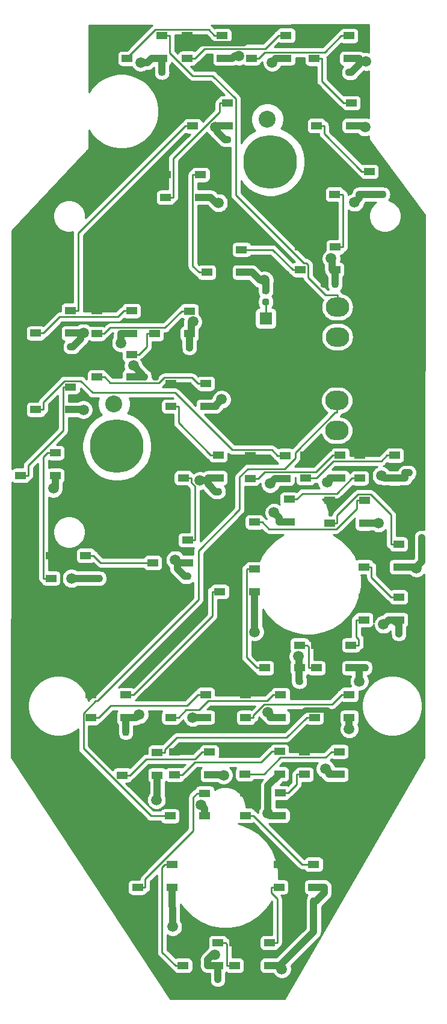
<source format=gbr>
%TF.GenerationSoftware,KiCad,Pcbnew,(5.1.6)-1*%
%TF.CreationDate,2020-12-18T19:44:16+11:00*%
%TF.ProjectId,EXT LT Panel PCB V2,45585420-4c54-4205-9061-6e656c205043,rev?*%
%TF.SameCoordinates,Original*%
%TF.FileFunction,Copper,L1,Top*%
%TF.FilePolarity,Positive*%
%FSLAX46Y46*%
G04 Gerber Fmt 4.6, Leading zero omitted, Abs format (unit mm)*
G04 Created by KiCad (PCBNEW (5.1.6)-1) date 2020-12-18 19:44:16*
%MOMM*%
%LPD*%
G01*
G04 APERTURE LIST*
%TA.AperFunction,WasherPad*%
%ADD10C,2.381250*%
%TD*%
%TA.AperFunction,WasherPad*%
%ADD11C,7.540752*%
%TD*%
%TA.AperFunction,ComponentPad*%
%ADD12O,3.300000X2.700000*%
%TD*%
%TA.AperFunction,ComponentPad*%
%ADD13C,1.800000*%
%TD*%
%TA.AperFunction,ComponentPad*%
%ADD14R,1.800000X1.800000*%
%TD*%
%TA.AperFunction,SMDPad,CuDef*%
%ADD15R,1.500000X1.000000*%
%TD*%
%TA.AperFunction,ViaPad*%
%ADD16C,1.500000*%
%TD*%
%TA.AperFunction,Conductor*%
%ADD17C,0.250000*%
%TD*%
%TA.AperFunction,Conductor*%
%ADD18C,1.000000*%
%TD*%
%TA.AperFunction,Conductor*%
%ADD19C,0.750000*%
%TD*%
%TA.AperFunction,Conductor*%
%ADD20C,0.254000*%
%TD*%
G04 APERTURE END LIST*
D10*
%TO.P,1,*%
%TO.N,*%
X128657861Y-41207816D03*
D11*
X129076400Y-47193200D03*
%TD*%
D10*
%TO.P,2,*%
%TO.N,*%
X107067861Y-81212816D03*
D11*
X107486400Y-87198200D03*
%TD*%
%TO.P,R1,2*%
%TO.N,/LEDGND*%
%TA.AperFunction,SMDPad,CuDef*%
G36*
G01*
X128678250Y-65771200D02*
X128165750Y-65771200D01*
G75*
G02*
X127947000Y-65552450I0J218750D01*
G01*
X127947000Y-65114950D01*
G75*
G02*
X128165750Y-64896200I218750J0D01*
G01*
X128678250Y-64896200D01*
G75*
G02*
X128897000Y-65114950I0J-218750D01*
G01*
X128897000Y-65552450D01*
G75*
G02*
X128678250Y-65771200I-218750J0D01*
G01*
G37*
%TD.AperFunction*%
%TO.P,R1,1*%
%TO.N,Net-(D45-Pad1)*%
%TA.AperFunction,SMDPad,CuDef*%
G36*
G01*
X128678250Y-67346200D02*
X128165750Y-67346200D01*
G75*
G02*
X127947000Y-67127450I0J218750D01*
G01*
X127947000Y-66689950D01*
G75*
G02*
X128165750Y-66471200I218750J0D01*
G01*
X128678250Y-66471200D01*
G75*
G02*
X128897000Y-66689950I0J-218750D01*
G01*
X128897000Y-67127450D01*
G75*
G02*
X128678250Y-67346200I-218750J0D01*
G01*
G37*
%TD.AperFunction*%
%TD*%
D12*
%TO.P,J2,4*%
%TO.N,/DATAOUT*%
X138434000Y-80760500D03*
%TO.P,J2,3*%
%TO.N,/LEDGND*%
X138434000Y-84960500D03*
%TO.P,J2,2*%
%TO.N,/LED+5V*%
X143934000Y-80760500D03*
%TO.P,J2,1*%
%TA.AperFunction,ComponentPad*%
G36*
G01*
X145333999Y-86310500D02*
X142534001Y-86310500D01*
G75*
G02*
X142284000Y-86060499I0J250001D01*
G01*
X142284000Y-83860501D01*
G75*
G02*
X142534001Y-83610500I250001J0D01*
G01*
X145333999Y-83610500D01*
G75*
G02*
X145584000Y-83860501I0J-250001D01*
G01*
X145584000Y-86060499D01*
G75*
G02*
X145333999Y-86310500I-250001J0D01*
G01*
G37*
%TD.AperFunction*%
%TD*%
%TO.P,J1,4*%
%TO.N,/DATAIN*%
X138503000Y-67608300D03*
%TO.P,J1,3*%
%TO.N,/LEDGND*%
X138503000Y-71808300D03*
%TO.P,J1,2*%
%TO.N,/LED+5V*%
X144003000Y-67608300D03*
%TO.P,J1,1*%
%TA.AperFunction,ComponentPad*%
G36*
G01*
X145402999Y-73158300D02*
X142603001Y-73158300D01*
G75*
G02*
X142353000Y-72908299I0J250001D01*
G01*
X142353000Y-70708301D01*
G75*
G02*
X142603001Y-70458300I250001J0D01*
G01*
X145402999Y-70458300D01*
G75*
G02*
X145653000Y-70708301I0J-250001D01*
G01*
X145653000Y-72908299D01*
G75*
G02*
X145402999Y-73158300I-250001J0D01*
G01*
G37*
%TD.AperFunction*%
%TD*%
%TO.P,C21,2*%
%TO.N,/LEDGND*%
%TA.AperFunction,SMDPad,CuDef*%
G36*
G01*
X134726000Y-151434250D02*
X134726000Y-150921750D01*
G75*
G02*
X134944750Y-150703000I218750J0D01*
G01*
X135382250Y-150703000D01*
G75*
G02*
X135601000Y-150921750I0J-218750D01*
G01*
X135601000Y-151434250D01*
G75*
G02*
X135382250Y-151653000I-218750J0D01*
G01*
X134944750Y-151653000D01*
G75*
G02*
X134726000Y-151434250I0J218750D01*
G01*
G37*
%TD.AperFunction*%
%TO.P,C21,1*%
%TO.N,/LED+5V*%
%TA.AperFunction,SMDPad,CuDef*%
G36*
G01*
X133151000Y-151434250D02*
X133151000Y-150921750D01*
G75*
G02*
X133369750Y-150703000I218750J0D01*
G01*
X133807250Y-150703000D01*
G75*
G02*
X134026000Y-150921750I0J-218750D01*
G01*
X134026000Y-151434250D01*
G75*
G02*
X133807250Y-151653000I-218750J0D01*
G01*
X133369750Y-151653000D01*
G75*
G02*
X133151000Y-151434250I0J218750D01*
G01*
G37*
%TD.AperFunction*%
%TD*%
%TO.P,C20,2*%
%TO.N,/LEDGND*%
%TA.AperFunction,SMDPad,CuDef*%
G36*
G01*
X121244000Y-162420250D02*
X121244000Y-161907750D01*
G75*
G02*
X121462750Y-161689000I218750J0D01*
G01*
X121900250Y-161689000D01*
G75*
G02*
X122119000Y-161907750I0J-218750D01*
G01*
X122119000Y-162420250D01*
G75*
G02*
X121900250Y-162639000I-218750J0D01*
G01*
X121462750Y-162639000D01*
G75*
G02*
X121244000Y-162420250I0J218750D01*
G01*
G37*
%TD.AperFunction*%
%TO.P,C20,1*%
%TO.N,/LED+5V*%
%TA.AperFunction,SMDPad,CuDef*%
G36*
G01*
X119669000Y-162420250D02*
X119669000Y-161907750D01*
G75*
G02*
X119887750Y-161689000I218750J0D01*
G01*
X120325250Y-161689000D01*
G75*
G02*
X120544000Y-161907750I0J-218750D01*
G01*
X120544000Y-162420250D01*
G75*
G02*
X120325250Y-162639000I-218750J0D01*
G01*
X119887750Y-162639000D01*
G75*
G02*
X119669000Y-162420250I0J218750D01*
G01*
G37*
%TD.AperFunction*%
%TD*%
%TO.P,C19,2*%
%TO.N,/LEDGND*%
%TA.AperFunction,SMDPad,CuDef*%
G36*
G01*
X112720000Y-135668250D02*
X112720000Y-135155750D01*
G75*
G02*
X112938750Y-134937000I218750J0D01*
G01*
X113376250Y-134937000D01*
G75*
G02*
X113595000Y-135155750I0J-218750D01*
G01*
X113595000Y-135668250D01*
G75*
G02*
X113376250Y-135887000I-218750J0D01*
G01*
X112938750Y-135887000D01*
G75*
G02*
X112720000Y-135668250I0J218750D01*
G01*
G37*
%TD.AperFunction*%
%TO.P,C19,1*%
%TO.N,/LED+5V*%
%TA.AperFunction,SMDPad,CuDef*%
G36*
G01*
X111145000Y-135668250D02*
X111145000Y-135155750D01*
G75*
G02*
X111363750Y-134937000I218750J0D01*
G01*
X111801250Y-134937000D01*
G75*
G02*
X112020000Y-135155750I0J-218750D01*
G01*
X112020000Y-135668250D01*
G75*
G02*
X111801250Y-135887000I-218750J0D01*
G01*
X111363750Y-135887000D01*
G75*
G02*
X111145000Y-135668250I0J218750D01*
G01*
G37*
%TD.AperFunction*%
%TD*%
%TO.P,C18,2*%
%TO.N,/LEDGND*%
%TA.AperFunction,SMDPad,CuDef*%
G36*
G01*
X108292000Y-127683250D02*
X108292000Y-127170750D01*
G75*
G02*
X108510750Y-126952000I218750J0D01*
G01*
X108948250Y-126952000D01*
G75*
G02*
X109167000Y-127170750I0J-218750D01*
G01*
X109167000Y-127683250D01*
G75*
G02*
X108948250Y-127902000I-218750J0D01*
G01*
X108510750Y-127902000D01*
G75*
G02*
X108292000Y-127683250I0J218750D01*
G01*
G37*
%TD.AperFunction*%
%TO.P,C18,1*%
%TO.N,/LED+5V*%
%TA.AperFunction,SMDPad,CuDef*%
G36*
G01*
X106717000Y-127683250D02*
X106717000Y-127170750D01*
G75*
G02*
X106935750Y-126952000I218750J0D01*
G01*
X107373250Y-126952000D01*
G75*
G02*
X107592000Y-127170750I0J-218750D01*
G01*
X107592000Y-127683250D01*
G75*
G02*
X107373250Y-127902000I-218750J0D01*
G01*
X106935750Y-127902000D01*
G75*
G02*
X106717000Y-127683250I0J218750D01*
G01*
G37*
%TD.AperFunction*%
%TD*%
%TO.P,C17,2*%
%TO.N,/LEDGND*%
%TA.AperFunction,SMDPad,CuDef*%
G36*
G01*
X133421250Y-120722000D02*
X132908750Y-120722000D01*
G75*
G02*
X132690000Y-120503250I0J218750D01*
G01*
X132690000Y-120065750D01*
G75*
G02*
X132908750Y-119847000I218750J0D01*
G01*
X133421250Y-119847000D01*
G75*
G02*
X133640000Y-120065750I0J-218750D01*
G01*
X133640000Y-120503250D01*
G75*
G02*
X133421250Y-120722000I-218750J0D01*
G01*
G37*
%TD.AperFunction*%
%TO.P,C17,1*%
%TO.N,/LED+5V*%
%TA.AperFunction,SMDPad,CuDef*%
G36*
G01*
X133421250Y-122297000D02*
X132908750Y-122297000D01*
G75*
G02*
X132690000Y-122078250I0J218750D01*
G01*
X132690000Y-121640750D01*
G75*
G02*
X132908750Y-121422000I218750J0D01*
G01*
X133421250Y-121422000D01*
G75*
G02*
X133640000Y-121640750I0J-218750D01*
G01*
X133640000Y-122078250D01*
G75*
G02*
X133421250Y-122297000I-218750J0D01*
G01*
G37*
%TD.AperFunction*%
%TD*%
%TO.P,C22,2*%
%TO.N,/LEDGND*%
%TA.AperFunction,SMDPad,CuDef*%
G36*
G01*
X147403250Y-114014000D02*
X146890750Y-114014000D01*
G75*
G02*
X146672000Y-113795250I0J218750D01*
G01*
X146672000Y-113357750D01*
G75*
G02*
X146890750Y-113139000I218750J0D01*
G01*
X147403250Y-113139000D01*
G75*
G02*
X147622000Y-113357750I0J-218750D01*
G01*
X147622000Y-113795250D01*
G75*
G02*
X147403250Y-114014000I-218750J0D01*
G01*
G37*
%TD.AperFunction*%
%TO.P,C22,1*%
%TO.N,/LED+5V*%
%TA.AperFunction,SMDPad,CuDef*%
G36*
G01*
X147403250Y-115589000D02*
X146890750Y-115589000D01*
G75*
G02*
X146672000Y-115370250I0J218750D01*
G01*
X146672000Y-114932750D01*
G75*
G02*
X146890750Y-114714000I218750J0D01*
G01*
X147403250Y-114714000D01*
G75*
G02*
X147622000Y-114932750I0J-218750D01*
G01*
X147622000Y-115370250D01*
G75*
G02*
X147403250Y-115589000I-218750J0D01*
G01*
G37*
%TD.AperFunction*%
%TD*%
%TO.P,C15,2*%
%TO.N,/LEDGND*%
%TA.AperFunction,SMDPad,CuDef*%
G36*
G01*
X142853000Y-118102750D02*
X142853000Y-118615250D01*
G75*
G02*
X142634250Y-118834000I-218750J0D01*
G01*
X142196750Y-118834000D01*
G75*
G02*
X141978000Y-118615250I0J218750D01*
G01*
X141978000Y-118102750D01*
G75*
G02*
X142196750Y-117884000I218750J0D01*
G01*
X142634250Y-117884000D01*
G75*
G02*
X142853000Y-118102750I0J-218750D01*
G01*
G37*
%TD.AperFunction*%
%TO.P,C15,1*%
%TO.N,/LED+5V*%
%TA.AperFunction,SMDPad,CuDef*%
G36*
G01*
X144428000Y-118102750D02*
X144428000Y-118615250D01*
G75*
G02*
X144209250Y-118834000I-218750J0D01*
G01*
X143771750Y-118834000D01*
G75*
G02*
X143553000Y-118615250I0J218750D01*
G01*
X143553000Y-118102750D01*
G75*
G02*
X143771750Y-117884000I218750J0D01*
G01*
X144209250Y-117884000D01*
G75*
G02*
X144428000Y-118102750I0J-218750D01*
G01*
G37*
%TD.AperFunction*%
%TD*%
%TO.P,C14,2*%
%TO.N,/LEDGND*%
%TA.AperFunction,SMDPad,CuDef*%
G36*
G01*
X149941000Y-100332250D02*
X149941000Y-99819750D01*
G75*
G02*
X150159750Y-99601000I218750J0D01*
G01*
X150597250Y-99601000D01*
G75*
G02*
X150816000Y-99819750I0J-218750D01*
G01*
X150816000Y-100332250D01*
G75*
G02*
X150597250Y-100551000I-218750J0D01*
G01*
X150159750Y-100551000D01*
G75*
G02*
X149941000Y-100332250I0J218750D01*
G01*
G37*
%TD.AperFunction*%
%TO.P,C14,1*%
%TO.N,/LED+5V*%
%TA.AperFunction,SMDPad,CuDef*%
G36*
G01*
X148366000Y-100332250D02*
X148366000Y-99819750D01*
G75*
G02*
X148584750Y-99601000I218750J0D01*
G01*
X149022250Y-99601000D01*
G75*
G02*
X149241000Y-99819750I0J-218750D01*
G01*
X149241000Y-100332250D01*
G75*
G02*
X149022250Y-100551000I-218750J0D01*
G01*
X148584750Y-100551000D01*
G75*
G02*
X148366000Y-100332250I0J218750D01*
G01*
G37*
%TD.AperFunction*%
%TD*%
%TO.P,C13,2*%
%TO.N,/LEDGND*%
%TA.AperFunction,SMDPad,CuDef*%
G36*
G01*
X149002000Y-90675750D02*
X149002000Y-91188250D01*
G75*
G02*
X148783250Y-91407000I-218750J0D01*
G01*
X148345750Y-91407000D01*
G75*
G02*
X148127000Y-91188250I0J218750D01*
G01*
X148127000Y-90675750D01*
G75*
G02*
X148345750Y-90457000I218750J0D01*
G01*
X148783250Y-90457000D01*
G75*
G02*
X149002000Y-90675750I0J-218750D01*
G01*
G37*
%TD.AperFunction*%
%TO.P,C13,1*%
%TO.N,/LED+5V*%
%TA.AperFunction,SMDPad,CuDef*%
G36*
G01*
X150577000Y-90675750D02*
X150577000Y-91188250D01*
G75*
G02*
X150358250Y-91407000I-218750J0D01*
G01*
X149920750Y-91407000D01*
G75*
G02*
X149702000Y-91188250I0J218750D01*
G01*
X149702000Y-90675750D01*
G75*
G02*
X149920750Y-90457000I218750J0D01*
G01*
X150358250Y-90457000D01*
G75*
G02*
X150577000Y-90675750I0J-218750D01*
G01*
G37*
%TD.AperFunction*%
%TD*%
%TO.P,C12,2*%
%TO.N,/LEDGND*%
%TA.AperFunction,SMDPad,CuDef*%
G36*
G01*
X121991250Y-94006000D02*
X121478750Y-94006000D01*
G75*
G02*
X121260000Y-93787250I0J218750D01*
G01*
X121260000Y-93349750D01*
G75*
G02*
X121478750Y-93131000I218750J0D01*
G01*
X121991250Y-93131000D01*
G75*
G02*
X122210000Y-93349750I0J-218750D01*
G01*
X122210000Y-93787250D01*
G75*
G02*
X121991250Y-94006000I-218750J0D01*
G01*
G37*
%TD.AperFunction*%
%TO.P,C12,1*%
%TO.N,/LED+5V*%
%TA.AperFunction,SMDPad,CuDef*%
G36*
G01*
X121991250Y-95581000D02*
X121478750Y-95581000D01*
G75*
G02*
X121260000Y-95362250I0J218750D01*
G01*
X121260000Y-94924750D01*
G75*
G02*
X121478750Y-94706000I218750J0D01*
G01*
X121991250Y-94706000D01*
G75*
G02*
X122210000Y-94924750I0J-218750D01*
G01*
X122210000Y-95362250D01*
G75*
G02*
X121991250Y-95581000I-218750J0D01*
G01*
G37*
%TD.AperFunction*%
%TD*%
%TO.P,C11,2*%
%TO.N,/LEDGND*%
%TA.AperFunction,SMDPad,CuDef*%
G36*
G01*
X105416000Y-105514750D02*
X105416000Y-106027250D01*
G75*
G02*
X105197250Y-106246000I-218750J0D01*
G01*
X104759750Y-106246000D01*
G75*
G02*
X104541000Y-106027250I0J218750D01*
G01*
X104541000Y-105514750D01*
G75*
G02*
X104759750Y-105296000I218750J0D01*
G01*
X105197250Y-105296000D01*
G75*
G02*
X105416000Y-105514750I0J-218750D01*
G01*
G37*
%TD.AperFunction*%
%TO.P,C11,1*%
%TO.N,/LED+5V*%
%TA.AperFunction,SMDPad,CuDef*%
G36*
G01*
X106991000Y-105514750D02*
X106991000Y-106027250D01*
G75*
G02*
X106772250Y-106246000I-218750J0D01*
G01*
X106334750Y-106246000D01*
G75*
G02*
X106116000Y-106027250I0J218750D01*
G01*
X106116000Y-105514750D01*
G75*
G02*
X106334750Y-105296000I218750J0D01*
G01*
X106772250Y-105296000D01*
G75*
G02*
X106991000Y-105514750I0J-218750D01*
G01*
G37*
%TD.AperFunction*%
%TD*%
%TO.P,C10,2*%
%TO.N,/LEDGND*%
%TA.AperFunction,SMDPad,CuDef*%
G36*
G01*
X117675250Y-105941000D02*
X117162750Y-105941000D01*
G75*
G02*
X116944000Y-105722250I0J218750D01*
G01*
X116944000Y-105284750D01*
G75*
G02*
X117162750Y-105066000I218750J0D01*
G01*
X117675250Y-105066000D01*
G75*
G02*
X117894000Y-105284750I0J-218750D01*
G01*
X117894000Y-105722250D01*
G75*
G02*
X117675250Y-105941000I-218750J0D01*
G01*
G37*
%TD.AperFunction*%
%TO.P,C10,1*%
%TO.N,/LED+5V*%
%TA.AperFunction,SMDPad,CuDef*%
G36*
G01*
X117675250Y-107516000D02*
X117162750Y-107516000D01*
G75*
G02*
X116944000Y-107297250I0J218750D01*
G01*
X116944000Y-106859750D01*
G75*
G02*
X117162750Y-106641000I218750J0D01*
G01*
X117675250Y-106641000D01*
G75*
G02*
X117894000Y-106859750I0J-218750D01*
G01*
X117894000Y-107297250D01*
G75*
G02*
X117675250Y-107516000I-218750J0D01*
G01*
G37*
%TD.AperFunction*%
%TD*%
%TO.P,C9,2*%
%TO.N,/LEDGND*%
%TA.AperFunction,SMDPad,CuDef*%
G36*
G01*
X101213250Y-73647700D02*
X100700750Y-73647700D01*
G75*
G02*
X100482000Y-73428950I0J218750D01*
G01*
X100482000Y-72991450D01*
G75*
G02*
X100700750Y-72772700I218750J0D01*
G01*
X101213250Y-72772700D01*
G75*
G02*
X101432000Y-72991450I0J-218750D01*
G01*
X101432000Y-73428950D01*
G75*
G02*
X101213250Y-73647700I-218750J0D01*
G01*
G37*
%TD.AperFunction*%
%TO.P,C9,1*%
%TO.N,/LED+5V*%
%TA.AperFunction,SMDPad,CuDef*%
G36*
G01*
X101213250Y-75222700D02*
X100700750Y-75222700D01*
G75*
G02*
X100482000Y-75003950I0J218750D01*
G01*
X100482000Y-74566450D01*
G75*
G02*
X100700750Y-74347700I218750J0D01*
G01*
X101213250Y-74347700D01*
G75*
G02*
X101432000Y-74566450I0J-218750D01*
G01*
X101432000Y-75003950D01*
G75*
G02*
X101213250Y-75222700I-218750J0D01*
G01*
G37*
%TD.AperFunction*%
%TD*%
%TO.P,C8,2*%
%TO.N,/LEDGND*%
%TA.AperFunction,SMDPad,CuDef*%
G36*
G01*
X111773000Y-77211250D02*
X111773000Y-77723750D01*
G75*
G02*
X111554250Y-77942500I-218750J0D01*
G01*
X111116750Y-77942500D01*
G75*
G02*
X110898000Y-77723750I0J218750D01*
G01*
X110898000Y-77211250D01*
G75*
G02*
X111116750Y-76992500I218750J0D01*
G01*
X111554250Y-76992500D01*
G75*
G02*
X111773000Y-77211250I0J-218750D01*
G01*
G37*
%TD.AperFunction*%
%TO.P,C8,1*%
%TO.N,/LED+5V*%
%TA.AperFunction,SMDPad,CuDef*%
G36*
G01*
X113348000Y-77211250D02*
X113348000Y-77723750D01*
G75*
G02*
X113129250Y-77942500I-218750J0D01*
G01*
X112691750Y-77942500D01*
G75*
G02*
X112473000Y-77723750I0J218750D01*
G01*
X112473000Y-77211250D01*
G75*
G02*
X112691750Y-76992500I218750J0D01*
G01*
X113129250Y-76992500D01*
G75*
G02*
X113348000Y-77211250I0J-218750D01*
G01*
G37*
%TD.AperFunction*%
%TD*%
%TO.P,C7,2*%
%TO.N,/LEDGND*%
%TA.AperFunction,SMDPad,CuDef*%
G36*
G01*
X140395250Y-35065300D02*
X139882750Y-35065300D01*
G75*
G02*
X139664000Y-34846550I0J218750D01*
G01*
X139664000Y-34409050D01*
G75*
G02*
X139882750Y-34190300I218750J0D01*
G01*
X140395250Y-34190300D01*
G75*
G02*
X140614000Y-34409050I0J-218750D01*
G01*
X140614000Y-34846550D01*
G75*
G02*
X140395250Y-35065300I-218750J0D01*
G01*
G37*
%TD.AperFunction*%
%TO.P,C7,1*%
%TO.N,/LED+5V*%
%TA.AperFunction,SMDPad,CuDef*%
G36*
G01*
X140395250Y-36640300D02*
X139882750Y-36640300D01*
G75*
G02*
X139664000Y-36421550I0J218750D01*
G01*
X139664000Y-35984050D01*
G75*
G02*
X139882750Y-35765300I218750J0D01*
G01*
X140395250Y-35765300D01*
G75*
G02*
X140614000Y-35984050I0J-218750D01*
G01*
X140614000Y-36421550D01*
G75*
G02*
X140395250Y-36640300I-218750J0D01*
G01*
G37*
%TD.AperFunction*%
%TD*%
%TO.P,C6,2*%
%TO.N,/LEDGND*%
%TA.AperFunction,SMDPad,CuDef*%
G36*
G01*
X117942250Y-73787500D02*
X117429750Y-73787500D01*
G75*
G02*
X117211000Y-73568750I0J218750D01*
G01*
X117211000Y-73131250D01*
G75*
G02*
X117429750Y-72912500I218750J0D01*
G01*
X117942250Y-72912500D01*
G75*
G02*
X118161000Y-73131250I0J-218750D01*
G01*
X118161000Y-73568750D01*
G75*
G02*
X117942250Y-73787500I-218750J0D01*
G01*
G37*
%TD.AperFunction*%
%TO.P,C6,1*%
%TO.N,/LED+5V*%
%TA.AperFunction,SMDPad,CuDef*%
G36*
G01*
X117942250Y-75362500D02*
X117429750Y-75362500D01*
G75*
G02*
X117211000Y-75143750I0J218750D01*
G01*
X117211000Y-74706250D01*
G75*
G02*
X117429750Y-74487500I218750J0D01*
G01*
X117942250Y-74487500D01*
G75*
G02*
X118161000Y-74706250I0J-218750D01*
G01*
X118161000Y-75143750D01*
G75*
G02*
X117942250Y-75362500I-218750J0D01*
G01*
G37*
%TD.AperFunction*%
%TD*%
%TO.P,C5,2*%
%TO.N,/LEDGND*%
%TA.AperFunction,SMDPad,CuDef*%
G36*
G01*
X137754000Y-64652850D02*
X137754000Y-64140350D01*
G75*
G02*
X137972750Y-63921600I218750J0D01*
G01*
X138410250Y-63921600D01*
G75*
G02*
X138629000Y-64140350I0J-218750D01*
G01*
X138629000Y-64652850D01*
G75*
G02*
X138410250Y-64871600I-218750J0D01*
G01*
X137972750Y-64871600D01*
G75*
G02*
X137754000Y-64652850I0J218750D01*
G01*
G37*
%TD.AperFunction*%
%TO.P,C5,1*%
%TO.N,/LED+5V*%
%TA.AperFunction,SMDPad,CuDef*%
G36*
G01*
X136179000Y-64652850D02*
X136179000Y-64140350D01*
G75*
G02*
X136397750Y-63921600I218750J0D01*
G01*
X136835250Y-63921600D01*
G75*
G02*
X137054000Y-64140350I0J-218750D01*
G01*
X137054000Y-64652850D01*
G75*
G02*
X136835250Y-64871600I-218750J0D01*
G01*
X136397750Y-64871600D01*
G75*
G02*
X136179000Y-64652850I0J218750D01*
G01*
G37*
%TD.AperFunction*%
%TD*%
%TO.P,C4,2*%
%TO.N,/LEDGND*%
%TA.AperFunction,SMDPad,CuDef*%
G36*
G01*
X145324000Y-51508950D02*
X145324000Y-52021450D01*
G75*
G02*
X145105250Y-52240200I-218750J0D01*
G01*
X144667750Y-52240200D01*
G75*
G02*
X144449000Y-52021450I0J218750D01*
G01*
X144449000Y-51508950D01*
G75*
G02*
X144667750Y-51290200I218750J0D01*
G01*
X145105250Y-51290200D01*
G75*
G02*
X145324000Y-51508950I0J-218750D01*
G01*
G37*
%TD.AperFunction*%
%TO.P,C4,1*%
%TO.N,/LED+5V*%
%TA.AperFunction,SMDPad,CuDef*%
G36*
G01*
X146899000Y-51508950D02*
X146899000Y-52021450D01*
G75*
G02*
X146680250Y-52240200I-218750J0D01*
G01*
X146242750Y-52240200D01*
G75*
G02*
X146024000Y-52021450I0J218750D01*
G01*
X146024000Y-51508950D01*
G75*
G02*
X146242750Y-51290200I218750J0D01*
G01*
X146680250Y-51290200D01*
G75*
G02*
X146899000Y-51508950I0J-218750D01*
G01*
G37*
%TD.AperFunction*%
%TD*%
%TO.P,C3,2*%
%TO.N,/LEDGND*%
%TA.AperFunction,SMDPad,CuDef*%
G36*
G01*
X123294250Y-44513900D02*
X122781750Y-44513900D01*
G75*
G02*
X122563000Y-44295150I0J218750D01*
G01*
X122563000Y-43857650D01*
G75*
G02*
X122781750Y-43638900I218750J0D01*
G01*
X123294250Y-43638900D01*
G75*
G02*
X123513000Y-43857650I0J-218750D01*
G01*
X123513000Y-44295150D01*
G75*
G02*
X123294250Y-44513900I-218750J0D01*
G01*
G37*
%TD.AperFunction*%
%TO.P,C3,1*%
%TO.N,/LED+5V*%
%TA.AperFunction,SMDPad,CuDef*%
G36*
G01*
X123294250Y-46088900D02*
X122781750Y-46088900D01*
G75*
G02*
X122563000Y-45870150I0J218750D01*
G01*
X122563000Y-45432650D01*
G75*
G02*
X122781750Y-45213900I218750J0D01*
G01*
X123294250Y-45213900D01*
G75*
G02*
X123513000Y-45432650I0J-218750D01*
G01*
X123513000Y-45870150D01*
G75*
G02*
X123294250Y-46088900I-218750J0D01*
G01*
G37*
%TD.AperFunction*%
%TD*%
%TO.P,C2,2*%
%TO.N,/LEDGND*%
%TA.AperFunction,SMDPad,CuDef*%
G36*
G01*
X114076250Y-35045000D02*
X113563750Y-35045000D01*
G75*
G02*
X113345000Y-34826250I0J218750D01*
G01*
X113345000Y-34388750D01*
G75*
G02*
X113563750Y-34170000I218750J0D01*
G01*
X114076250Y-34170000D01*
G75*
G02*
X114295000Y-34388750I0J-218750D01*
G01*
X114295000Y-34826250D01*
G75*
G02*
X114076250Y-35045000I-218750J0D01*
G01*
G37*
%TD.AperFunction*%
%TO.P,C2,1*%
%TO.N,/LED+5V*%
%TA.AperFunction,SMDPad,CuDef*%
G36*
G01*
X114076250Y-36620000D02*
X113563750Y-36620000D01*
G75*
G02*
X113345000Y-36401250I0J218750D01*
G01*
X113345000Y-35963750D01*
G75*
G02*
X113563750Y-35745000I218750J0D01*
G01*
X114076250Y-35745000D01*
G75*
G02*
X114295000Y-35963750I0J-218750D01*
G01*
X114295000Y-36401250D01*
G75*
G02*
X114076250Y-36620000I-218750J0D01*
G01*
G37*
%TD.AperFunction*%
%TD*%
D13*
%TO.P,D45,2*%
%TO.N,/LED+5V*%
X128422000Y-71752500D03*
D14*
%TO.P,D45,1*%
%TO.N,Net-(D45-Pad1)*%
X128422000Y-69212500D03*
%TD*%
D15*
%TO.P,D14,1*%
%TO.N,/LED+5V*%
X104648000Y-74269600D03*
%TO.P,D14,2*%
%TO.N,Net-(D14-Pad2)*%
X104648000Y-77469600D03*
%TO.P,D14,4*%
%TO.N,Net-(D13-Pad2)*%
X109548000Y-74269600D03*
%TO.P,D14,3*%
%TO.N,/LEDGND*%
X109548000Y-77469600D03*
%TD*%
%TO.P,D40,1*%
%TO.N,/LED+5V*%
X130279000Y-145999000D03*
%TO.P,D40,2*%
%TO.N,Net-(D40-Pad2)*%
X130279000Y-149199000D03*
%TO.P,D40,4*%
%TO.N,Net-(D39-Pad2)*%
X135179000Y-145999000D03*
%TO.P,D40,3*%
%TO.N,/LEDGND*%
X135179000Y-149199000D03*
%TD*%
%TO.P,D44,1*%
%TO.N,/LED+5V*%
X114960000Y-135992000D03*
%TO.P,D44,2*%
%TO.N,/DATAOUT*%
X114960000Y-139192000D03*
%TO.P,D44,4*%
%TO.N,Net-(D43-Pad2)*%
X119860000Y-135992000D03*
%TO.P,D44,3*%
%TO.N,/LEDGND*%
X119860000Y-139192000D03*
%TD*%
%TO.P,D43,1*%
%TO.N,/LED+5V*%
X110388000Y-146050000D03*
%TO.P,D43,2*%
%TO.N,Net-(D43-Pad2)*%
X110388000Y-149250000D03*
%TO.P,D43,4*%
%TO.N,Net-(D42-Pad2)*%
X115288000Y-146050000D03*
%TO.P,D43,3*%
%TO.N,/LEDGND*%
X115288000Y-149250000D03*
%TD*%
%TO.P,D42,1*%
%TO.N,/LED+5V*%
X116789000Y-157023000D03*
%TO.P,D42,2*%
%TO.N,Net-(D42-Pad2)*%
X116789000Y-160223000D03*
%TO.P,D42,4*%
%TO.N,Net-(D41-Pad2)*%
X121689000Y-157023000D03*
%TO.P,D42,3*%
%TO.N,/LEDGND*%
X121689000Y-160223000D03*
%TD*%
%TO.P,D41,1*%
%TO.N,/LED+5V*%
X124054000Y-157023000D03*
%TO.P,D41,2*%
%TO.N,Net-(D41-Pad2)*%
X124054000Y-160223000D03*
%TO.P,D41,4*%
%TO.N,Net-(D40-Pad2)*%
X128954000Y-157023000D03*
%TO.P,D41,3*%
%TO.N,/LEDGND*%
X128954000Y-160223000D03*
%TD*%
%TO.P,D39,1*%
%TO.N,/LED+5V*%
X125605000Y-135941000D03*
%TO.P,D39,2*%
%TO.N,Net-(D39-Pad2)*%
X125605000Y-139141000D03*
%TO.P,D39,4*%
%TO.N,Net-(D38-Pad2)*%
X130505000Y-135941000D03*
%TO.P,D39,3*%
%TO.N,/LEDGND*%
X130505000Y-139141000D03*
%TD*%
%TO.P,D38,1*%
%TO.N,/LED+5V*%
X133858000Y-130150000D03*
%TO.P,D38,2*%
%TO.N,Net-(D38-Pad2)*%
X133858000Y-133350000D03*
%TO.P,D38,4*%
%TO.N,Net-(D37-Pad2)*%
X138758000Y-130150000D03*
%TO.P,D38,3*%
%TO.N,/LEDGND*%
X138758000Y-133350000D03*
%TD*%
%TO.P,D37,1*%
%TO.N,/LED+5V*%
X125476000Y-130099000D03*
%TO.P,D37,2*%
%TO.N,Net-(D37-Pad2)*%
X125476000Y-133299000D03*
%TO.P,D37,4*%
%TO.N,Net-(D36-Pad2)*%
X130376000Y-130099000D03*
%TO.P,D37,3*%
%TO.N,/LEDGND*%
X130376000Y-133299000D03*
%TD*%
%TO.P,D36,1*%
%TO.N,/LED+5V*%
X115621000Y-130200000D03*
%TO.P,D36,2*%
%TO.N,Net-(D36-Pad2)*%
X115621000Y-133400000D03*
%TO.P,D36,4*%
%TO.N,Net-(D35-Pad2)*%
X120521000Y-130200000D03*
%TO.P,D36,3*%
%TO.N,/LEDGND*%
X120521000Y-133400000D03*
%TD*%
%TO.P,D35,1*%
%TO.N,/LED+5V*%
X108255000Y-130251000D03*
%TO.P,D35,2*%
%TO.N,Net-(D35-Pad2)*%
X108255000Y-133451000D03*
%TO.P,D35,4*%
%TO.N,Net-(D34-Pad2)*%
X113155000Y-130251000D03*
%TO.P,D35,3*%
%TO.N,/LEDGND*%
X113155000Y-133451000D03*
%TD*%
%TO.P,D34,1*%
%TO.N,/LED+5V*%
X135280000Y-122123000D03*
%TO.P,D34,2*%
%TO.N,Net-(D34-Pad2)*%
X135280000Y-125323000D03*
%TO.P,D34,4*%
%TO.N,Net-(D33-Pad2)*%
X140180000Y-122123000D03*
%TO.P,D34,3*%
%TO.N,/LEDGND*%
X140180000Y-125323000D03*
%TD*%
%TO.P,D33,1*%
%TO.N,/LED+5V*%
X125617000Y-122149000D03*
%TO.P,D33,2*%
%TO.N,Net-(D33-Pad2)*%
X125617000Y-125349000D03*
%TO.P,D33,4*%
%TO.N,Net-(D32-Pad2)*%
X130517000Y-122149000D03*
%TO.P,D33,3*%
%TO.N,/LEDGND*%
X130517000Y-125349000D03*
%TD*%
%TO.P,D32,1*%
%TO.N,/LED+5V*%
X115062000Y-122123000D03*
%TO.P,D32,2*%
%TO.N,Net-(D32-Pad2)*%
X115062000Y-125323000D03*
%TO.P,D32,4*%
%TO.N,Net-(D31-Pad2)*%
X119962000Y-122123000D03*
%TO.P,D32,3*%
%TO.N,/LEDGND*%
X119962000Y-125323000D03*
%TD*%
%TO.P,D31,1*%
%TO.N,/LED+5V*%
X103835000Y-122174000D03*
%TO.P,D31,2*%
%TO.N,Net-(D31-Pad2)*%
X103835000Y-125374000D03*
%TO.P,D31,4*%
%TO.N,Net-(D30-Pad2)*%
X108735000Y-122174000D03*
%TO.P,D31,3*%
%TO.N,/LEDGND*%
X108735000Y-125374000D03*
%TD*%
%TO.P,D30,1*%
%TO.N,/LED+5V*%
X121971000Y-104445000D03*
%TO.P,D30,2*%
%TO.N,Net-(D30-Pad2)*%
X121971000Y-107645000D03*
%TO.P,D30,4*%
%TO.N,Net-(D29-Pad2)*%
X126871000Y-104445000D03*
%TO.P,D30,3*%
%TO.N,/LEDGND*%
X126871000Y-107645000D03*
%TD*%
%TO.P,D29,1*%
%TO.N,/LED+5V*%
X128270000Y-115164000D03*
%TO.P,D29,2*%
%TO.N,Net-(D29-Pad2)*%
X128270000Y-118364000D03*
%TO.P,D29,4*%
%TO.N,Net-(D28-Pad2)*%
X133170000Y-115164000D03*
%TO.P,D29,3*%
%TO.N,/LEDGND*%
X133170000Y-118364000D03*
%TD*%
%TO.P,D28,1*%
%TO.N,/LED+5V*%
X135534000Y-115164000D03*
%TO.P,D28,2*%
%TO.N,Net-(D28-Pad2)*%
X135534000Y-118364000D03*
%TO.P,D28,4*%
%TO.N,Net-(D27-Pad2)*%
X140434000Y-115164000D03*
%TO.P,D28,3*%
%TO.N,/LEDGND*%
X140434000Y-118364000D03*
%TD*%
%TO.P,D27,1*%
%TO.N,/LED+5V*%
X142240000Y-108407000D03*
%TO.P,D27,2*%
%TO.N,Net-(D27-Pad2)*%
X142240000Y-111607000D03*
%TO.P,D27,4*%
%TO.N,Net-(D26-Pad2)*%
X147140000Y-108407000D03*
%TO.P,D27,3*%
%TO.N,/LEDGND*%
X147140000Y-111607000D03*
%TD*%
%TO.P,D26,1*%
%TO.N,/LED+5V*%
X142228000Y-100965000D03*
%TO.P,D26,2*%
%TO.N,Net-(D26-Pad2)*%
X142228000Y-104165000D03*
%TO.P,D26,4*%
%TO.N,Net-(D25-Pad2)*%
X147128000Y-100965000D03*
%TO.P,D26,3*%
%TO.N,/LEDGND*%
X147128000Y-104165000D03*
%TD*%
%TO.P,D25,1*%
%TO.N,/LED+5V*%
X137402000Y-94818400D03*
%TO.P,D25,2*%
%TO.N,Net-(D25-Pad2)*%
X137402000Y-98018400D03*
%TO.P,D25,4*%
%TO.N,Net-(D24-Pad2)*%
X142302000Y-94818400D03*
%TO.P,D25,3*%
%TO.N,/LEDGND*%
X142302000Y-98018400D03*
%TD*%
%TO.P,D24,1*%
%TO.N,/LED+5V*%
X126836000Y-94666000D03*
%TO.P,D24,2*%
%TO.N,Net-(D24-Pad2)*%
X126836000Y-97866000D03*
%TO.P,D24,4*%
%TO.N,Net-(D23-Pad2)*%
X131736000Y-94666000D03*
%TO.P,D24,3*%
%TO.N,/LEDGND*%
X131736000Y-97866000D03*
%TD*%
%TO.P,D23,1*%
%TO.N,/LED+5V*%
X141670000Y-88468400D03*
%TO.P,D23,2*%
%TO.N,Net-(D23-Pad2)*%
X141670000Y-91668400D03*
%TO.P,D23,4*%
%TO.N,Net-(D22-Pad2)*%
X146570000Y-88468400D03*
%TO.P,D23,3*%
%TO.N,/LEDGND*%
X146570000Y-91668400D03*
%TD*%
%TO.P,D22,1*%
%TO.N,/LED+5V*%
X134010000Y-88442800D03*
%TO.P,D22,2*%
%TO.N,Net-(D22-Pad2)*%
X134010000Y-91642800D03*
%TO.P,D22,4*%
%TO.N,Net-(D21-Pad2)*%
X138910000Y-88442800D03*
%TO.P,D22,3*%
%TO.N,/LEDGND*%
X138910000Y-91642800D03*
%TD*%
%TO.P,D21,1*%
%TO.N,/LED+5V*%
X126277000Y-88519200D03*
%TO.P,D21,2*%
%TO.N,Net-(D21-Pad2)*%
X126277000Y-91719200D03*
%TO.P,D21,4*%
%TO.N,Net-(D20-Pad2)*%
X131177000Y-88519200D03*
%TO.P,D21,3*%
%TO.N,/LEDGND*%
X131177000Y-91719200D03*
%TD*%
%TO.P,D20,1*%
%TO.N,/LED+5V*%
X96062800Y-78841600D03*
%TO.P,D20,2*%
%TO.N,Net-(D20-Pad2)*%
X96062800Y-82041600D03*
%TO.P,D20,4*%
%TO.N,Net-(D19-Pad2)*%
X100962800Y-78841600D03*
%TO.P,D20,3*%
%TO.N,/LEDGND*%
X100962800Y-82041600D03*
%TD*%
%TO.P,D19,1*%
%TO.N,/LED+5V*%
X93917600Y-88112800D03*
%TO.P,D19,2*%
%TO.N,Net-(D19-Pad2)*%
X93917600Y-91312800D03*
%TO.P,D19,4*%
%TO.N,Net-(D18-Pad2)*%
X98817600Y-88112800D03*
%TO.P,D19,3*%
%TO.N,/LEDGND*%
X98817600Y-91312800D03*
%TD*%
%TO.P,D18,1*%
%TO.N,/LED+5V*%
X98196000Y-102565000D03*
%TO.P,D18,2*%
%TO.N,Net-(D18-Pad2)*%
X98196000Y-105765000D03*
%TO.P,D18,4*%
%TO.N,Net-(D17-Pad2)*%
X103096000Y-102565000D03*
%TO.P,D18,3*%
%TO.N,/LEDGND*%
X103096000Y-105765000D03*
%TD*%
%TO.P,D17,1*%
%TO.N,/LED+5V*%
X112522000Y-100381000D03*
%TO.P,D17,2*%
%TO.N,Net-(D17-Pad2)*%
X112522000Y-103581000D03*
%TO.P,D17,4*%
%TO.N,Net-(D16-Pad2)*%
X117422000Y-100381000D03*
%TO.P,D17,3*%
%TO.N,/LEDGND*%
X117422000Y-103581000D03*
%TD*%
%TO.P,D16,1*%
%TO.N,/LED+5V*%
X116840000Y-88442800D03*
%TO.P,D16,2*%
%TO.N,Net-(D16-Pad2)*%
X116840000Y-91642800D03*
%TO.P,D16,4*%
%TO.N,Net-(D15-Pad2)*%
X121740000Y-88442800D03*
%TO.P,D16,3*%
%TO.N,/LEDGND*%
X121740000Y-91642800D03*
%TD*%
%TO.P,D15,1*%
%TO.N,/LED+5V*%
X115062000Y-78384400D03*
%TO.P,D15,2*%
%TO.N,Net-(D15-Pad2)*%
X115062000Y-81584400D03*
%TO.P,D15,4*%
%TO.N,Net-(D14-Pad2)*%
X119962000Y-78384400D03*
%TO.P,D15,3*%
%TO.N,/LEDGND*%
X119962000Y-81584400D03*
%TD*%
%TO.P,D13,1*%
%TO.N,/LED+5V*%
X112776000Y-68173600D03*
%TO.P,D13,2*%
%TO.N,Net-(D13-Pad2)*%
X112776000Y-71373600D03*
%TO.P,D13,4*%
%TO.N,Net-(D12-Pad2)*%
X117676000Y-68173600D03*
%TO.P,D13,3*%
%TO.N,/LEDGND*%
X117676000Y-71373600D03*
%TD*%
%TO.P,D12,1*%
%TO.N,/LED+5V*%
X104636000Y-68148400D03*
%TO.P,D12,2*%
%TO.N,Net-(D12-Pad2)*%
X104636000Y-71348400D03*
%TO.P,D12,4*%
%TO.N,Net-(D11-Pad2)*%
X109536000Y-68148400D03*
%TO.P,D12,3*%
%TO.N,/LEDGND*%
X109536000Y-71348400D03*
%TD*%
%TO.P,D11,1*%
%TO.N,/LED+5V*%
X96051200Y-68097600D03*
%TO.P,D11,2*%
%TO.N,Net-(D11-Pad2)*%
X96051200Y-71297600D03*
%TO.P,D11,4*%
%TO.N,Net-(D10-Pad2)*%
X100951200Y-68097600D03*
%TO.P,D11,3*%
%TO.N,/LEDGND*%
X100951200Y-71297600D03*
%TD*%
%TO.P,D10,1*%
%TO.N,/LED+5V*%
X118149000Y-38938400D03*
%TO.P,D10,2*%
%TO.N,Net-(D10-Pad2)*%
X118149000Y-42138400D03*
%TO.P,D10,4*%
%TO.N,Net-(D10-Pad4)*%
X123049000Y-38938400D03*
%TO.P,D10,3*%
%TO.N,/LEDGND*%
X123049000Y-42138400D03*
%TD*%
%TO.P,D9,1*%
%TO.N,/LED+5V*%
X114339000Y-48996800D03*
%TO.P,D9,2*%
%TO.N,Net-(D10-Pad4)*%
X114339000Y-52196800D03*
%TO.P,D9,4*%
%TO.N,Net-(D8-Pad2)*%
X119239000Y-48996800D03*
%TO.P,D9,3*%
%TO.N,/LEDGND*%
X119239000Y-52196800D03*
%TD*%
%TO.P,D8,1*%
%TO.N,/LED+5V*%
X120119000Y-59537600D03*
%TO.P,D8,2*%
%TO.N,Net-(D8-Pad2)*%
X120119000Y-62737600D03*
%TO.P,D8,4*%
%TO.N,Net-(D7-Pad2)*%
X125019000Y-59537600D03*
%TO.P,D8,3*%
%TO.N,/LEDGND*%
X125019000Y-62737600D03*
%TD*%
%TO.P,D7,1*%
%TO.N,/LED+5V*%
X133299000Y-59182000D03*
%TO.P,D7,2*%
%TO.N,Net-(D7-Pad2)*%
X133299000Y-62382000D03*
%TO.P,D7,4*%
%TO.N,Net-(D6-Pad2)*%
X138199000Y-59182000D03*
%TO.P,D7,3*%
%TO.N,/LEDGND*%
X138199000Y-62382000D03*
%TD*%
%TO.P,D6,1*%
%TO.N,/LED+5V*%
X138125000Y-48564800D03*
%TO.P,D6,2*%
%TO.N,Net-(D6-Pad2)*%
X138125000Y-51764800D03*
%TO.P,D6,4*%
%TO.N,Net-(D5-Pad2)*%
X143025000Y-48564800D03*
%TO.P,D6,3*%
%TO.N,/LEDGND*%
X143025000Y-51764800D03*
%TD*%
%TO.P,D5,1*%
%TO.N,/LED+5V*%
X135562000Y-38912800D03*
%TO.P,D5,2*%
%TO.N,Net-(D5-Pad2)*%
X135562000Y-42112800D03*
%TO.P,D5,4*%
%TO.N,Net-(D4-Pad2)*%
X140462000Y-38912800D03*
%TO.P,D5,3*%
%TO.N,/LEDGND*%
X140462000Y-42112800D03*
%TD*%
%TO.P,D4,1*%
%TO.N,/LED+5V*%
X135230000Y-29464000D03*
%TO.P,D4,2*%
%TO.N,Net-(D4-Pad2)*%
X135230000Y-32664000D03*
%TO.P,D4,4*%
%TO.N,Net-(D3-Pad2)*%
X140130000Y-29464000D03*
%TO.P,D4,3*%
%TO.N,/LEDGND*%
X140130000Y-32664000D03*
%TD*%
%TO.P,D3,1*%
%TO.N,/LED+5V*%
X126390000Y-29413200D03*
%TO.P,D3,2*%
%TO.N,Net-(D3-Pad2)*%
X126390000Y-32613200D03*
%TO.P,D3,4*%
%TO.N,Net-(D2-Pad2)*%
X131290000Y-29413200D03*
%TO.P,D3,3*%
%TO.N,/LEDGND*%
X131290000Y-32613200D03*
%TD*%
%TO.P,D2,1*%
%TO.N,/LED+5V*%
X117387000Y-29438800D03*
%TO.P,D2,2*%
%TO.N,Net-(D2-Pad2)*%
X117387000Y-32638800D03*
%TO.P,D2,4*%
%TO.N,Net-(D1-Pad2)*%
X122287000Y-29438800D03*
%TO.P,D2,3*%
%TO.N,/LEDGND*%
X122287000Y-32638800D03*
%TD*%
%TO.P,D1,1*%
%TO.N,/LED+5V*%
X108915000Y-29464000D03*
%TO.P,D1,2*%
%TO.N,Net-(D1-Pad2)*%
X108915000Y-32664000D03*
%TO.P,D1,4*%
%TO.N,/DATAIN*%
X113815000Y-29464000D03*
%TO.P,D1,3*%
%TO.N,/LEDGND*%
X113815000Y-32664000D03*
%TD*%
D16*
%TO.N,/LEDGND*%
X110828500Y-33221300D03*
X142501300Y-33099800D03*
X149632500Y-104331200D03*
X144702100Y-91325900D03*
X140941700Y-52896700D03*
X142383800Y-42309100D03*
X132995300Y-116764000D03*
X129583900Y-96507300D03*
X118149800Y-125357300D03*
X118191000Y-69687300D03*
X109789900Y-75869600D03*
X101098200Y-105787200D03*
X98548100Y-93126400D03*
X137620500Y-60782000D03*
X137072200Y-92251000D03*
X136820300Y-132552600D03*
X124672600Y-32337900D03*
X121329600Y-42321900D03*
X110631400Y-124938100D03*
X108040500Y-72661300D03*
X102769500Y-82056000D03*
X128224600Y-63841700D03*
X121291600Y-158733500D03*
X113050600Y-136924600D03*
X144987100Y-112244200D03*
X119175900Y-92022200D03*
X115680200Y-103175000D03*
X102763700Y-71249300D03*
X130680400Y-160711700D03*
X128718000Y-138801200D03*
X122488100Y-133452500D03*
X128724000Y-124595600D03*
X141596300Y-120243500D03*
X129054000Y-92461700D03*
X122208600Y-80592200D03*
X121777500Y-52966300D03*
X129340500Y-33202200D03*
X140180000Y-126967040D03*
X126867920Y-113304320D03*
X144307560Y-97993200D03*
X115333780Y-154767280D03*
X119325390Y-137651490D03*
%TO.N,/LED+5V*%
X114765800Y-56853200D03*
%TD*%
D17*
%TO.N,Net-(D1-Pad2)*%
X122287000Y-29438800D02*
X121211700Y-29438800D01*
X108915000Y-32664000D02*
X108915000Y-32565600D01*
X108915000Y-32565600D02*
X112867100Y-28613500D01*
X112867100Y-28613500D02*
X120386400Y-28613500D01*
X120386400Y-28613500D02*
X121211700Y-29438800D01*
%TO.N,Net-(D2-Pad2)*%
X130214700Y-29413200D02*
X128365300Y-31262600D01*
X128365300Y-31262600D02*
X119838500Y-31262600D01*
X119838500Y-31262600D02*
X118462300Y-32638800D01*
X131290000Y-29413200D02*
X130214700Y-29413200D01*
X117387000Y-32638800D02*
X118462300Y-32638800D01*
%TO.N,Net-(D3-Pad2)*%
X140130000Y-29464000D02*
X139054700Y-29464000D01*
X126390000Y-32613200D02*
X127465300Y-32613200D01*
X127465300Y-32613200D02*
X128290600Y-31787900D01*
X128290600Y-31787900D02*
X136730800Y-31787900D01*
X136730800Y-31787900D02*
X139054700Y-29464000D01*
%TO.N,Net-(D4-Pad2)*%
X140462000Y-38912800D02*
X139386700Y-38912800D01*
X135230000Y-32664000D02*
X136305300Y-32664000D01*
X136305300Y-32664000D02*
X136305300Y-35831400D01*
X136305300Y-35831400D02*
X139386700Y-38912800D01*
%TO.N,Net-(D5-Pad2)*%
X143025000Y-48564800D02*
X141949700Y-48564800D01*
X135562000Y-42112800D02*
X136637300Y-42112800D01*
X136637300Y-42112800D02*
X136637300Y-43252400D01*
X136637300Y-43252400D02*
X141949700Y-48564800D01*
%TO.N,Net-(D10-Pad4)*%
X123049000Y-38938400D02*
X121973700Y-38938400D01*
X114339000Y-52196800D02*
X115414300Y-52196800D01*
X115414300Y-52196800D02*
X115414300Y-46716400D01*
X115414300Y-46716400D02*
X121973700Y-40157000D01*
X121973700Y-40157000D02*
X121973700Y-38938400D01*
%TO.N,Net-(D7-Pad2)*%
X133299000Y-62382000D02*
X132223700Y-62382000D01*
X132223700Y-62382000D02*
X129379300Y-59537600D01*
X129379300Y-59537600D02*
X125019000Y-59537600D01*
%TO.N,Net-(D10-Pad2)*%
X100951200Y-68097600D02*
X102026500Y-68097600D01*
X118149000Y-42138400D02*
X117073700Y-42138400D01*
X117073700Y-42138400D02*
X102026500Y-57185600D01*
X102026500Y-57185600D02*
X102026500Y-68097600D01*
%TO.N,Net-(D11-Pad2)*%
X109536000Y-68148400D02*
X108460700Y-68148400D01*
X96051200Y-71297600D02*
X97126500Y-71297600D01*
X97126500Y-71297600D02*
X99450400Y-68973700D01*
X99450400Y-68973700D02*
X107635400Y-68973700D01*
X107635400Y-68973700D02*
X108460700Y-68148400D01*
%TO.N,Net-(D12-Pad2)*%
X117676000Y-68173600D02*
X116600700Y-68173600D01*
X104636000Y-71348400D02*
X105711300Y-71348400D01*
X105711300Y-71348400D02*
X106536600Y-70523100D01*
X106536600Y-70523100D02*
X114251200Y-70523100D01*
X114251200Y-70523100D02*
X116600700Y-68173600D01*
%TO.N,Net-(D13-Pad2)*%
X112776000Y-71373600D02*
X111700700Y-71373600D01*
X109548000Y-74269600D02*
X110623300Y-74269600D01*
X111700700Y-71373600D02*
X111700700Y-73192200D01*
X111700700Y-73192200D02*
X110623300Y-74269600D01*
%TO.N,Net-(D14-Pad2)*%
X104648000Y-77469600D02*
X105723300Y-77469600D01*
X119962000Y-78384400D02*
X118886700Y-78384400D01*
X118886700Y-78384400D02*
X118061300Y-77559000D01*
X118061300Y-77559000D02*
X114142100Y-77559000D01*
X114142100Y-77559000D02*
X113406200Y-78294900D01*
X113406200Y-78294900D02*
X106548600Y-78294900D01*
X106548600Y-78294900D02*
X105723300Y-77469600D01*
%TO.N,Net-(D15-Pad2)*%
X121740000Y-88442800D02*
X120664700Y-88442800D01*
X115062000Y-81584400D02*
X116137300Y-81584400D01*
X116137300Y-81584400D02*
X116137300Y-83915400D01*
X116137300Y-83915400D02*
X120664700Y-88442800D01*
%TO.N,Net-(D16-Pad2)*%
X117915300Y-91642800D02*
X117915300Y-92282300D01*
X117915300Y-92282300D02*
X118497300Y-92864300D01*
X118497300Y-92864300D02*
X118497300Y-100381000D01*
X117422000Y-100381000D02*
X118497300Y-100381000D01*
X116840000Y-91642800D02*
X117915300Y-91642800D01*
%TO.N,Net-(D17-Pad2)*%
X103096000Y-102565000D02*
X104171300Y-102565000D01*
X112522000Y-103581000D02*
X105187300Y-103581000D01*
X105187300Y-103581000D02*
X104171300Y-102565000D01*
%TO.N,Net-(D18-Pad2)*%
X98817600Y-88112800D02*
X97742300Y-88112800D01*
X98196000Y-105765000D02*
X97120700Y-105765000D01*
X97120700Y-105765000D02*
X97120700Y-88734400D01*
X97120700Y-88734400D02*
X97742300Y-88112800D01*
%TO.N,Net-(D19-Pad2)*%
X100962800Y-78841600D02*
X99887500Y-78841600D01*
X93917600Y-91312800D02*
X94992900Y-91312800D01*
X94992900Y-91312800D02*
X94992900Y-89883000D01*
X94992900Y-89883000D02*
X99887500Y-84988400D01*
X99887500Y-84988400D02*
X99887500Y-78841600D01*
%TO.N,Net-(D20-Pad2)*%
X131177000Y-88519200D02*
X130101700Y-88519200D01*
X96062800Y-82041600D02*
X97138100Y-82041600D01*
X97138100Y-82041600D02*
X97138100Y-80953800D01*
X97138100Y-80953800D02*
X100075700Y-78016200D01*
X100075700Y-78016200D02*
X102398500Y-78016200D01*
X102398500Y-78016200D02*
X104042400Y-79660100D01*
X104042400Y-79660100D02*
X115668600Y-79660100D01*
X115668600Y-79660100D02*
X123702400Y-87693900D01*
X123702400Y-87693900D02*
X129276400Y-87693900D01*
X129276400Y-87693900D02*
X130101700Y-88519200D01*
%TO.N,Net-(D21-Pad2)*%
X138910000Y-88442800D02*
X137834700Y-88442800D01*
X126277000Y-91719200D02*
X127352300Y-91719200D01*
X127352300Y-91719200D02*
X128254100Y-90817400D01*
X128254100Y-90817400D02*
X135460100Y-90817400D01*
X135460100Y-90817400D02*
X137834700Y-88442800D01*
%TO.N,Net-(D22-Pad2)*%
X146570000Y-88468400D02*
X145494700Y-88468400D01*
X134010000Y-91642800D02*
X135556700Y-91642800D01*
X135556700Y-91642800D02*
X137905800Y-89293700D01*
X137905800Y-89293700D02*
X144669400Y-89293700D01*
X144669400Y-89293700D02*
X145494700Y-88468400D01*
%TO.N,Net-(D23-Pad2)*%
X131736000Y-94666000D02*
X132811300Y-94666000D01*
X141670000Y-91668400D02*
X140594700Y-91668400D01*
X140594700Y-91668400D02*
X138422400Y-93840700D01*
X138422400Y-93840700D02*
X133636600Y-93840700D01*
X133636600Y-93840700D02*
X132811300Y-94666000D01*
%TO.N,Net-(D24-Pad2)*%
X142302000Y-94818400D02*
X141226700Y-94818400D01*
X126836000Y-97866000D02*
X127911300Y-97866000D01*
X127911300Y-97866000D02*
X128889100Y-98843800D01*
X128889100Y-98843800D02*
X138335300Y-98843800D01*
X138335300Y-98843800D02*
X141226700Y-95952400D01*
X141226700Y-95952400D02*
X141226700Y-94818400D01*
%TO.N,Net-(D25-Pad2)*%
X147128000Y-100965000D02*
X146052700Y-100965000D01*
X137402000Y-98018400D02*
X138477300Y-98018400D01*
X138477300Y-98018400D02*
X138477300Y-96892300D01*
X138477300Y-96892300D02*
X141402200Y-93967400D01*
X141402200Y-93967400D02*
X143174200Y-93967400D01*
X143174200Y-93967400D02*
X146052700Y-96845900D01*
X146052700Y-96845900D02*
X146052700Y-100965000D01*
%TO.N,Net-(D26-Pad2)*%
X147140000Y-108407000D02*
X146064700Y-108407000D01*
X142228000Y-104165000D02*
X143303300Y-104165000D01*
X143303300Y-104165000D02*
X143303300Y-105645600D01*
X143303300Y-105645600D02*
X146064700Y-108407000D01*
%TO.N,Net-(D27-Pad2)*%
X140434000Y-115164000D02*
X141509300Y-115164000D01*
X142240000Y-111607000D02*
X141164700Y-111607000D01*
X141164700Y-111607000D02*
X141164700Y-113994100D01*
X141164700Y-113994100D02*
X141509300Y-114338700D01*
X141509300Y-114338700D02*
X141509300Y-115164000D01*
%TO.N,Net-(D28-Pad2)*%
X133170000Y-115164000D02*
X134245300Y-115164000D01*
X135534000Y-118364000D02*
X134458700Y-118364000D01*
X134458700Y-118364000D02*
X134458700Y-115377400D01*
X134458700Y-115377400D02*
X134245300Y-115164000D01*
%TO.N,Net-(D29-Pad2)*%
X125795700Y-104445000D02*
X125725600Y-104515100D01*
X125725600Y-104515100D02*
X125725600Y-116894900D01*
X125725600Y-116894900D02*
X127194700Y-118364000D01*
X126871000Y-104445000D02*
X125795700Y-104445000D01*
X128270000Y-118364000D02*
X127194700Y-118364000D01*
%TO.N,Net-(D30-Pad2)*%
X108735000Y-122174000D02*
X109810300Y-122174000D01*
X121971000Y-107645000D02*
X120895700Y-107645000D01*
X120895700Y-107645000D02*
X120895700Y-111088600D01*
X120895700Y-111088600D02*
X109810300Y-122174000D01*
%TO.N,Net-(D31-Pad2)*%
X119962000Y-122123000D02*
X118886700Y-122123000D01*
X103835000Y-125374000D02*
X104910300Y-125374000D01*
X104910300Y-125374000D02*
X106625100Y-123659200D01*
X106625100Y-123659200D02*
X117350500Y-123659200D01*
X117350500Y-123659200D02*
X118886700Y-122123000D01*
%TO.N,Net-(D32-Pad2)*%
X129441700Y-122149000D02*
X128616400Y-122974300D01*
X128616400Y-122974300D02*
X120334400Y-122974300D01*
X120334400Y-122974300D02*
X119026700Y-124282000D01*
X119026700Y-124282000D02*
X117178300Y-124282000D01*
X117178300Y-124282000D02*
X116137300Y-125323000D01*
X130517000Y-122149000D02*
X129441700Y-122149000D01*
X115062000Y-125323000D02*
X116137300Y-125323000D01*
%TO.N,Net-(D33-Pad2)*%
X140180000Y-122123000D02*
X139104700Y-122123000D01*
X125617000Y-125349000D02*
X126692300Y-125349000D01*
X126692300Y-125349000D02*
X126692300Y-125039500D01*
X126692300Y-125039500D02*
X128232800Y-123499000D01*
X128232800Y-123499000D02*
X137728700Y-123499000D01*
X137728700Y-123499000D02*
X139104700Y-122123000D01*
%TO.N,Net-(D34-Pad2)*%
X113155000Y-130251000D02*
X114230300Y-130251000D01*
X135280000Y-125323000D02*
X134204700Y-125323000D01*
X134204700Y-125323000D02*
X131373600Y-128154100D01*
X131373600Y-128154100D02*
X115914600Y-128154100D01*
X115914600Y-128154100D02*
X114230300Y-129838400D01*
X114230300Y-129838400D02*
X114230300Y-130251000D01*
%TO.N,Net-(D35-Pad2)*%
X120521000Y-130200000D02*
X119445700Y-130200000D01*
X108255000Y-133451000D02*
X109330300Y-133451000D01*
X109330300Y-133451000D02*
X111606500Y-131174800D01*
X111606500Y-131174800D02*
X118470900Y-131174800D01*
X118470900Y-131174800D02*
X119445700Y-130200000D01*
%TO.N,Net-(D36-Pad2)*%
X115621000Y-133400000D02*
X116696300Y-133400000D01*
X130376000Y-130099000D02*
X129300700Y-130099000D01*
X116696300Y-133400000D02*
X118471100Y-131625200D01*
X118471100Y-131625200D02*
X127774500Y-131625200D01*
X127774500Y-131625200D02*
X129300700Y-130099000D01*
%TO.N,Net-(D37-Pad2)*%
X138758000Y-130150000D02*
X137682700Y-130150000D01*
X125476000Y-133299000D02*
X126551300Y-133299000D01*
X126551300Y-133299000D02*
X128201900Y-133299000D01*
X128201900Y-133299000D02*
X130525600Y-130975300D01*
X130525600Y-130975300D02*
X136857400Y-130975300D01*
X136857400Y-130975300D02*
X137682700Y-130150000D01*
%TO.N,Net-(D38-Pad2)*%
X130505000Y-135941000D02*
X131580300Y-135941000D01*
X133858000Y-133350000D02*
X132782700Y-133350000D01*
X132782700Y-133350000D02*
X132782700Y-134738600D01*
X132782700Y-134738600D02*
X131580300Y-135941000D01*
%TO.N,Net-(D39-Pad2)*%
X125605000Y-139141000D02*
X126680300Y-139141000D01*
X126680300Y-139141000D02*
X133538300Y-145999000D01*
X133538300Y-145999000D02*
X135179000Y-145999000D01*
%TO.N,Net-(D40-Pad2)*%
X130279000Y-149199000D02*
X129203700Y-149199000D01*
X128954000Y-157023000D02*
X130029300Y-157023000D01*
X130029300Y-157023000D02*
X130029300Y-150849900D01*
X130029300Y-150849900D02*
X129203700Y-150024300D01*
X129203700Y-150024300D02*
X129203700Y-149199000D01*
%TO.N,Net-(D41-Pad2)*%
X121689000Y-157023000D02*
X122764300Y-157023000D01*
X124054000Y-160223000D02*
X122978700Y-160223000D01*
X122978700Y-160223000D02*
X122978700Y-157237400D01*
X122978700Y-157237400D02*
X122764300Y-157023000D01*
%TO.N,Net-(D42-Pad2)*%
X114212700Y-146050000D02*
X113849200Y-146413500D01*
X113849200Y-146413500D02*
X113849200Y-158358500D01*
X113849200Y-158358500D02*
X115713700Y-160223000D01*
X115288000Y-146050000D02*
X114212700Y-146050000D01*
X116789000Y-160223000D02*
X115713700Y-160223000D01*
%TO.N,Net-(D43-Pad2)*%
X118784700Y-135992000D02*
X118244300Y-136532400D01*
X118244300Y-136532400D02*
X118244300Y-141295200D01*
X118244300Y-141295200D02*
X111463300Y-148076200D01*
X111463300Y-148076200D02*
X111463300Y-149250000D01*
X119860000Y-135992000D02*
X118784700Y-135992000D01*
X110388000Y-149250000D02*
X111463300Y-149250000D01*
%TO.N,Net-(D6-Pad2)*%
X138199000Y-59182000D02*
X139274300Y-59182000D01*
X138125000Y-51764800D02*
X139200300Y-51764800D01*
X139200300Y-51764800D02*
X139274300Y-51838800D01*
X139274300Y-51838800D02*
X139274300Y-59182000D01*
%TO.N,Net-(D8-Pad2)*%
X119239000Y-48996800D02*
X118163700Y-48996800D01*
X120119000Y-62737600D02*
X119043700Y-62737600D01*
X119043700Y-62737600D02*
X118163700Y-61857600D01*
X118163700Y-61857600D02*
X118163700Y-48996800D01*
D18*
%TO.N,/LEDGND*%
X113815000Y-32664000D02*
X112364700Y-32664000D01*
X110828500Y-33221300D02*
X111807400Y-33221300D01*
X111807400Y-33221300D02*
X112364700Y-32664000D01*
X142501300Y-33099800D02*
X141580300Y-33099800D01*
X141580300Y-33099800D02*
X141580300Y-32664000D01*
X140139000Y-34627800D02*
X140490400Y-34627800D01*
X140490400Y-34627800D02*
X141580300Y-33537900D01*
X141580300Y-33537900D02*
X141580300Y-33099800D01*
X140130000Y-32664000D02*
X141580300Y-32664000D01*
X149632500Y-104165000D02*
X150378500Y-103419000D01*
X150378500Y-103419000D02*
X150378500Y-100076000D01*
X148578300Y-104165000D02*
X149632500Y-104165000D01*
X149632500Y-104331200D02*
X149632500Y-104165000D01*
X146570000Y-91668400D02*
X145119700Y-91668400D01*
X144702100Y-91325900D02*
X144777200Y-91325900D01*
X144777200Y-91325900D02*
X145119700Y-91668400D01*
X147128000Y-104165000D02*
X148578300Y-104165000D01*
X143025000Y-51764800D02*
X141574700Y-51764800D01*
X140941700Y-52896700D02*
X141574700Y-52263700D01*
X141574700Y-52263700D02*
X141574700Y-51764800D01*
X143025000Y-51764800D02*
X144475300Y-51764800D01*
X144886500Y-51765200D02*
X144475700Y-51765200D01*
X144475700Y-51765200D02*
X144475300Y-51764800D01*
X148564500Y-90932000D02*
X148020300Y-90932000D01*
X148020300Y-90932000D02*
X148020300Y-91668400D01*
X146570000Y-91668400D02*
X148020300Y-91668400D01*
X140462000Y-42112800D02*
X141912300Y-42112800D01*
X142383800Y-42309100D02*
X142108600Y-42309100D01*
X142108600Y-42309100D02*
X141912300Y-42112800D01*
X132995300Y-116764000D02*
X133082700Y-116851400D01*
X133082700Y-116851400D02*
X133082700Y-118364000D01*
X131736000Y-97866000D02*
X130285700Y-97866000D01*
X129583900Y-96507300D02*
X130285700Y-97209100D01*
X130285700Y-97209100D02*
X130285700Y-97866000D01*
X128224600Y-63841700D02*
X127573400Y-63841700D01*
X127573400Y-63841700D02*
X126469300Y-62737600D01*
X128422000Y-65333700D02*
X128422000Y-64039100D01*
X128422000Y-64039100D02*
X128323300Y-63940400D01*
X128323300Y-63940400D02*
X128224600Y-63940400D01*
X128224600Y-63940400D02*
X128224600Y-63841700D01*
X125019000Y-62737600D02*
X126469300Y-62737600D01*
X119962000Y-125323000D02*
X118511700Y-125323000D01*
X118149800Y-125357300D02*
X118477400Y-125357300D01*
X118477400Y-125357300D02*
X118511700Y-125323000D01*
X118191000Y-69687300D02*
X117933500Y-69944800D01*
X117933500Y-69944800D02*
X117933500Y-71373600D01*
X113815000Y-32664000D02*
X113815000Y-34602500D01*
X113815000Y-34602500D02*
X113820000Y-34607500D01*
X113157500Y-135412000D02*
X113157500Y-133453500D01*
X113157500Y-133453500D02*
X113155000Y-133451000D01*
X113050600Y-136924600D02*
X113157500Y-136817700D01*
X113157500Y-136817700D02*
X113157500Y-135412000D01*
X111000400Y-77467500D02*
X110998300Y-77469600D01*
X111335500Y-77467500D02*
X111000400Y-77467500D01*
X109789900Y-75869600D02*
X111000400Y-77080100D01*
X111000400Y-77080100D02*
X111000400Y-77467500D01*
X109548000Y-77469600D02*
X110998300Y-77469600D01*
X103096000Y-105765000D02*
X101645700Y-105765000D01*
X101098200Y-105787200D02*
X101623500Y-105787200D01*
X101623500Y-105787200D02*
X101645700Y-105765000D01*
X98548100Y-93126400D02*
X98817600Y-92856900D01*
X98817600Y-92856900D02*
X98817600Y-91312800D01*
X146414900Y-111607000D02*
X147147000Y-112339100D01*
X147147000Y-112339100D02*
X147147000Y-113576500D01*
X146414900Y-111607000D02*
X145689700Y-111607000D01*
X147140000Y-111607000D02*
X146414900Y-111607000D01*
X137620500Y-60782000D02*
X137755200Y-60916700D01*
X137755200Y-60916700D02*
X137755200Y-62382000D01*
X138910000Y-91642800D02*
X137459700Y-91642800D01*
X137072200Y-92251000D02*
X137459700Y-91863500D01*
X137459700Y-91863500D02*
X137459700Y-91642800D01*
X138758000Y-133350000D02*
X137307700Y-133350000D01*
X136820300Y-132552600D02*
X137307700Y-133040000D01*
X137307700Y-133040000D02*
X137307700Y-133350000D01*
X133082700Y-118364000D02*
X133082700Y-120202200D01*
X133082700Y-120202200D02*
X133165000Y-120284500D01*
X133170000Y-118364000D02*
X133082700Y-118364000D01*
X122287000Y-32638800D02*
X123737300Y-32638800D01*
X124672600Y-32337900D02*
X124038200Y-32337900D01*
X124038200Y-32337900D02*
X123737300Y-32638800D01*
X121329600Y-42321900D02*
X121598700Y-42321900D01*
X121598700Y-42321900D02*
X121598700Y-42138400D01*
X123038000Y-44076400D02*
X122689100Y-44076400D01*
X122689100Y-44076400D02*
X121598700Y-42986000D01*
X121598700Y-42986000D02*
X121598700Y-42321900D01*
X117933500Y-71373600D02*
X117686000Y-71621100D01*
X117686000Y-71621100D02*
X117686000Y-73350000D01*
X117676000Y-71373600D02*
X117933500Y-71373600D01*
X109536000Y-71348400D02*
X108085700Y-71348400D01*
X108735000Y-125374000D02*
X110185300Y-125374000D01*
X110631400Y-124938100D02*
X110621200Y-124938100D01*
X110621200Y-124938100D02*
X110185300Y-125374000D01*
X108040500Y-72661300D02*
X108040500Y-71393600D01*
X108040500Y-71393600D02*
X108085700Y-71348400D01*
X100962800Y-82041600D02*
X102413100Y-82041600D01*
X102769500Y-82056000D02*
X102427500Y-82056000D01*
X102427500Y-82056000D02*
X102413100Y-82041600D01*
X135163500Y-151178000D02*
X135163500Y-155463800D01*
X135163500Y-155463800D02*
X130404300Y-160223000D01*
X136629300Y-149199000D02*
X136629300Y-150009700D01*
X136629300Y-150009700D02*
X135461000Y-151178000D01*
X135461000Y-151178000D02*
X135163500Y-151178000D01*
X135179000Y-149199000D02*
X136629300Y-149199000D01*
X130376000Y-133299000D02*
X128718000Y-134957000D01*
X128718000Y-134957000D02*
X128718000Y-138801200D01*
X121689000Y-160223000D02*
X120238700Y-160223000D01*
X121291600Y-158733500D02*
X120922700Y-158733500D01*
X120922700Y-158733500D02*
X120238700Y-159417500D01*
X120238700Y-159417500D02*
X120238700Y-160223000D01*
X108735000Y-125374000D02*
X108735000Y-127421500D01*
X108735000Y-127421500D02*
X108729500Y-127427000D01*
X144987100Y-112244200D02*
X145052500Y-112244200D01*
X145052500Y-112244200D02*
X145689700Y-111607000D01*
X141596300Y-118364000D02*
X142410500Y-118364000D01*
X142410500Y-118364000D02*
X142415500Y-118359000D01*
X141159200Y-118364000D02*
X141596300Y-118364000D01*
X141596300Y-120243500D02*
X141596300Y-118364000D01*
X140434000Y-118364000D02*
X141159200Y-118364000D01*
X120289700Y-92022200D02*
X120289700Y-91642800D01*
X121735000Y-93568500D02*
X121378600Y-93568500D01*
X121378600Y-93568500D02*
X120289700Y-92479600D01*
X120289700Y-92479600D02*
X120289700Y-92022200D01*
X119175900Y-92022200D02*
X120289700Y-92022200D01*
X103096000Y-105765000D02*
X104972500Y-105765000D01*
X104972500Y-105765000D02*
X104978500Y-105771000D01*
X115680200Y-103175000D02*
X115971700Y-103466500D01*
X115971700Y-103466500D02*
X115971700Y-103581000D01*
X102763700Y-71249300D02*
X102449800Y-71249300D01*
X102449800Y-71249300D02*
X102401500Y-71297600D01*
X137755200Y-62382000D02*
X138191500Y-62818300D01*
X138191500Y-62818300D02*
X138191500Y-64396600D01*
X138199000Y-62382000D02*
X137755200Y-62382000D01*
X121681500Y-162164000D02*
X121689000Y-162156500D01*
X121689000Y-162156500D02*
X121689000Y-160223000D01*
X128954000Y-160223000D02*
X130404300Y-160223000D01*
X130680400Y-160711700D02*
X130404300Y-160435600D01*
X130404300Y-160435600D02*
X130404300Y-160223000D01*
X130505000Y-139141000D02*
X129054700Y-139141000D01*
X128718000Y-138801200D02*
X129054700Y-139137900D01*
X129054700Y-139137900D02*
X129054700Y-139141000D01*
X120521000Y-133400000D02*
X121971300Y-133400000D01*
X122488100Y-133452500D02*
X122023800Y-133452500D01*
X122023800Y-133452500D02*
X121971300Y-133400000D01*
X130517000Y-125349000D02*
X129066700Y-125349000D01*
X128724000Y-124595600D02*
X129066700Y-124938300D01*
X129066700Y-124938300D02*
X129066700Y-125349000D01*
X131177000Y-91719200D02*
X129726700Y-91719200D01*
X129054000Y-92461700D02*
X129726700Y-91789000D01*
X129726700Y-91789000D02*
X129726700Y-91719200D01*
X117422000Y-103581000D02*
X115971700Y-103581000D01*
X117419000Y-105503500D02*
X117060100Y-105503500D01*
X117060100Y-105503500D02*
X115971700Y-104415100D01*
X115971700Y-104415100D02*
X115971700Y-103581000D01*
X121740000Y-91642800D02*
X120289700Y-91642800D01*
X119962000Y-81584400D02*
X121412300Y-81584400D01*
X122208600Y-80592200D02*
X121412300Y-81388500D01*
X121412300Y-81388500D02*
X121412300Y-81584400D01*
X100951200Y-71297600D02*
X102401500Y-71297600D01*
X100957000Y-73210200D02*
X101312400Y-73210200D01*
X101312400Y-73210200D02*
X102401500Y-72121100D01*
X102401500Y-72121100D02*
X102401500Y-71297600D01*
X123049000Y-42138400D02*
X121598700Y-42138400D01*
X119239000Y-52196800D02*
X120689300Y-52196800D01*
X121777500Y-52966300D02*
X121458800Y-52966300D01*
X121458800Y-52966300D02*
X120689300Y-52196800D01*
X131290000Y-32613200D02*
X129839700Y-32613200D01*
X129340500Y-33202200D02*
X129839700Y-32703000D01*
X129839700Y-32703000D02*
X129839700Y-32613200D01*
X140180000Y-125323000D02*
X140180000Y-126967040D01*
X140180000Y-126967040D02*
X140180000Y-126967040D01*
X126871000Y-107645000D02*
X126867920Y-113304320D01*
X126867920Y-113304320D02*
X126871000Y-113301240D01*
X142302000Y-98018400D02*
X144307560Y-97993200D01*
X144307560Y-97993200D02*
X144282360Y-98018400D01*
X115288000Y-149250000D02*
X115333780Y-154767280D01*
X115333780Y-154767280D02*
X115288000Y-154721500D01*
X119860000Y-139192000D02*
X119860000Y-138186100D01*
X119860000Y-138186100D02*
X119325390Y-137651490D01*
X119325390Y-137651490D02*
X119235220Y-137561320D01*
D19*
%TO.N,/LED+5V*%
X133976021Y-124247999D02*
X137092779Y-124247999D01*
X132951220Y-124541280D02*
X133682740Y-124541280D01*
X133682740Y-124541280D02*
X133976021Y-124247999D01*
X137092779Y-124247999D02*
X137769600Y-124924820D01*
X125289399Y-30513801D02*
X126390000Y-29413200D01*
X118462001Y-30513801D02*
X125289399Y-30513801D01*
X117387000Y-29438800D02*
X118462001Y-30513801D01*
D17*
%TO.N,/DATAIN*%
X138503000Y-65933000D02*
X136827700Y-65933000D01*
X136827700Y-65933000D02*
X134374400Y-63479700D01*
X134374400Y-63479700D02*
X134374400Y-61676800D01*
X134374400Y-61676800D02*
X134159500Y-61461900D01*
X134159500Y-61461900D02*
X133778600Y-61461900D01*
X133778600Y-61461900D02*
X124193900Y-51877200D01*
X124193900Y-51877200D02*
X124193900Y-38320900D01*
X124193900Y-38320900D02*
X120960300Y-35087300D01*
X120960300Y-35087300D02*
X118099200Y-35087300D01*
X118099200Y-35087300D02*
X114890300Y-31878400D01*
X114890300Y-31878400D02*
X114890300Y-29464000D01*
X113815000Y-29464000D02*
X114890300Y-29464000D01*
X138503000Y-67608300D02*
X138503000Y-65933000D01*
%TO.N,/DATAOUT*%
X138434000Y-80760500D02*
X138434000Y-82435800D01*
X114960000Y-139192000D02*
X112268600Y-139192000D01*
X112268600Y-139192000D02*
X102759700Y-129683100D01*
X102759700Y-129683100D02*
X102759700Y-124737900D01*
X102759700Y-124737900D02*
X104498300Y-122999300D01*
X104498300Y-122999300D02*
X104746800Y-122999300D01*
X104746800Y-122999300D02*
X118947700Y-108798400D01*
X118947700Y-108798400D02*
X118947700Y-101911600D01*
X118947700Y-101911600D02*
X124762600Y-96096700D01*
X124762600Y-96096700D02*
X124762600Y-91514000D01*
X124762600Y-91514000D02*
X125909600Y-90367000D01*
X125909600Y-90367000D02*
X131093900Y-90367000D01*
X131093900Y-90367000D02*
X132593500Y-88867400D01*
X132593500Y-88867400D02*
X132593500Y-88066900D01*
X132593500Y-88066900D02*
X138224600Y-82435800D01*
X138224600Y-82435800D02*
X138434000Y-82435800D01*
%TO.N,Net-(D45-Pad1)*%
X128422000Y-69212500D02*
X128422000Y-66908700D01*
%TD*%
D20*
%TO.N,/LED+5V*%
G36*
X142937745Y-31781469D02*
G01*
X142905289Y-31768025D01*
X142637711Y-31714800D01*
X142364889Y-31714800D01*
X142242477Y-31739150D01*
X142213923Y-31715716D01*
X142016747Y-31610324D01*
X141802799Y-31545423D01*
X141636052Y-31529000D01*
X141580300Y-31523509D01*
X141524549Y-31529000D01*
X140911192Y-31529000D01*
X140880000Y-31525928D01*
X139380000Y-31525928D01*
X139255518Y-31538188D01*
X139135820Y-31574498D01*
X139025506Y-31633463D01*
X138928815Y-31712815D01*
X138849463Y-31809506D01*
X138790498Y-31919820D01*
X138754188Y-32039518D01*
X138741928Y-32164000D01*
X138741928Y-33164000D01*
X138754188Y-33288482D01*
X138790498Y-33408180D01*
X138849463Y-33518494D01*
X138928815Y-33615185D01*
X139025506Y-33694537D01*
X139135820Y-33753502D01*
X139255518Y-33789812D01*
X139289145Y-33793124D01*
X139276885Y-33803185D01*
X139170329Y-33933025D01*
X139091150Y-34081158D01*
X139042392Y-34241892D01*
X139029122Y-34376626D01*
X139020423Y-34405301D01*
X138998509Y-34627800D01*
X139020423Y-34850299D01*
X139029122Y-34878974D01*
X139042392Y-35013708D01*
X139091150Y-35174442D01*
X139170329Y-35322575D01*
X139276885Y-35452415D01*
X139406725Y-35558971D01*
X139554858Y-35638150D01*
X139715592Y-35686908D01*
X139722800Y-35687618D01*
X139916501Y-35746377D01*
X140083248Y-35762800D01*
X140434649Y-35762800D01*
X140490400Y-35768291D01*
X140546151Y-35762800D01*
X140546152Y-35762800D01*
X140712899Y-35746377D01*
X140926847Y-35681476D01*
X141124023Y-35576084D01*
X141296849Y-35434249D01*
X141332396Y-35390936D01*
X142259496Y-34463836D01*
X142364889Y-34484800D01*
X142637711Y-34484800D01*
X142905289Y-34431575D01*
X142929622Y-34421496D01*
X142909296Y-41027655D01*
X142787789Y-40977325D01*
X142520211Y-40924100D01*
X142247389Y-40924100D01*
X141979811Y-40977325D01*
X141976626Y-40978644D01*
X141968052Y-40977800D01*
X141968051Y-40977800D01*
X141912300Y-40972309D01*
X141856549Y-40977800D01*
X141243192Y-40977800D01*
X141212000Y-40974728D01*
X139712000Y-40974728D01*
X139587518Y-40986988D01*
X139467820Y-41023298D01*
X139357506Y-41082263D01*
X139260815Y-41161615D01*
X139181463Y-41258306D01*
X139122498Y-41368620D01*
X139086188Y-41488318D01*
X139073928Y-41612800D01*
X139073928Y-42612800D01*
X139086188Y-42737282D01*
X139122498Y-42856980D01*
X139181463Y-42967294D01*
X139260815Y-43063985D01*
X139357506Y-43143337D01*
X139467820Y-43202302D01*
X139587518Y-43238612D01*
X139712000Y-43250872D01*
X141212000Y-43250872D01*
X141243192Y-43247800D01*
X141363815Y-43247800D01*
X141500914Y-43384899D01*
X141727757Y-43536471D01*
X141979811Y-43640875D01*
X142247389Y-43694100D01*
X142520211Y-43694100D01*
X142787789Y-43640875D01*
X142901400Y-43593816D01*
X142900853Y-43771628D01*
X142898333Y-43820619D01*
X142905346Y-43868653D01*
X142909955Y-43916981D01*
X142914720Y-43932863D01*
X142917114Y-43949263D01*
X142933365Y-43995013D01*
X142947313Y-44041506D01*
X142955080Y-44056145D01*
X142960631Y-44071773D01*
X142985494Y-44113471D01*
X143008244Y-44156351D01*
X143039245Y-44194363D01*
X150774635Y-54674570D01*
X150740971Y-98977084D01*
X150629674Y-98966122D01*
X150600999Y-98957423D01*
X150378500Y-98935509D01*
X150156002Y-98957423D01*
X150127327Y-98966121D01*
X149992592Y-98979392D01*
X149831858Y-99028150D01*
X149683725Y-99107329D01*
X149553885Y-99213885D01*
X149447329Y-99343725D01*
X149368150Y-99491858D01*
X149319392Y-99652592D01*
X149318682Y-99659805D01*
X149259924Y-99853501D01*
X149243501Y-100020248D01*
X149243500Y-102948869D01*
X149167794Y-103024575D01*
X149154696Y-103030000D01*
X147909192Y-103030000D01*
X147878000Y-103026928D01*
X146378000Y-103026928D01*
X146253518Y-103039188D01*
X146133820Y-103075498D01*
X146023506Y-103134463D01*
X145926815Y-103213815D01*
X145847463Y-103310506D01*
X145788498Y-103420820D01*
X145752188Y-103540518D01*
X145739928Y-103665000D01*
X145739928Y-104665000D01*
X145752188Y-104789482D01*
X145788498Y-104909180D01*
X145847463Y-105019494D01*
X145926815Y-105116185D01*
X146023506Y-105195537D01*
X146133820Y-105254502D01*
X146253518Y-105290812D01*
X146378000Y-105303072D01*
X147878000Y-105303072D01*
X147909192Y-105300000D01*
X148642615Y-105300000D01*
X148749614Y-105406999D01*
X148976457Y-105558571D01*
X149228511Y-105662975D01*
X149496089Y-105716200D01*
X149768911Y-105716200D01*
X150036489Y-105662975D01*
X150288543Y-105558571D01*
X150515386Y-105406999D01*
X150708299Y-105214086D01*
X150736263Y-105172235D01*
X150724025Y-121277727D01*
X150724000Y-121277982D01*
X150724000Y-121310728D01*
X150723976Y-121342317D01*
X150724000Y-121342563D01*
X150724001Y-130937734D01*
X131089620Y-164897200D01*
X114960787Y-164897200D01*
X92658934Y-130968314D01*
X92685325Y-92226101D01*
X92716415Y-92263985D01*
X92813106Y-92343337D01*
X92923420Y-92402302D01*
X93043118Y-92438612D01*
X93167600Y-92450872D01*
X94667600Y-92450872D01*
X94792082Y-92438612D01*
X94911780Y-92402302D01*
X95022094Y-92343337D01*
X95118785Y-92263985D01*
X95198137Y-92167294D01*
X95257102Y-92056980D01*
X95267167Y-92023800D01*
X95285147Y-92018346D01*
X95417176Y-91947774D01*
X95532901Y-91852801D01*
X95627874Y-91737076D01*
X95698446Y-91605047D01*
X95741903Y-91461786D01*
X95756577Y-91312800D01*
X95752900Y-91275467D01*
X95752900Y-90197801D01*
X96360701Y-89590000D01*
X96360700Y-105727667D01*
X96357023Y-105765000D01*
X96371697Y-105913986D01*
X96415154Y-106057247D01*
X96485726Y-106189276D01*
X96500638Y-106207446D01*
X96580699Y-106305001D01*
X96696424Y-106399974D01*
X96828453Y-106470546D01*
X96846433Y-106476000D01*
X96856498Y-106509180D01*
X96915463Y-106619494D01*
X96994815Y-106716185D01*
X97091506Y-106795537D01*
X97201820Y-106854502D01*
X97321518Y-106890812D01*
X97446000Y-106903072D01*
X98946000Y-106903072D01*
X99070482Y-106890812D01*
X99190180Y-106854502D01*
X99300494Y-106795537D01*
X99397185Y-106716185D01*
X99476537Y-106619494D01*
X99535502Y-106509180D01*
X99571812Y-106389482D01*
X99584072Y-106265000D01*
X99584072Y-105650789D01*
X99713200Y-105650789D01*
X99713200Y-105923611D01*
X99766425Y-106191189D01*
X99870829Y-106443243D01*
X100022401Y-106670086D01*
X100215314Y-106862999D01*
X100442157Y-107014571D01*
X100694211Y-107118975D01*
X100961789Y-107172200D01*
X101234611Y-107172200D01*
X101502189Y-107118975D01*
X101754243Y-107014571D01*
X101925710Y-106900000D01*
X102314808Y-106900000D01*
X102346000Y-106903072D01*
X103846000Y-106903072D01*
X103877192Y-106900000D01*
X104861838Y-106900000D01*
X104978499Y-106911490D01*
X105200998Y-106889576D01*
X105229668Y-106880879D01*
X105364408Y-106867608D01*
X105525142Y-106818850D01*
X105673275Y-106739671D01*
X105803115Y-106633115D01*
X105909671Y-106503275D01*
X105988850Y-106355142D01*
X106037608Y-106194408D01*
X106038319Y-106187194D01*
X106097076Y-105993498D01*
X106118990Y-105770999D01*
X106097076Y-105548501D01*
X106038318Y-105354805D01*
X106037608Y-105347592D01*
X105988850Y-105186858D01*
X105909671Y-105038725D01*
X105803115Y-104908885D01*
X105673275Y-104802329D01*
X105525142Y-104723150D01*
X105364408Y-104674392D01*
X105250078Y-104663131D01*
X105194999Y-104646423D01*
X105028252Y-104630000D01*
X105028251Y-104630000D01*
X104972500Y-104624509D01*
X104916749Y-104630000D01*
X103877192Y-104630000D01*
X103846000Y-104626928D01*
X102346000Y-104626928D01*
X102314808Y-104630000D01*
X101859261Y-104630000D01*
X101754243Y-104559829D01*
X101502189Y-104455425D01*
X101234611Y-104402200D01*
X100961789Y-104402200D01*
X100694211Y-104455425D01*
X100442157Y-104559829D01*
X100215314Y-104711401D01*
X100022401Y-104904314D01*
X99870829Y-105131157D01*
X99766425Y-105383211D01*
X99713200Y-105650789D01*
X99584072Y-105650789D01*
X99584072Y-105265000D01*
X99571812Y-105140518D01*
X99535502Y-105020820D01*
X99476537Y-104910506D01*
X99397185Y-104813815D01*
X99300494Y-104734463D01*
X99190180Y-104675498D01*
X99070482Y-104639188D01*
X98946000Y-104626928D01*
X97880700Y-104626928D01*
X97880700Y-102065000D01*
X101707928Y-102065000D01*
X101707928Y-103065000D01*
X101720188Y-103189482D01*
X101756498Y-103309180D01*
X101815463Y-103419494D01*
X101894815Y-103516185D01*
X101991506Y-103595537D01*
X102101820Y-103654502D01*
X102221518Y-103690812D01*
X102346000Y-103703072D01*
X103846000Y-103703072D01*
X103970482Y-103690812D01*
X104090180Y-103654502D01*
X104152623Y-103621125D01*
X104623501Y-104092003D01*
X104647299Y-104121001D01*
X104676297Y-104144799D01*
X104763023Y-104215974D01*
X104828176Y-104250799D01*
X104895053Y-104286546D01*
X105038314Y-104330003D01*
X105149967Y-104341000D01*
X105149977Y-104341000D01*
X105187300Y-104344676D01*
X105224622Y-104341000D01*
X111190954Y-104341000D01*
X111241463Y-104435494D01*
X111320815Y-104532185D01*
X111417506Y-104611537D01*
X111527820Y-104670502D01*
X111647518Y-104706812D01*
X111772000Y-104719072D01*
X113272000Y-104719072D01*
X113396482Y-104706812D01*
X113516180Y-104670502D01*
X113626494Y-104611537D01*
X113723185Y-104532185D01*
X113802537Y-104435494D01*
X113861502Y-104325180D01*
X113897812Y-104205482D01*
X113910072Y-104081000D01*
X113910072Y-103081000D01*
X113897812Y-102956518D01*
X113861502Y-102836820D01*
X113802537Y-102726506D01*
X113723185Y-102629815D01*
X113626494Y-102550463D01*
X113516180Y-102491498D01*
X113396482Y-102455188D01*
X113272000Y-102442928D01*
X111772000Y-102442928D01*
X111647518Y-102455188D01*
X111527820Y-102491498D01*
X111417506Y-102550463D01*
X111320815Y-102629815D01*
X111241463Y-102726506D01*
X111190954Y-102821000D01*
X105502102Y-102821000D01*
X104735104Y-102054002D01*
X104711301Y-102024999D01*
X104595576Y-101930026D01*
X104463547Y-101859454D01*
X104445567Y-101854000D01*
X104435502Y-101820820D01*
X104376537Y-101710506D01*
X104297185Y-101613815D01*
X104200494Y-101534463D01*
X104090180Y-101475498D01*
X103970482Y-101439188D01*
X103846000Y-101426928D01*
X102346000Y-101426928D01*
X102221518Y-101439188D01*
X102101820Y-101475498D01*
X101991506Y-101534463D01*
X101894815Y-101613815D01*
X101815463Y-101710506D01*
X101756498Y-101820820D01*
X101720188Y-101940518D01*
X101707928Y-102065000D01*
X97880700Y-102065000D01*
X97880700Y-99037270D01*
X98442499Y-99037270D01*
X98442499Y-99489130D01*
X98530653Y-99932306D01*
X98703571Y-100349769D01*
X98954611Y-100725477D01*
X99274123Y-101044989D01*
X99649831Y-101296029D01*
X100067294Y-101468947D01*
X100510470Y-101557101D01*
X100962330Y-101557101D01*
X101405506Y-101468947D01*
X101822969Y-101296029D01*
X102198677Y-101044989D01*
X102518189Y-100725477D01*
X102769229Y-100349769D01*
X102942147Y-99932306D01*
X103030301Y-99489130D01*
X103030301Y-99037270D01*
X102942147Y-98594094D01*
X102769229Y-98176631D01*
X102518189Y-97800923D01*
X102198677Y-97481411D01*
X101822969Y-97230371D01*
X101405506Y-97057453D01*
X100962330Y-96969299D01*
X100510470Y-96969299D01*
X100067294Y-97057453D01*
X99649831Y-97230371D01*
X99274123Y-97481411D01*
X98954611Y-97800923D01*
X98703571Y-98176631D01*
X98530653Y-98594094D01*
X98442499Y-99037270D01*
X97880700Y-99037270D01*
X97880700Y-94346182D01*
X97892057Y-94353771D01*
X98144111Y-94458175D01*
X98411689Y-94511400D01*
X98684511Y-94511400D01*
X98952089Y-94458175D01*
X99204143Y-94353771D01*
X99430986Y-94202199D01*
X99623899Y-94009286D01*
X99775471Y-93782443D01*
X99879875Y-93530389D01*
X99933100Y-93262811D01*
X99933100Y-93089542D01*
X99936177Y-93079399D01*
X99952600Y-92912652D01*
X99952600Y-92912651D01*
X99958091Y-92856900D01*
X99952600Y-92801148D01*
X99952600Y-92318301D01*
X100018785Y-92263985D01*
X100098137Y-92167294D01*
X100157102Y-92056980D01*
X100193412Y-91937282D01*
X100205672Y-91812800D01*
X100205672Y-90812800D01*
X100193412Y-90688318D01*
X100157102Y-90568620D01*
X100098137Y-90458306D01*
X100018785Y-90361615D01*
X99922094Y-90282263D01*
X99811780Y-90223298D01*
X99692082Y-90186988D01*
X99567600Y-90174728D01*
X98842161Y-90174728D01*
X98817600Y-90172309D01*
X98793039Y-90174728D01*
X98067600Y-90174728D01*
X97943118Y-90186988D01*
X97880700Y-90205922D01*
X97880700Y-89219678D01*
X97943118Y-89238612D01*
X98067600Y-89250872D01*
X99567600Y-89250872D01*
X99692082Y-89238612D01*
X99811780Y-89202302D01*
X99922094Y-89143337D01*
X100018785Y-89063985D01*
X100098137Y-88967294D01*
X100157102Y-88856980D01*
X100193412Y-88737282D01*
X100205672Y-88612800D01*
X100205672Y-87612800D01*
X100193412Y-87488318D01*
X100157102Y-87368620D01*
X100098137Y-87258306D01*
X100018785Y-87161615D01*
X99922094Y-87082263D01*
X99811780Y-87023298D01*
X99692082Y-86986988D01*
X99567600Y-86974728D01*
X98975974Y-86974728D01*
X100398504Y-85552198D01*
X100427501Y-85528401D01*
X100522474Y-85412676D01*
X100593046Y-85280647D01*
X100636503Y-85137386D01*
X100647500Y-85025733D01*
X100647500Y-85025725D01*
X100651176Y-84988400D01*
X100647500Y-84951075D01*
X100647500Y-83179672D01*
X101712800Y-83179672D01*
X101743992Y-83176600D01*
X101953663Y-83176600D01*
X102113457Y-83283371D01*
X102365511Y-83387775D01*
X102633089Y-83441000D01*
X102905911Y-83441000D01*
X103173489Y-83387775D01*
X103425543Y-83283371D01*
X103652386Y-83131799D01*
X103845299Y-82938886D01*
X103996871Y-82712043D01*
X104101275Y-82459989D01*
X104154500Y-82192411D01*
X104154500Y-81919589D01*
X104101275Y-81652011D01*
X103996871Y-81399957D01*
X103845299Y-81173114D01*
X103652386Y-80980201D01*
X103425543Y-80828629D01*
X103173489Y-80724225D01*
X102905911Y-80671000D01*
X102633089Y-80671000D01*
X102365511Y-80724225D01*
X102113457Y-80828629D01*
X101996765Y-80906600D01*
X101743992Y-80906600D01*
X101712800Y-80903528D01*
X100647500Y-80903528D01*
X100647500Y-79979672D01*
X101712800Y-79979672D01*
X101837282Y-79967412D01*
X101956980Y-79931102D01*
X102067294Y-79872137D01*
X102163985Y-79792785D01*
X102243337Y-79696094D01*
X102302302Y-79585780D01*
X102338612Y-79466082D01*
X102350872Y-79341600D01*
X102350872Y-79043373D01*
X103478600Y-80171102D01*
X103502399Y-80200101D01*
X103618124Y-80295074D01*
X103750153Y-80365646D01*
X103893414Y-80409103D01*
X104005067Y-80420100D01*
X104005075Y-80420100D01*
X104042400Y-80423776D01*
X104079725Y-80420100D01*
X104887635Y-80420100D01*
X104839301Y-80536790D01*
X104750236Y-80984550D01*
X104750236Y-81441082D01*
X104839301Y-81888842D01*
X105014008Y-82310623D01*
X105267644Y-82690216D01*
X105356840Y-82779412D01*
X105166623Y-82858202D01*
X104364505Y-83394160D01*
X103682360Y-84076305D01*
X103146402Y-84878423D01*
X102777228Y-85769688D01*
X102589024Y-86715851D01*
X102589024Y-87680549D01*
X102777228Y-88626712D01*
X103146402Y-89517977D01*
X103682360Y-90320095D01*
X104364505Y-91002240D01*
X105166623Y-91538198D01*
X106057888Y-91907372D01*
X107004051Y-92095576D01*
X107968749Y-92095576D01*
X108914912Y-91907372D01*
X109806177Y-91538198D01*
X110608295Y-91002240D01*
X111290440Y-90320095D01*
X111826398Y-89517977D01*
X112195572Y-88626712D01*
X112383776Y-87680549D01*
X112383776Y-86715851D01*
X112195572Y-85769688D01*
X111826398Y-84878423D01*
X111290440Y-84076305D01*
X110608295Y-83394160D01*
X109806177Y-82858202D01*
X108983519Y-82517446D01*
X109121714Y-82310623D01*
X109296421Y-81888842D01*
X109385486Y-81441082D01*
X109385486Y-80984550D01*
X109296421Y-80536790D01*
X109248087Y-80420100D01*
X115353799Y-80420100D01*
X115380027Y-80446328D01*
X114312000Y-80446328D01*
X114187518Y-80458588D01*
X114067820Y-80494898D01*
X113957506Y-80553863D01*
X113860815Y-80633215D01*
X113781463Y-80729906D01*
X113722498Y-80840220D01*
X113686188Y-80959918D01*
X113673928Y-81084400D01*
X113673928Y-82084400D01*
X113686188Y-82208882D01*
X113722498Y-82328580D01*
X113781463Y-82438894D01*
X113860815Y-82535585D01*
X113957506Y-82614937D01*
X114067820Y-82673902D01*
X114187518Y-82710212D01*
X114312000Y-82722472D01*
X115377300Y-82722472D01*
X115377301Y-83878068D01*
X115373624Y-83915400D01*
X115388298Y-84064385D01*
X115431754Y-84207646D01*
X115502326Y-84339676D01*
X115543771Y-84390176D01*
X115597300Y-84455401D01*
X115626298Y-84479199D01*
X120100905Y-88953808D01*
X120124699Y-88982801D01*
X120153692Y-89006595D01*
X120153696Y-89006599D01*
X120217793Y-89059201D01*
X120240424Y-89077774D01*
X120372453Y-89148346D01*
X120390433Y-89153800D01*
X120400498Y-89186980D01*
X120459463Y-89297294D01*
X120538815Y-89393985D01*
X120635506Y-89473337D01*
X120745820Y-89532302D01*
X120865518Y-89568612D01*
X120990000Y-89580872D01*
X122490000Y-89580872D01*
X122614482Y-89568612D01*
X122734180Y-89532302D01*
X122844494Y-89473337D01*
X122941185Y-89393985D01*
X123020537Y-89297294D01*
X123079502Y-89186980D01*
X123115812Y-89067282D01*
X123128072Y-88942800D01*
X123128072Y-88194374D01*
X123138600Y-88204902D01*
X123162399Y-88233901D01*
X123191397Y-88257699D01*
X123278123Y-88328874D01*
X123410153Y-88399446D01*
X123553414Y-88442903D01*
X123665067Y-88453900D01*
X123665077Y-88453900D01*
X123702400Y-88457576D01*
X123739723Y-88453900D01*
X128961598Y-88453900D01*
X129537905Y-89030208D01*
X129561699Y-89059201D01*
X129590692Y-89082995D01*
X129590696Y-89082999D01*
X129634958Y-89119323D01*
X129677424Y-89154174D01*
X129809453Y-89224746D01*
X129827433Y-89230200D01*
X129837498Y-89263380D01*
X129896463Y-89373694D01*
X129975815Y-89470385D01*
X130072506Y-89549737D01*
X130179636Y-89607000D01*
X125946923Y-89607000D01*
X125909600Y-89603324D01*
X125872277Y-89607000D01*
X125872267Y-89607000D01*
X125760614Y-89617997D01*
X125617353Y-89661454D01*
X125485323Y-89732026D01*
X125412844Y-89791509D01*
X125369599Y-89826999D01*
X125345801Y-89855997D01*
X124251598Y-90950201D01*
X124222600Y-90973999D01*
X124198802Y-91002997D01*
X124198801Y-91002998D01*
X124127626Y-91089724D01*
X124057054Y-91221754D01*
X124038551Y-91282753D01*
X124013598Y-91365014D01*
X124005631Y-91445900D01*
X123998924Y-91514000D01*
X124002601Y-91551332D01*
X124002600Y-95781897D01*
X119242728Y-100541770D01*
X119246303Y-100529986D01*
X119257300Y-100418333D01*
X119260977Y-100381000D01*
X119257300Y-100343667D01*
X119257300Y-93407200D01*
X119312311Y-93407200D01*
X119562419Y-93357450D01*
X120536608Y-94331640D01*
X120572151Y-94374949D01*
X120744977Y-94516784D01*
X120942153Y-94622176D01*
X121106305Y-94671971D01*
X121156100Y-94687077D01*
X121378599Y-94708991D01*
X121434351Y-94703500D01*
X121790752Y-94703500D01*
X121957499Y-94687077D01*
X122151200Y-94628318D01*
X122158408Y-94627608D01*
X122319142Y-94578850D01*
X122467275Y-94499671D01*
X122597115Y-94393115D01*
X122703671Y-94263275D01*
X122782850Y-94115142D01*
X122831608Y-93954408D01*
X122844878Y-93819674D01*
X122853577Y-93790999D01*
X122875491Y-93568500D01*
X122853577Y-93346001D01*
X122844878Y-93317326D01*
X122831608Y-93182592D01*
X122782850Y-93021858D01*
X122703671Y-92873725D01*
X122616825Y-92767901D01*
X122734180Y-92732302D01*
X122844494Y-92673337D01*
X122941185Y-92593985D01*
X123020537Y-92497294D01*
X123079502Y-92386980D01*
X123115812Y-92267282D01*
X123128072Y-92142800D01*
X123128072Y-91142800D01*
X123115812Y-91018318D01*
X123079502Y-90898620D01*
X123020537Y-90788306D01*
X122941185Y-90691615D01*
X122844494Y-90612263D01*
X122734180Y-90553298D01*
X122614482Y-90516988D01*
X122490000Y-90504728D01*
X120990000Y-90504728D01*
X120958808Y-90507800D01*
X120345452Y-90507800D01*
X120289700Y-90502309D01*
X120233949Y-90507800D01*
X120233948Y-90507800D01*
X120067201Y-90524223D01*
X119853253Y-90589124D01*
X119656077Y-90694516D01*
X119633835Y-90712770D01*
X119579889Y-90690425D01*
X119312311Y-90637200D01*
X119039489Y-90637200D01*
X118771911Y-90690425D01*
X118519857Y-90794829D01*
X118293014Y-90946401D01*
X118269204Y-90970211D01*
X118207547Y-90937254D01*
X118189567Y-90931800D01*
X118179502Y-90898620D01*
X118120537Y-90788306D01*
X118041185Y-90691615D01*
X117944494Y-90612263D01*
X117834180Y-90553298D01*
X117714482Y-90516988D01*
X117590000Y-90504728D01*
X116090000Y-90504728D01*
X115965518Y-90516988D01*
X115845820Y-90553298D01*
X115735506Y-90612263D01*
X115638815Y-90691615D01*
X115559463Y-90788306D01*
X115500498Y-90898620D01*
X115464188Y-91018318D01*
X115451928Y-91142800D01*
X115451928Y-92142800D01*
X115464188Y-92267282D01*
X115500498Y-92386980D01*
X115559463Y-92497294D01*
X115638815Y-92593985D01*
X115735506Y-92673337D01*
X115845820Y-92732302D01*
X115965518Y-92768612D01*
X116090000Y-92780872D01*
X117341300Y-92780872D01*
X117375300Y-92822301D01*
X117404298Y-92846099D01*
X117737300Y-93179102D01*
X117737301Y-99242928D01*
X116672000Y-99242928D01*
X116547518Y-99255188D01*
X116427820Y-99291498D01*
X116317506Y-99350463D01*
X116220815Y-99429815D01*
X116141463Y-99526506D01*
X116082498Y-99636820D01*
X116046188Y-99756518D01*
X116033928Y-99881000D01*
X116033928Y-100881000D01*
X116046188Y-101005482D01*
X116082498Y-101125180D01*
X116141463Y-101235494D01*
X116220815Y-101332185D01*
X116317506Y-101411537D01*
X116427820Y-101470502D01*
X116547518Y-101506812D01*
X116672000Y-101519072D01*
X118172000Y-101519072D01*
X118296482Y-101506812D01*
X118303437Y-101504702D01*
X118242154Y-101619354D01*
X118213444Y-101714003D01*
X118208993Y-101728677D01*
X118198698Y-101762615D01*
X118184024Y-101911600D01*
X118187701Y-101948932D01*
X118187701Y-102444474D01*
X118172000Y-102442928D01*
X116856770Y-102442928D01*
X116755999Y-102292114D01*
X116563086Y-102099201D01*
X116336243Y-101947629D01*
X116084189Y-101843225D01*
X115816611Y-101790000D01*
X115543789Y-101790000D01*
X115276211Y-101843225D01*
X115024157Y-101947629D01*
X114797314Y-102099201D01*
X114604401Y-102292114D01*
X114452829Y-102518957D01*
X114348425Y-102771011D01*
X114295200Y-103038589D01*
X114295200Y-103311411D01*
X114348425Y-103578989D01*
X114452829Y-103831043D01*
X114604401Y-104057886D01*
X114797314Y-104250799D01*
X114836700Y-104277116D01*
X114836700Y-104359349D01*
X114831209Y-104415100D01*
X114836700Y-104470851D01*
X114853123Y-104637598D01*
X114918024Y-104851546D01*
X115023416Y-105048723D01*
X115165251Y-105221549D01*
X115208564Y-105257096D01*
X116218108Y-106266640D01*
X116253651Y-106309949D01*
X116426477Y-106451784D01*
X116569336Y-106528143D01*
X116623653Y-106557176D01*
X116837601Y-106622077D01*
X117060099Y-106643991D01*
X117115851Y-106638500D01*
X117474752Y-106638500D01*
X117641499Y-106622077D01*
X117835200Y-106563318D01*
X117842408Y-106562608D01*
X118003142Y-106513850D01*
X118151275Y-106434671D01*
X118187700Y-106404778D01*
X118187700Y-108483597D01*
X104428834Y-122242465D01*
X104349314Y-122250297D01*
X104206053Y-122293754D01*
X104074024Y-122364326D01*
X103958299Y-122459299D01*
X103934501Y-122488297D01*
X103446175Y-122976624D01*
X103344038Y-122463145D01*
X103021629Y-121684781D01*
X102553563Y-120984271D01*
X101957829Y-120388537D01*
X101257319Y-119920471D01*
X100478955Y-119598062D01*
X99652648Y-119433700D01*
X98810152Y-119433700D01*
X97983845Y-119598062D01*
X97205481Y-119920471D01*
X96504971Y-120388537D01*
X95909237Y-120984271D01*
X95441171Y-121684781D01*
X95118762Y-122463145D01*
X94954400Y-123289452D01*
X94954400Y-124131948D01*
X95118762Y-124958255D01*
X95441171Y-125736619D01*
X95909237Y-126437129D01*
X96504971Y-127032863D01*
X97205481Y-127500929D01*
X97983845Y-127823338D01*
X98810152Y-127987700D01*
X99652648Y-127987700D01*
X100478955Y-127823338D01*
X101257319Y-127500929D01*
X101957829Y-127032863D01*
X101999701Y-126990991D01*
X101999700Y-129645777D01*
X101996024Y-129683100D01*
X101999700Y-129720422D01*
X101999700Y-129720432D01*
X102010697Y-129832085D01*
X102033651Y-129907754D01*
X102054154Y-129975346D01*
X102124726Y-130107376D01*
X102159707Y-130150000D01*
X102219699Y-130223101D01*
X102248703Y-130246904D01*
X111704801Y-139703003D01*
X111728599Y-139732001D01*
X111844324Y-139826974D01*
X111976353Y-139897546D01*
X112119614Y-139941003D01*
X112231267Y-139952000D01*
X112231276Y-139952000D01*
X112268599Y-139955676D01*
X112305922Y-139952000D01*
X113628954Y-139952000D01*
X113679463Y-140046494D01*
X113758815Y-140143185D01*
X113855506Y-140222537D01*
X113965820Y-140281502D01*
X114085518Y-140317812D01*
X114210000Y-140330072D01*
X115710000Y-140330072D01*
X115834482Y-140317812D01*
X115954180Y-140281502D01*
X116064494Y-140222537D01*
X116161185Y-140143185D01*
X116240537Y-140046494D01*
X116299502Y-139936180D01*
X116335812Y-139816482D01*
X116348072Y-139692000D01*
X116348072Y-138692000D01*
X116335812Y-138567518D01*
X116299502Y-138447820D01*
X116240537Y-138337506D01*
X116161185Y-138240815D01*
X116064494Y-138161463D01*
X115954180Y-138102498D01*
X115834482Y-138066188D01*
X115710000Y-138053928D01*
X114210000Y-138053928D01*
X114085518Y-138066188D01*
X113965820Y-138102498D01*
X113855506Y-138161463D01*
X113758815Y-138240815D01*
X113679463Y-138337506D01*
X113628954Y-138432000D01*
X112583402Y-138432000D01*
X108740474Y-134589072D01*
X109005000Y-134589072D01*
X109129482Y-134576812D01*
X109249180Y-134540502D01*
X109359494Y-134481537D01*
X109456185Y-134402185D01*
X109535537Y-134305494D01*
X109594502Y-134195180D01*
X109604567Y-134162000D01*
X109622547Y-134156546D01*
X109754576Y-134085974D01*
X109870301Y-133991001D01*
X109894104Y-133961997D01*
X111921302Y-131934800D01*
X117086698Y-131934800D01*
X116677623Y-132343875D01*
X116615180Y-132310498D01*
X116495482Y-132274188D01*
X116371000Y-132261928D01*
X114871000Y-132261928D01*
X114746518Y-132274188D01*
X114626820Y-132310498D01*
X114516506Y-132369463D01*
X114419815Y-132448815D01*
X114367073Y-132513082D01*
X114356185Y-132499815D01*
X114259494Y-132420463D01*
X114149180Y-132361498D01*
X114029482Y-132325188D01*
X113905000Y-132312928D01*
X113179561Y-132312928D01*
X113155000Y-132310509D01*
X113130439Y-132312928D01*
X112405000Y-132312928D01*
X112280518Y-132325188D01*
X112160820Y-132361498D01*
X112050506Y-132420463D01*
X111953815Y-132499815D01*
X111874463Y-132596506D01*
X111815498Y-132706820D01*
X111779188Y-132826518D01*
X111766928Y-132951000D01*
X111766928Y-133951000D01*
X111779188Y-134075482D01*
X111815498Y-134195180D01*
X111874463Y-134305494D01*
X111953815Y-134402185D01*
X112022500Y-134458554D01*
X112022500Y-135994015D01*
X111974801Y-136041714D01*
X111823229Y-136268557D01*
X111718825Y-136520611D01*
X111665600Y-136788189D01*
X111665600Y-137061011D01*
X111718825Y-137328589D01*
X111823229Y-137580643D01*
X111974801Y-137807486D01*
X112167714Y-138000399D01*
X112394557Y-138151971D01*
X112646611Y-138256375D01*
X112914189Y-138309600D01*
X113187011Y-138309600D01*
X113454589Y-138256375D01*
X113706643Y-138151971D01*
X113933486Y-138000399D01*
X114126399Y-137807486D01*
X114277971Y-137580643D01*
X114382375Y-137328589D01*
X114435600Y-137061011D01*
X114435600Y-136788189D01*
X114382375Y-136520611D01*
X114292500Y-136303633D01*
X114292500Y-134454450D01*
X114356185Y-134402185D01*
X114408927Y-134337918D01*
X114419815Y-134351185D01*
X114516506Y-134430537D01*
X114626820Y-134489502D01*
X114746518Y-134525812D01*
X114871000Y-134538072D01*
X116371000Y-134538072D01*
X116495482Y-134525812D01*
X116615180Y-134489502D01*
X116725494Y-134430537D01*
X116822185Y-134351185D01*
X116901537Y-134254494D01*
X116960502Y-134144180D01*
X116970567Y-134111000D01*
X116988547Y-134105546D01*
X117120576Y-134034974D01*
X117236301Y-133940001D01*
X117260104Y-133910997D01*
X118785902Y-132385200D01*
X119397330Y-132385200D01*
X119319815Y-132448815D01*
X119240463Y-132545506D01*
X119181498Y-132655820D01*
X119145188Y-132775518D01*
X119132928Y-132900000D01*
X119132928Y-133900000D01*
X119145188Y-134024482D01*
X119181498Y-134144180D01*
X119240463Y-134254494D01*
X119319815Y-134351185D01*
X119416506Y-134430537D01*
X119526820Y-134489502D01*
X119646518Y-134525812D01*
X119771000Y-134538072D01*
X121271000Y-134538072D01*
X121302192Y-134535000D01*
X121615243Y-134535000D01*
X121832057Y-134679871D01*
X122084111Y-134784275D01*
X122351689Y-134837500D01*
X122624511Y-134837500D01*
X122892089Y-134784275D01*
X123144143Y-134679871D01*
X123370986Y-134528299D01*
X123563899Y-134335386D01*
X123715471Y-134108543D01*
X123819875Y-133856489D01*
X123873100Y-133588911D01*
X123873100Y-133316089D01*
X123819875Y-133048511D01*
X123715471Y-132796457D01*
X123563899Y-132569614D01*
X123379485Y-132385200D01*
X124244134Y-132385200D01*
X124195463Y-132444506D01*
X124136498Y-132554820D01*
X124100188Y-132674518D01*
X124087928Y-132799000D01*
X124087928Y-133799000D01*
X124100188Y-133923482D01*
X124136498Y-134043180D01*
X124195463Y-134153494D01*
X124274815Y-134250185D01*
X124371506Y-134329537D01*
X124481820Y-134388502D01*
X124601518Y-134424812D01*
X124726000Y-134437072D01*
X126226000Y-134437072D01*
X126350482Y-134424812D01*
X126470180Y-134388502D01*
X126580494Y-134329537D01*
X126677185Y-134250185D01*
X126756537Y-134153494D01*
X126807046Y-134059000D01*
X128010869Y-134059000D01*
X127954865Y-134115004D01*
X127911551Y-134150551D01*
X127769716Y-134323377D01*
X127680393Y-134490491D01*
X127664324Y-134520554D01*
X127599423Y-134734502D01*
X127577509Y-134957000D01*
X127583000Y-135012752D01*
X127583001Y-138006913D01*
X127490629Y-138145157D01*
X127386225Y-138397211D01*
X127333000Y-138664789D01*
X127333000Y-138718899D01*
X127244104Y-138630003D01*
X127220301Y-138600999D01*
X127104576Y-138506026D01*
X126972547Y-138435454D01*
X126954567Y-138430000D01*
X126944502Y-138396820D01*
X126885537Y-138286506D01*
X126806185Y-138189815D01*
X126709494Y-138110463D01*
X126599180Y-138051498D01*
X126479482Y-138015188D01*
X126355000Y-138002928D01*
X125639400Y-138002928D01*
X125639400Y-137711295D01*
X125527455Y-137148509D01*
X125307867Y-136618377D01*
X124989075Y-136141271D01*
X124583329Y-135735525D01*
X124106223Y-135416733D01*
X123576091Y-135197145D01*
X123013305Y-135085200D01*
X122439495Y-135085200D01*
X121876709Y-135197145D01*
X121346577Y-135416733D01*
X121247199Y-135483135D01*
X121235812Y-135367518D01*
X121199502Y-135247820D01*
X121140537Y-135137506D01*
X121061185Y-135040815D01*
X120964494Y-134961463D01*
X120854180Y-134902498D01*
X120734482Y-134866188D01*
X120610000Y-134853928D01*
X119110000Y-134853928D01*
X118985518Y-134866188D01*
X118865820Y-134902498D01*
X118755506Y-134961463D01*
X118658815Y-135040815D01*
X118579463Y-135137506D01*
X118520498Y-135247820D01*
X118510433Y-135281000D01*
X118492453Y-135286454D01*
X118360423Y-135357026D01*
X118287671Y-135416733D01*
X118244699Y-135451999D01*
X118220900Y-135480998D01*
X117733302Y-135968597D01*
X117704299Y-135992399D01*
X117663828Y-136041714D01*
X117609326Y-136108124D01*
X117550356Y-136218449D01*
X117538754Y-136240154D01*
X117495297Y-136383415D01*
X117484300Y-136495068D01*
X117484300Y-136495078D01*
X117480624Y-136532400D01*
X117484300Y-136569723D01*
X117484301Y-140980397D01*
X110952303Y-147512396D01*
X110923299Y-147536199D01*
X110868171Y-147603374D01*
X110828326Y-147651924D01*
X110757755Y-147783953D01*
X110757754Y-147783954D01*
X110714297Y-147927215D01*
X110703300Y-148038868D01*
X110703300Y-148038878D01*
X110699624Y-148076200D01*
X110703143Y-148111928D01*
X109638000Y-148111928D01*
X109513518Y-148124188D01*
X109393820Y-148160498D01*
X109283506Y-148219463D01*
X109186815Y-148298815D01*
X109107463Y-148395506D01*
X109048498Y-148505820D01*
X109012188Y-148625518D01*
X108999928Y-148750000D01*
X108999928Y-149750000D01*
X109012188Y-149874482D01*
X109048498Y-149994180D01*
X109107463Y-150104494D01*
X109186815Y-150201185D01*
X109283506Y-150280537D01*
X109393820Y-150339502D01*
X109513518Y-150375812D01*
X109638000Y-150388072D01*
X111138000Y-150388072D01*
X111262482Y-150375812D01*
X111382180Y-150339502D01*
X111492494Y-150280537D01*
X111589185Y-150201185D01*
X111668537Y-150104494D01*
X111727502Y-149994180D01*
X111737567Y-149961000D01*
X111755547Y-149955546D01*
X111887576Y-149884974D01*
X112003301Y-149790001D01*
X112098274Y-149674276D01*
X112168846Y-149542247D01*
X112212303Y-149398986D01*
X112223300Y-149287333D01*
X112226977Y-149250000D01*
X112223300Y-149212667D01*
X112223300Y-148391001D01*
X113089200Y-147525101D01*
X113089201Y-158321168D01*
X113085524Y-158358500D01*
X113089201Y-158395833D01*
X113100198Y-158507486D01*
X113101265Y-158511002D01*
X113143654Y-158650746D01*
X113214226Y-158782776D01*
X113285401Y-158869502D01*
X113309200Y-158898501D01*
X113338198Y-158922299D01*
X115149901Y-160734003D01*
X115173699Y-160763001D01*
X115289424Y-160857974D01*
X115421453Y-160928546D01*
X115439433Y-160934000D01*
X115449498Y-160967180D01*
X115508463Y-161077494D01*
X115587815Y-161174185D01*
X115684506Y-161253537D01*
X115794820Y-161312502D01*
X115914518Y-161348812D01*
X116039000Y-161361072D01*
X117539000Y-161361072D01*
X117663482Y-161348812D01*
X117783180Y-161312502D01*
X117893494Y-161253537D01*
X117990185Y-161174185D01*
X118069537Y-161077494D01*
X118128502Y-160967180D01*
X118164812Y-160847482D01*
X118177072Y-160723000D01*
X118177072Y-159723000D01*
X118164812Y-159598518D01*
X118128502Y-159478820D01*
X118095726Y-159417500D01*
X119098209Y-159417500D01*
X119103700Y-159473251D01*
X119103700Y-160167248D01*
X119098209Y-160223000D01*
X119120123Y-160445499D01*
X119185024Y-160659447D01*
X119290416Y-160856623D01*
X119432251Y-161029449D01*
X119605077Y-161171284D01*
X119802253Y-161276676D01*
X120016201Y-161341577D01*
X120182948Y-161358000D01*
X120182949Y-161358000D01*
X120238700Y-161363491D01*
X120294452Y-161358000D01*
X120554000Y-161358000D01*
X120554000Y-162032098D01*
X120541009Y-162164000D01*
X120562923Y-162386498D01*
X120621682Y-162580198D01*
X120622392Y-162587408D01*
X120671150Y-162748142D01*
X120750329Y-162896275D01*
X120856885Y-163026115D01*
X120986725Y-163132671D01*
X121134858Y-163211850D01*
X121295592Y-163260608D01*
X121430327Y-163273879D01*
X121459002Y-163282577D01*
X121681500Y-163304491D01*
X121903998Y-163282577D01*
X121932673Y-163273879D01*
X122067408Y-163260608D01*
X122228142Y-163211850D01*
X122376275Y-163132671D01*
X122506115Y-163026115D01*
X122612671Y-162896275D01*
X122691850Y-162748142D01*
X122734009Y-162609162D01*
X122742676Y-162592947D01*
X122807577Y-162378999D01*
X122824000Y-162212252D01*
X122824000Y-162212251D01*
X122829491Y-162156500D01*
X122824000Y-162100748D01*
X122824000Y-161228501D01*
X122871500Y-161189519D01*
X122949506Y-161253537D01*
X123059820Y-161312502D01*
X123179518Y-161348812D01*
X123304000Y-161361072D01*
X124804000Y-161361072D01*
X124928482Y-161348812D01*
X125048180Y-161312502D01*
X125158494Y-161253537D01*
X125255185Y-161174185D01*
X125334537Y-161077494D01*
X125393502Y-160967180D01*
X125429812Y-160847482D01*
X125442072Y-160723000D01*
X125442072Y-159723000D01*
X127565928Y-159723000D01*
X127565928Y-160723000D01*
X127578188Y-160847482D01*
X127614498Y-160967180D01*
X127673463Y-161077494D01*
X127752815Y-161174185D01*
X127849506Y-161253537D01*
X127959820Y-161312502D01*
X128079518Y-161348812D01*
X128204000Y-161361072D01*
X129450266Y-161361072D01*
X129453029Y-161367743D01*
X129604601Y-161594586D01*
X129797514Y-161787499D01*
X130024357Y-161939071D01*
X130276411Y-162043475D01*
X130543989Y-162096700D01*
X130816811Y-162096700D01*
X131084389Y-162043475D01*
X131336443Y-161939071D01*
X131563286Y-161787499D01*
X131756199Y-161594586D01*
X131907771Y-161367743D01*
X132012175Y-161115689D01*
X132065400Y-160848111D01*
X132065400Y-160575289D01*
X132012175Y-160307711D01*
X131986560Y-160245871D01*
X135926641Y-156305791D01*
X135969949Y-156270249D01*
X136111784Y-156097423D01*
X136217176Y-155900247D01*
X136271615Y-155720788D01*
X136282077Y-155686300D01*
X136285636Y-155650166D01*
X136298500Y-155519552D01*
X136298500Y-155519545D01*
X136303990Y-155463801D01*
X136298500Y-155408057D01*
X136298500Y-151946613D01*
X136302995Y-151941136D01*
X137392446Y-150851687D01*
X137435749Y-150816149D01*
X137506577Y-150729846D01*
X137577584Y-150643323D01*
X137682976Y-150446147D01*
X137747877Y-150232199D01*
X137769791Y-150009700D01*
X137764300Y-149953948D01*
X137764300Y-149254752D01*
X137769791Y-149199000D01*
X137747877Y-148976501D01*
X137682976Y-148762553D01*
X137577584Y-148565377D01*
X137435749Y-148392551D01*
X137262923Y-148250716D01*
X137065747Y-148145324D01*
X136851799Y-148080423D01*
X136685052Y-148064000D01*
X136685051Y-148064000D01*
X136629300Y-148058509D01*
X136573548Y-148064000D01*
X135960192Y-148064000D01*
X135929000Y-148060928D01*
X134429000Y-148060928D01*
X134304518Y-148073188D01*
X134184820Y-148109498D01*
X134074506Y-148168463D01*
X133977815Y-148247815D01*
X133898463Y-148344506D01*
X133839498Y-148454820D01*
X133803188Y-148574518D01*
X133790928Y-148699000D01*
X133790928Y-149699000D01*
X133803188Y-149823482D01*
X133839498Y-149943180D01*
X133898463Y-150053494D01*
X133977815Y-150150185D01*
X134074506Y-150229537D01*
X134184820Y-150288502D01*
X134304518Y-150324812D01*
X134329537Y-150327276D01*
X134232329Y-150445725D01*
X134153150Y-150593858D01*
X134104392Y-150754592D01*
X134103682Y-150761800D01*
X134044923Y-150955501D01*
X134023009Y-151178000D01*
X134028500Y-151233752D01*
X134028501Y-154993667D01*
X129934169Y-159088000D01*
X129735192Y-159088000D01*
X129704000Y-159084928D01*
X128204000Y-159084928D01*
X128079518Y-159097188D01*
X127959820Y-159133498D01*
X127849506Y-159192463D01*
X127752815Y-159271815D01*
X127673463Y-159368506D01*
X127614498Y-159478820D01*
X127578188Y-159598518D01*
X127565928Y-159723000D01*
X125442072Y-159723000D01*
X125429812Y-159598518D01*
X125393502Y-159478820D01*
X125334537Y-159368506D01*
X125255185Y-159271815D01*
X125158494Y-159192463D01*
X125048180Y-159133498D01*
X124928482Y-159097188D01*
X124804000Y-159084928D01*
X123738700Y-159084928D01*
X123738700Y-157274722D01*
X123742376Y-157237399D01*
X123738700Y-157200076D01*
X123738700Y-157200067D01*
X123727703Y-157088414D01*
X123684246Y-156945153D01*
X123613674Y-156813124D01*
X123518701Y-156697399D01*
X123489702Y-156673600D01*
X123328103Y-156512002D01*
X123304301Y-156482999D01*
X123188576Y-156388026D01*
X123056547Y-156317454D01*
X123038567Y-156312000D01*
X123028502Y-156278820D01*
X122969537Y-156168506D01*
X122890185Y-156071815D01*
X122793494Y-155992463D01*
X122683180Y-155933498D01*
X122563482Y-155897188D01*
X122439000Y-155884928D01*
X120939000Y-155884928D01*
X120814518Y-155897188D01*
X120694820Y-155933498D01*
X120584506Y-155992463D01*
X120487815Y-156071815D01*
X120408463Y-156168506D01*
X120349498Y-156278820D01*
X120313188Y-156398518D01*
X120300928Y-156523000D01*
X120300928Y-157523000D01*
X120313188Y-157647482D01*
X120337800Y-157728615D01*
X120245144Y-157821271D01*
X120116251Y-157927051D01*
X120080704Y-157970365D01*
X119475565Y-158575504D01*
X119432251Y-158611051D01*
X119290416Y-158783877D01*
X119198416Y-158955999D01*
X119185024Y-158981054D01*
X119120123Y-159195002D01*
X119098209Y-159417500D01*
X118095726Y-159417500D01*
X118069537Y-159368506D01*
X117990185Y-159271815D01*
X117893494Y-159192463D01*
X117783180Y-159133498D01*
X117663482Y-159097188D01*
X117539000Y-159084928D01*
X116039000Y-159084928D01*
X115914518Y-159097188D01*
X115794820Y-159133498D01*
X115732377Y-159166875D01*
X114609200Y-158043699D01*
X114609200Y-155948856D01*
X114677737Y-155994651D01*
X114929791Y-156099055D01*
X115197369Y-156152280D01*
X115470191Y-156152280D01*
X115737769Y-156099055D01*
X115989823Y-155994651D01*
X116216666Y-155843079D01*
X116409579Y-155650166D01*
X116561151Y-155423323D01*
X116665555Y-155171269D01*
X116718780Y-154903691D01*
X116718780Y-154630869D01*
X116665555Y-154363291D01*
X116561151Y-154111237D01*
X116462146Y-153963065D01*
X116442345Y-151576691D01*
X116918635Y-152289510D01*
X117960090Y-153330965D01*
X119184712Y-154149231D01*
X120545440Y-154712863D01*
X121989980Y-155000200D01*
X123462820Y-155000200D01*
X124907360Y-154712863D01*
X126268088Y-154149231D01*
X127492710Y-153330965D01*
X128534165Y-152289510D01*
X129269301Y-151189301D01*
X129269300Y-155884928D01*
X128204000Y-155884928D01*
X128079518Y-155897188D01*
X127959820Y-155933498D01*
X127849506Y-155992463D01*
X127752815Y-156071815D01*
X127673463Y-156168506D01*
X127614498Y-156278820D01*
X127578188Y-156398518D01*
X127565928Y-156523000D01*
X127565928Y-157523000D01*
X127578188Y-157647482D01*
X127614498Y-157767180D01*
X127673463Y-157877494D01*
X127752815Y-157974185D01*
X127849506Y-158053537D01*
X127959820Y-158112502D01*
X128079518Y-158148812D01*
X128204000Y-158161072D01*
X129704000Y-158161072D01*
X129828482Y-158148812D01*
X129948180Y-158112502D01*
X130058494Y-158053537D01*
X130155185Y-157974185D01*
X130234537Y-157877494D01*
X130293502Y-157767180D01*
X130303567Y-157734000D01*
X130321547Y-157728546D01*
X130453576Y-157657974D01*
X130569301Y-157563001D01*
X130664274Y-157447276D01*
X130734846Y-157315247D01*
X130778303Y-157171986D01*
X130792977Y-157023000D01*
X130789300Y-156985667D01*
X130789300Y-150887225D01*
X130792976Y-150849900D01*
X130789300Y-150812575D01*
X130789300Y-150812567D01*
X130778303Y-150700914D01*
X130734846Y-150557653D01*
X130664274Y-150425624D01*
X130591601Y-150337072D01*
X131029000Y-150337072D01*
X131153482Y-150324812D01*
X131273180Y-150288502D01*
X131383494Y-150229537D01*
X131480185Y-150150185D01*
X131559537Y-150053494D01*
X131618502Y-149943180D01*
X131654812Y-149823482D01*
X131667072Y-149699000D01*
X131667072Y-148699000D01*
X131654812Y-148574518D01*
X131618502Y-148454820D01*
X131559537Y-148344506D01*
X131480185Y-148247815D01*
X131383494Y-148168463D01*
X131273180Y-148109498D01*
X131153482Y-148073188D01*
X131029000Y-148060928D01*
X130203400Y-148060928D01*
X130203400Y-146786780D01*
X129916063Y-145342240D01*
X129352431Y-143981512D01*
X128534165Y-142756890D01*
X127492710Y-141715435D01*
X126268088Y-140897169D01*
X124907360Y-140333537D01*
X124573863Y-140267200D01*
X124583329Y-140260875D01*
X124613031Y-140231173D01*
X124730518Y-140266812D01*
X124855000Y-140279072D01*
X126355000Y-140279072D01*
X126479482Y-140266812D01*
X126599180Y-140230502D01*
X126661624Y-140197125D01*
X132974501Y-146510003D01*
X132998299Y-146539001D01*
X133114024Y-146633974D01*
X133246053Y-146704546D01*
X133389314Y-146748003D01*
X133465899Y-146755546D01*
X133538300Y-146762677D01*
X133575633Y-146759000D01*
X133847954Y-146759000D01*
X133898463Y-146853494D01*
X133977815Y-146950185D01*
X134074506Y-147029537D01*
X134184820Y-147088502D01*
X134304518Y-147124812D01*
X134429000Y-147137072D01*
X135929000Y-147137072D01*
X136053482Y-147124812D01*
X136173180Y-147088502D01*
X136283494Y-147029537D01*
X136380185Y-146950185D01*
X136459537Y-146853494D01*
X136518502Y-146743180D01*
X136554812Y-146623482D01*
X136567072Y-146499000D01*
X136567072Y-145499000D01*
X136554812Y-145374518D01*
X136518502Y-145254820D01*
X136459537Y-145144506D01*
X136380185Y-145047815D01*
X136283494Y-144968463D01*
X136173180Y-144909498D01*
X136053482Y-144873188D01*
X135929000Y-144860928D01*
X134429000Y-144860928D01*
X134304518Y-144873188D01*
X134184820Y-144909498D01*
X134074506Y-144968463D01*
X133977815Y-145047815D01*
X133898463Y-145144506D01*
X133849747Y-145235645D01*
X128878210Y-140264108D01*
X128998948Y-140276000D01*
X128998949Y-140276000D01*
X129054700Y-140281491D01*
X129110452Y-140276000D01*
X129723808Y-140276000D01*
X129755000Y-140279072D01*
X131255000Y-140279072D01*
X131379482Y-140266812D01*
X131499180Y-140230502D01*
X131609494Y-140171537D01*
X131706185Y-140092185D01*
X131785537Y-139995494D01*
X131844502Y-139885180D01*
X131880812Y-139765482D01*
X131893072Y-139641000D01*
X131893072Y-138641000D01*
X131880812Y-138516518D01*
X131844502Y-138396820D01*
X131785537Y-138286506D01*
X131706185Y-138189815D01*
X131609494Y-138110463D01*
X131499180Y-138051498D01*
X131379482Y-138015188D01*
X131255000Y-138002928D01*
X129853000Y-138002928D01*
X129853000Y-137079072D01*
X131255000Y-137079072D01*
X131379482Y-137066812D01*
X131499180Y-137030502D01*
X131609494Y-136971537D01*
X131706185Y-136892185D01*
X131785537Y-136795494D01*
X131844502Y-136685180D01*
X131854567Y-136652000D01*
X131872547Y-136646546D01*
X132004576Y-136575974D01*
X132120301Y-136481001D01*
X132144103Y-136451998D01*
X133293708Y-135302395D01*
X133322701Y-135278601D01*
X133346495Y-135249608D01*
X133346499Y-135249604D01*
X133417673Y-135162877D01*
X133417674Y-135162876D01*
X133488246Y-135030847D01*
X133531703Y-134887586D01*
X133542700Y-134775933D01*
X133542700Y-134775924D01*
X133546376Y-134738601D01*
X133542700Y-134701278D01*
X133542700Y-134488072D01*
X134608000Y-134488072D01*
X134732482Y-134475812D01*
X134852180Y-134439502D01*
X134962494Y-134380537D01*
X135059185Y-134301185D01*
X135138537Y-134204494D01*
X135197502Y-134094180D01*
X135233812Y-133974482D01*
X135246072Y-133850000D01*
X135246072Y-132850000D01*
X135233812Y-132725518D01*
X135197502Y-132605820D01*
X135138537Y-132495506D01*
X135059185Y-132398815D01*
X134962494Y-132319463D01*
X134852180Y-132260498D01*
X134732482Y-132224188D01*
X134608000Y-132211928D01*
X133108000Y-132211928D01*
X132983518Y-132224188D01*
X132863820Y-132260498D01*
X132753506Y-132319463D01*
X132656815Y-132398815D01*
X132577463Y-132495506D01*
X132518498Y-132605820D01*
X132508433Y-132639000D01*
X132490453Y-132644454D01*
X132358424Y-132715026D01*
X132242699Y-132809999D01*
X132147726Y-132925724D01*
X132077154Y-133057753D01*
X132033697Y-133201014D01*
X132019023Y-133350000D01*
X132022700Y-133387333D01*
X132022701Y-134423797D01*
X131561623Y-134884875D01*
X131499180Y-134851498D01*
X131379482Y-134815188D01*
X131255000Y-134802928D01*
X130477204Y-134802928D01*
X130843060Y-134437072D01*
X131126000Y-134437072D01*
X131250482Y-134424812D01*
X131370180Y-134388502D01*
X131480494Y-134329537D01*
X131577185Y-134250185D01*
X131656537Y-134153494D01*
X131715502Y-134043180D01*
X131751812Y-133923482D01*
X131764072Y-133799000D01*
X131764072Y-132799000D01*
X131751812Y-132674518D01*
X131715502Y-132554820D01*
X131656537Y-132444506D01*
X131577185Y-132347815D01*
X131480494Y-132268463D01*
X131370180Y-132209498D01*
X131250482Y-132173188D01*
X131126000Y-132160928D01*
X130414774Y-132160928D01*
X130840402Y-131735300D01*
X135700678Y-131735300D01*
X135592929Y-131896557D01*
X135488525Y-132148611D01*
X135435300Y-132416189D01*
X135435300Y-132689011D01*
X135488525Y-132956589D01*
X135592929Y-133208643D01*
X135744501Y-133435486D01*
X135937414Y-133628399D01*
X136164257Y-133779971D01*
X136275104Y-133825885D01*
X136359416Y-133983623D01*
X136501251Y-134156449D01*
X136674077Y-134298284D01*
X136871253Y-134403676D01*
X137085201Y-134468577D01*
X137251948Y-134485000D01*
X137251949Y-134485000D01*
X137307700Y-134490491D01*
X137363452Y-134485000D01*
X137976808Y-134485000D01*
X138008000Y-134488072D01*
X139508000Y-134488072D01*
X139632482Y-134475812D01*
X139752180Y-134439502D01*
X139862494Y-134380537D01*
X139959185Y-134301185D01*
X140038537Y-134204494D01*
X140097502Y-134094180D01*
X140133812Y-133974482D01*
X140146072Y-133850000D01*
X140146072Y-132850000D01*
X140133812Y-132725518D01*
X140097502Y-132605820D01*
X140038537Y-132495506D01*
X139959185Y-132398815D01*
X139862494Y-132319463D01*
X139752180Y-132260498D01*
X139632482Y-132224188D01*
X139508000Y-132211928D01*
X138164670Y-132211928D01*
X138152075Y-132148611D01*
X138047671Y-131896557D01*
X137896099Y-131669714D01*
X137703186Y-131476801D01*
X137539843Y-131367658D01*
X137701377Y-131206125D01*
X137763820Y-131239502D01*
X137883518Y-131275812D01*
X138008000Y-131288072D01*
X139508000Y-131288072D01*
X139632482Y-131275812D01*
X139752180Y-131239502D01*
X139862494Y-131180537D01*
X139959185Y-131101185D01*
X140038537Y-131004494D01*
X140097502Y-130894180D01*
X140133812Y-130774482D01*
X140146072Y-130650000D01*
X140146072Y-129650000D01*
X140133812Y-129525518D01*
X140097502Y-129405820D01*
X140038537Y-129295506D01*
X139959185Y-129198815D01*
X139862494Y-129119463D01*
X139752180Y-129060498D01*
X139632482Y-129024188D01*
X139508000Y-129011928D01*
X138008000Y-129011928D01*
X137883518Y-129024188D01*
X137763820Y-129060498D01*
X137653506Y-129119463D01*
X137556815Y-129198815D01*
X137477463Y-129295506D01*
X137418498Y-129405820D01*
X137408433Y-129439000D01*
X137390453Y-129444454D01*
X137258424Y-129515026D01*
X137258422Y-129515027D01*
X137258423Y-129515027D01*
X137171696Y-129586201D01*
X137171692Y-129586205D01*
X137142699Y-129609999D01*
X137118905Y-129638992D01*
X136542598Y-130215300D01*
X131764072Y-130215300D01*
X131764072Y-129599000D01*
X131751812Y-129474518D01*
X131715502Y-129354820D01*
X131656537Y-129244506D01*
X131577185Y-129147815D01*
X131480494Y-129068463D01*
X131370180Y-129009498D01*
X131250482Y-128973188D01*
X131126000Y-128960928D01*
X129626000Y-128960928D01*
X129501518Y-128973188D01*
X129381820Y-129009498D01*
X129271506Y-129068463D01*
X129174815Y-129147815D01*
X129095463Y-129244506D01*
X129036498Y-129354820D01*
X129026433Y-129388000D01*
X129008453Y-129393454D01*
X128876424Y-129464026D01*
X128760699Y-129558999D01*
X128736901Y-129587997D01*
X127459699Y-130865200D01*
X121884460Y-130865200D01*
X121896812Y-130824482D01*
X121909072Y-130700000D01*
X121909072Y-129700000D01*
X121896812Y-129575518D01*
X121860502Y-129455820D01*
X121801537Y-129345506D01*
X121722185Y-129248815D01*
X121625494Y-129169463D01*
X121515180Y-129110498D01*
X121395482Y-129074188D01*
X121271000Y-129061928D01*
X119771000Y-129061928D01*
X119646518Y-129074188D01*
X119526820Y-129110498D01*
X119416506Y-129169463D01*
X119319815Y-129248815D01*
X119240463Y-129345506D01*
X119181498Y-129455820D01*
X119171433Y-129489000D01*
X119153453Y-129494454D01*
X119021424Y-129565026D01*
X119021422Y-129565027D01*
X119021423Y-129565027D01*
X118934696Y-129636201D01*
X118934692Y-129636205D01*
X118905699Y-129659999D01*
X118881905Y-129688992D01*
X118156099Y-130414800D01*
X114974809Y-130414800D01*
X114979303Y-130399986D01*
X114990300Y-130288332D01*
X114993977Y-130251000D01*
X114990300Y-130213667D01*
X114990300Y-130153201D01*
X116229402Y-128914100D01*
X131336278Y-128914100D01*
X131373600Y-128917776D01*
X131410922Y-128914100D01*
X131410933Y-128914100D01*
X131522586Y-128903103D01*
X131665847Y-128859646D01*
X131797876Y-128789074D01*
X131913601Y-128694101D01*
X131937404Y-128665097D01*
X134223377Y-126379125D01*
X134285820Y-126412502D01*
X134405518Y-126448812D01*
X134530000Y-126461072D01*
X136030000Y-126461072D01*
X136154482Y-126448812D01*
X136274180Y-126412502D01*
X136384494Y-126353537D01*
X136481185Y-126274185D01*
X136560537Y-126177494D01*
X136619502Y-126067180D01*
X136655812Y-125947482D01*
X136668072Y-125823000D01*
X136668072Y-124823000D01*
X138791928Y-124823000D01*
X138791928Y-125823000D01*
X138804188Y-125947482D01*
X138840498Y-126067180D01*
X138899463Y-126177494D01*
X138977939Y-126273118D01*
X138952629Y-126310997D01*
X138848225Y-126563051D01*
X138795000Y-126830629D01*
X138795000Y-127103451D01*
X138848225Y-127371029D01*
X138952629Y-127623083D01*
X139104201Y-127849926D01*
X139297114Y-128042839D01*
X139523957Y-128194411D01*
X139776011Y-128298815D01*
X140043589Y-128352040D01*
X140316411Y-128352040D01*
X140583989Y-128298815D01*
X140836043Y-128194411D01*
X141062886Y-128042839D01*
X141255799Y-127849926D01*
X141407371Y-127623083D01*
X141511775Y-127371029D01*
X141565000Y-127103451D01*
X141565000Y-126830629D01*
X141511775Y-126563051D01*
X141407371Y-126310997D01*
X141382061Y-126273118D01*
X141460537Y-126177494D01*
X141519502Y-126067180D01*
X141555812Y-125947482D01*
X141568072Y-125823000D01*
X141568072Y-124823000D01*
X141555812Y-124698518D01*
X141519502Y-124578820D01*
X141460537Y-124468506D01*
X141381185Y-124371815D01*
X141284494Y-124292463D01*
X141174180Y-124233498D01*
X141054482Y-124197188D01*
X140930000Y-124184928D01*
X140204561Y-124184928D01*
X140180000Y-124182509D01*
X140155439Y-124184928D01*
X139430000Y-124184928D01*
X139305518Y-124197188D01*
X139185820Y-124233498D01*
X139075506Y-124292463D01*
X138978815Y-124371815D01*
X138899463Y-124468506D01*
X138840498Y-124578820D01*
X138804188Y-124698518D01*
X138791928Y-124823000D01*
X136668072Y-124823000D01*
X136655812Y-124698518D01*
X136619502Y-124578820D01*
X136560537Y-124468506D01*
X136481185Y-124371815D01*
X136384494Y-124292463D01*
X136321890Y-124259000D01*
X137691378Y-124259000D01*
X137728700Y-124262676D01*
X137766022Y-124259000D01*
X137766033Y-124259000D01*
X137877686Y-124248003D01*
X138020947Y-124204546D01*
X138152976Y-124133974D01*
X138268701Y-124039001D01*
X138292504Y-124009997D01*
X139013049Y-123289452D01*
X141944400Y-123289452D01*
X141944400Y-124131948D01*
X142108762Y-124958255D01*
X142431171Y-125736619D01*
X142899237Y-126437129D01*
X143494971Y-127032863D01*
X144195481Y-127500929D01*
X144973845Y-127823338D01*
X145800152Y-127987700D01*
X146642648Y-127987700D01*
X147468955Y-127823338D01*
X148247319Y-127500929D01*
X148947829Y-127032863D01*
X149543563Y-126437129D01*
X150011629Y-125736619D01*
X150334038Y-124958255D01*
X150498400Y-124131948D01*
X150498400Y-123289452D01*
X150334038Y-122463145D01*
X150011629Y-121684781D01*
X149543563Y-120984271D01*
X148947829Y-120388537D01*
X148247319Y-119920471D01*
X147468955Y-119598062D01*
X146642648Y-119433700D01*
X145800152Y-119433700D01*
X144973845Y-119598062D01*
X144195481Y-119920471D01*
X143494971Y-120388537D01*
X142899237Y-120984271D01*
X142431171Y-121684781D01*
X142108762Y-122463145D01*
X141944400Y-123289452D01*
X139013049Y-123289452D01*
X139123377Y-123179125D01*
X139185820Y-123212502D01*
X139305518Y-123248812D01*
X139430000Y-123261072D01*
X140930000Y-123261072D01*
X141054482Y-123248812D01*
X141174180Y-123212502D01*
X141284494Y-123153537D01*
X141381185Y-123074185D01*
X141460537Y-122977494D01*
X141519502Y-122867180D01*
X141555812Y-122747482D01*
X141568072Y-122623000D01*
X141568072Y-121628500D01*
X141732711Y-121628500D01*
X142000289Y-121575275D01*
X142252343Y-121470871D01*
X142479186Y-121319299D01*
X142672099Y-121126386D01*
X142823671Y-120899543D01*
X142928075Y-120647489D01*
X142981300Y-120379911D01*
X142981300Y-120107089D01*
X142928075Y-119839511D01*
X142823671Y-119587457D01*
X142739637Y-119461692D01*
X142801408Y-119455608D01*
X142962142Y-119406850D01*
X143110275Y-119327671D01*
X143240115Y-119221115D01*
X143346671Y-119091275D01*
X143425850Y-118943142D01*
X143474608Y-118782408D01*
X143475318Y-118775198D01*
X143534077Y-118581498D01*
X143555991Y-118359001D01*
X143534077Y-118136502D01*
X143475318Y-117942802D01*
X143474608Y-117935592D01*
X143425850Y-117774858D01*
X143346671Y-117626725D01*
X143240115Y-117496885D01*
X143110275Y-117390329D01*
X142962142Y-117311150D01*
X142801408Y-117262392D01*
X142666673Y-117249121D01*
X142637998Y-117240423D01*
X142415499Y-117218509D01*
X142308982Y-117229000D01*
X141652052Y-117229000D01*
X141596300Y-117223509D01*
X141540549Y-117229000D01*
X141215192Y-117229000D01*
X141184000Y-117225928D01*
X139684000Y-117225928D01*
X139559518Y-117238188D01*
X139439820Y-117274498D01*
X139329506Y-117333463D01*
X139232815Y-117412815D01*
X139153463Y-117509506D01*
X139094498Y-117619820D01*
X139058188Y-117739518D01*
X139045928Y-117864000D01*
X139045928Y-118864000D01*
X139058188Y-118988482D01*
X139094498Y-119108180D01*
X139153463Y-119218494D01*
X139232815Y-119315185D01*
X139329506Y-119394537D01*
X139439820Y-119453502D01*
X139559518Y-119489812D01*
X139684000Y-119502072D01*
X140425982Y-119502072D01*
X140368929Y-119587457D01*
X140264525Y-119839511D01*
X140211300Y-120107089D01*
X140211300Y-120379911D01*
X140264525Y-120647489D01*
X140368929Y-120899543D01*
X140425982Y-120984928D01*
X139430000Y-120984928D01*
X139305518Y-120997188D01*
X139185820Y-121033498D01*
X139075506Y-121092463D01*
X138978815Y-121171815D01*
X138899463Y-121268506D01*
X138840498Y-121378820D01*
X138830433Y-121412000D01*
X138812453Y-121417454D01*
X138680424Y-121488026D01*
X138564699Y-121582999D01*
X138540901Y-121611997D01*
X137413899Y-122739000D01*
X131896208Y-122739000D01*
X131905072Y-122649000D01*
X131905072Y-121649000D01*
X131892812Y-121524518D01*
X131856502Y-121404820D01*
X131797537Y-121294506D01*
X131718185Y-121197815D01*
X131621494Y-121118463D01*
X131511180Y-121059498D01*
X131391482Y-121023188D01*
X131267000Y-121010928D01*
X129767000Y-121010928D01*
X129642518Y-121023188D01*
X129522820Y-121059498D01*
X129412506Y-121118463D01*
X129315815Y-121197815D01*
X129236463Y-121294506D01*
X129177498Y-121404820D01*
X129167433Y-121438000D01*
X129149453Y-121443454D01*
X129017424Y-121514026D01*
X129017422Y-121514027D01*
X129017423Y-121514027D01*
X128930696Y-121585201D01*
X128930692Y-121585205D01*
X128901699Y-121608999D01*
X128877905Y-121637992D01*
X128301598Y-122214300D01*
X121350072Y-122214300D01*
X121350072Y-121623000D01*
X121337812Y-121498518D01*
X121301502Y-121378820D01*
X121242537Y-121268506D01*
X121163185Y-121171815D01*
X121066494Y-121092463D01*
X120956180Y-121033498D01*
X120836482Y-120997188D01*
X120712000Y-120984928D01*
X119212000Y-120984928D01*
X119087518Y-120997188D01*
X118967820Y-121033498D01*
X118857506Y-121092463D01*
X118760815Y-121171815D01*
X118681463Y-121268506D01*
X118622498Y-121378820D01*
X118612433Y-121412000D01*
X118605840Y-121414000D01*
X118594453Y-121417454D01*
X118462423Y-121488026D01*
X118417958Y-121524518D01*
X118346699Y-121582999D01*
X118322901Y-121611997D01*
X117035699Y-122899200D01*
X110080260Y-122899200D01*
X110084567Y-122885000D01*
X110102547Y-122879546D01*
X110234576Y-122808974D01*
X110350301Y-122714001D01*
X110374104Y-122684997D01*
X121406703Y-111652399D01*
X121435701Y-111628601D01*
X121484067Y-111569667D01*
X121530674Y-111512877D01*
X121601246Y-111380847D01*
X121607171Y-111361314D01*
X121644703Y-111237586D01*
X121655700Y-111125933D01*
X121655700Y-111125924D01*
X121659376Y-111088601D01*
X121655700Y-111051278D01*
X121655700Y-108783072D01*
X122721000Y-108783072D01*
X122845482Y-108770812D01*
X122965180Y-108734502D01*
X123075494Y-108675537D01*
X123172185Y-108596185D01*
X123251537Y-108499494D01*
X123310502Y-108389180D01*
X123346812Y-108269482D01*
X123359072Y-108145000D01*
X123359072Y-107145000D01*
X123346812Y-107020518D01*
X123310502Y-106900820D01*
X123251537Y-106790506D01*
X123172185Y-106693815D01*
X123075494Y-106614463D01*
X122965180Y-106555498D01*
X122845482Y-106519188D01*
X122721000Y-106506928D01*
X121221000Y-106506928D01*
X121096518Y-106519188D01*
X120976820Y-106555498D01*
X120866506Y-106614463D01*
X120769815Y-106693815D01*
X120690463Y-106790506D01*
X120631498Y-106900820D01*
X120621433Y-106934000D01*
X120603453Y-106939454D01*
X120471424Y-107010026D01*
X120355699Y-107104999D01*
X120260726Y-107220724D01*
X120190154Y-107352753D01*
X120146697Y-107496014D01*
X120132023Y-107645000D01*
X120135700Y-107682333D01*
X120135701Y-110773797D01*
X109791624Y-121117875D01*
X109729180Y-121084498D01*
X109609482Y-121048188D01*
X109485000Y-121035928D01*
X107985000Y-121035928D01*
X107860518Y-121048188D01*
X107740820Y-121084498D01*
X107731332Y-121089570D01*
X119458710Y-109362193D01*
X119487701Y-109338401D01*
X119511495Y-109309408D01*
X119511499Y-109309404D01*
X119582673Y-109222677D01*
X119582674Y-109222676D01*
X119653246Y-109090647D01*
X119696703Y-108947386D01*
X119707700Y-108835733D01*
X119707700Y-108835724D01*
X119711376Y-108798401D01*
X119707700Y-108761078D01*
X119707700Y-102226401D01*
X125273609Y-96660494D01*
X125302601Y-96636701D01*
X125326395Y-96607708D01*
X125326399Y-96607704D01*
X125397573Y-96520977D01*
X125397574Y-96520976D01*
X125468146Y-96388947D01*
X125511603Y-96245686D01*
X125522600Y-96134033D01*
X125522600Y-96134024D01*
X125526276Y-96096701D01*
X125522600Y-96059378D01*
X125522600Y-92856839D01*
X125527000Y-92857272D01*
X127027000Y-92857272D01*
X127151482Y-92845012D01*
X127271180Y-92808702D01*
X127381494Y-92749737D01*
X127478185Y-92670385D01*
X127557537Y-92573694D01*
X127616502Y-92463380D01*
X127626567Y-92430200D01*
X127644547Y-92424746D01*
X127669000Y-92411675D01*
X127669000Y-92598111D01*
X127722225Y-92865689D01*
X127826629Y-93117743D01*
X127978201Y-93344586D01*
X128171114Y-93537499D01*
X128397957Y-93689071D01*
X128650011Y-93793475D01*
X128917589Y-93846700D01*
X129190411Y-93846700D01*
X129457989Y-93793475D01*
X129710043Y-93689071D01*
X129936886Y-93537499D01*
X130129799Y-93344586D01*
X130281371Y-93117743D01*
X130385775Y-92865689D01*
X130388060Y-92854200D01*
X130395808Y-92854200D01*
X130427000Y-92857272D01*
X131927000Y-92857272D01*
X132051482Y-92845012D01*
X132171180Y-92808702D01*
X132281494Y-92749737D01*
X132378185Y-92670385D01*
X132457537Y-92573694D01*
X132516502Y-92463380D01*
X132552812Y-92343682D01*
X132565072Y-92219200D01*
X132565072Y-91577400D01*
X132621928Y-91577400D01*
X132621928Y-92142800D01*
X132634188Y-92267282D01*
X132670498Y-92386980D01*
X132729463Y-92497294D01*
X132808815Y-92593985D01*
X132905506Y-92673337D01*
X133015820Y-92732302D01*
X133135518Y-92768612D01*
X133260000Y-92780872D01*
X134760000Y-92780872D01*
X134884482Y-92768612D01*
X135004180Y-92732302D01*
X135114494Y-92673337D01*
X135211185Y-92593985D01*
X135290537Y-92497294D01*
X135341046Y-92402800D01*
X135519378Y-92402800D01*
X135556700Y-92406476D01*
X135594022Y-92402800D01*
X135594033Y-92402800D01*
X135688412Y-92393504D01*
X135740425Y-92654989D01*
X135844829Y-92907043D01*
X135960863Y-93080700D01*
X133673922Y-93080700D01*
X133636599Y-93077024D01*
X133599276Y-93080700D01*
X133599267Y-93080700D01*
X133487614Y-93091697D01*
X133344353Y-93135154D01*
X133212324Y-93205726D01*
X133212322Y-93205727D01*
X133212323Y-93205727D01*
X133125596Y-93276901D01*
X133125592Y-93276905D01*
X133096599Y-93300699D01*
X133072805Y-93329692D01*
X132792623Y-93609875D01*
X132730180Y-93576498D01*
X132610482Y-93540188D01*
X132486000Y-93527928D01*
X130986000Y-93527928D01*
X130861518Y-93540188D01*
X130741820Y-93576498D01*
X130631506Y-93635463D01*
X130534815Y-93714815D01*
X130455463Y-93811506D01*
X130396498Y-93921820D01*
X130360188Y-94041518D01*
X130347928Y-94166000D01*
X130347928Y-95166000D01*
X130360188Y-95290482D01*
X130386741Y-95378017D01*
X130239943Y-95279929D01*
X129987889Y-95175525D01*
X129720311Y-95122300D01*
X129447489Y-95122300D01*
X129179911Y-95175525D01*
X128927857Y-95279929D01*
X128701014Y-95431501D01*
X128508101Y-95624414D01*
X128356529Y-95851257D01*
X128252125Y-96103311D01*
X128198900Y-96370889D01*
X128198900Y-96643711D01*
X128252125Y-96911289D01*
X128356529Y-97163343D01*
X128503699Y-97383598D01*
X128475104Y-97355002D01*
X128451301Y-97325999D01*
X128335576Y-97231026D01*
X128203547Y-97160454D01*
X128185567Y-97155000D01*
X128175502Y-97121820D01*
X128116537Y-97011506D01*
X128037185Y-96914815D01*
X127940494Y-96835463D01*
X127830180Y-96776498D01*
X127710482Y-96740188D01*
X127586000Y-96727928D01*
X126086000Y-96727928D01*
X125961518Y-96740188D01*
X125841820Y-96776498D01*
X125731506Y-96835463D01*
X125634815Y-96914815D01*
X125555463Y-97011506D01*
X125496498Y-97121820D01*
X125460188Y-97241518D01*
X125447928Y-97366000D01*
X125447928Y-98366000D01*
X125460188Y-98490482D01*
X125496498Y-98610180D01*
X125555463Y-98720494D01*
X125634815Y-98817185D01*
X125731506Y-98896537D01*
X125841820Y-98955502D01*
X125961518Y-98991812D01*
X126086000Y-99004072D01*
X127586000Y-99004072D01*
X127710482Y-98991812D01*
X127830180Y-98955502D01*
X127892623Y-98922125D01*
X128325301Y-99354803D01*
X128349099Y-99383801D01*
X128378097Y-99407599D01*
X128464823Y-99478774D01*
X128554123Y-99526506D01*
X128596853Y-99549346D01*
X128740114Y-99592803D01*
X128851767Y-99603800D01*
X128851777Y-99603800D01*
X128889099Y-99607476D01*
X128926422Y-99603800D01*
X130913059Y-99603800D01*
X130868712Y-99622169D01*
X129644090Y-100440435D01*
X128602635Y-101481890D01*
X127784369Y-102706512D01*
X127535669Y-103306928D01*
X126121000Y-103306928D01*
X125996518Y-103319188D01*
X125876820Y-103355498D01*
X125766506Y-103414463D01*
X125669815Y-103493815D01*
X125590463Y-103590506D01*
X125531498Y-103700820D01*
X125521433Y-103734000D01*
X125503453Y-103739454D01*
X125371424Y-103810026D01*
X125255699Y-103904999D01*
X125231896Y-103934003D01*
X125214603Y-103951296D01*
X125185599Y-103975099D01*
X125148156Y-104020724D01*
X125090626Y-104090824D01*
X125050978Y-104165000D01*
X125020054Y-104222854D01*
X124976597Y-104366115D01*
X124965600Y-104477768D01*
X124965600Y-104477778D01*
X124961924Y-104515100D01*
X124965600Y-104552422D01*
X124965601Y-116857568D01*
X124961924Y-116894900D01*
X124976598Y-117043885D01*
X125020054Y-117187146D01*
X125090626Y-117319176D01*
X125155006Y-117397622D01*
X125185600Y-117434901D01*
X125214598Y-117458699D01*
X126630901Y-118875003D01*
X126654699Y-118904001D01*
X126683697Y-118927799D01*
X126770423Y-118998974D01*
X126802518Y-119016129D01*
X126902453Y-119069546D01*
X126920433Y-119075000D01*
X126930498Y-119108180D01*
X126989463Y-119218494D01*
X127068815Y-119315185D01*
X127165506Y-119394537D01*
X127275820Y-119453502D01*
X127395518Y-119489812D01*
X127520000Y-119502072D01*
X129020000Y-119502072D01*
X129144482Y-119489812D01*
X129264180Y-119453502D01*
X129374494Y-119394537D01*
X129471185Y-119315185D01*
X129550537Y-119218494D01*
X129609502Y-119108180D01*
X129645812Y-118988482D01*
X129658072Y-118864000D01*
X129658072Y-117864000D01*
X129645812Y-117739518D01*
X129609502Y-117619820D01*
X129550537Y-117509506D01*
X129471185Y-117412815D01*
X129374494Y-117333463D01*
X129264180Y-117274498D01*
X129144482Y-117238188D01*
X129020000Y-117225928D01*
X127520000Y-117225928D01*
X127395518Y-117238188D01*
X127275820Y-117274498D01*
X127213377Y-117307875D01*
X126533091Y-116627589D01*
X131610300Y-116627589D01*
X131610300Y-116900411D01*
X131663525Y-117167989D01*
X131767929Y-117420043D01*
X131862016Y-117560854D01*
X131830498Y-117619820D01*
X131794188Y-117739518D01*
X131781928Y-117864000D01*
X131781928Y-118864000D01*
X131794188Y-118988482D01*
X131830498Y-119108180D01*
X131889463Y-119218494D01*
X131947700Y-119289456D01*
X131947700Y-120146449D01*
X131942209Y-120202200D01*
X131964123Y-120424698D01*
X132029024Y-120638646D01*
X132051100Y-120679947D01*
X132097774Y-120767269D01*
X132117150Y-120831142D01*
X132196329Y-120979275D01*
X132302885Y-121109115D01*
X132432725Y-121215671D01*
X132580858Y-121294850D01*
X132741592Y-121343608D01*
X132748802Y-121344318D01*
X132942502Y-121403077D01*
X133165000Y-121424991D01*
X133387499Y-121403077D01*
X133581199Y-121344318D01*
X133588408Y-121343608D01*
X133749142Y-121294850D01*
X133897275Y-121215671D01*
X134027115Y-121109115D01*
X134133671Y-120979275D01*
X134212850Y-120831142D01*
X134261608Y-120670408D01*
X134274878Y-120535674D01*
X134283577Y-120506999D01*
X134305491Y-120284500D01*
X134283577Y-120062002D01*
X134274879Y-120033327D01*
X134261608Y-119898592D01*
X134217700Y-119753846D01*
X134217700Y-119424895D01*
X134274494Y-119394537D01*
X134352000Y-119330930D01*
X134429506Y-119394537D01*
X134539820Y-119453502D01*
X134659518Y-119489812D01*
X134784000Y-119502072D01*
X136284000Y-119502072D01*
X136408482Y-119489812D01*
X136528180Y-119453502D01*
X136638494Y-119394537D01*
X136735185Y-119315185D01*
X136814537Y-119218494D01*
X136873502Y-119108180D01*
X136909812Y-118988482D01*
X136922072Y-118864000D01*
X136922072Y-117864000D01*
X136909812Y-117739518D01*
X136873502Y-117619820D01*
X136814537Y-117509506D01*
X136735185Y-117412815D01*
X136638494Y-117333463D01*
X136528180Y-117274498D01*
X136408482Y-117238188D01*
X136284000Y-117225928D01*
X135218700Y-117225928D01*
X135218700Y-115414722D01*
X135222376Y-115377399D01*
X135218700Y-115340076D01*
X135218700Y-115340067D01*
X135207703Y-115228414D01*
X135164246Y-115085153D01*
X135093674Y-114953124D01*
X134998701Y-114837399D01*
X134969697Y-114813596D01*
X134820101Y-114664000D01*
X139045928Y-114664000D01*
X139045928Y-115664000D01*
X139058188Y-115788482D01*
X139094498Y-115908180D01*
X139153463Y-116018494D01*
X139232815Y-116115185D01*
X139329506Y-116194537D01*
X139439820Y-116253502D01*
X139559518Y-116289812D01*
X139684000Y-116302072D01*
X141184000Y-116302072D01*
X141308482Y-116289812D01*
X141428180Y-116253502D01*
X141538494Y-116194537D01*
X141635185Y-116115185D01*
X141714537Y-116018494D01*
X141773502Y-115908180D01*
X141783567Y-115875000D01*
X141801547Y-115869546D01*
X141933576Y-115798974D01*
X142049301Y-115704001D01*
X142144274Y-115588276D01*
X142214846Y-115456247D01*
X142258303Y-115312986D01*
X142269300Y-115201333D01*
X142272977Y-115164000D01*
X142269300Y-115126667D01*
X142269300Y-114376022D01*
X142272976Y-114338700D01*
X142269300Y-114301377D01*
X142269300Y-114301367D01*
X142258303Y-114189714D01*
X142214846Y-114046453D01*
X142144274Y-113914424D01*
X142049301Y-113798699D01*
X142020298Y-113774897D01*
X141924700Y-113679299D01*
X141924700Y-112745072D01*
X142990000Y-112745072D01*
X143114482Y-112732812D01*
X143234180Y-112696502D01*
X143344494Y-112637537D01*
X143441185Y-112558185D01*
X143520537Y-112461494D01*
X143579502Y-112351180D01*
X143602100Y-112276684D01*
X143602100Y-112380611D01*
X143655325Y-112648189D01*
X143759729Y-112900243D01*
X143911301Y-113127086D01*
X144104214Y-113319999D01*
X144331057Y-113471571D01*
X144583111Y-113575975D01*
X144850689Y-113629200D01*
X145123511Y-113629200D01*
X145391089Y-113575975D01*
X145643143Y-113471571D01*
X145869986Y-113319999D01*
X146012000Y-113177985D01*
X146012000Y-113632252D01*
X146028423Y-113798999D01*
X146037122Y-113827674D01*
X146050392Y-113962408D01*
X146099150Y-114123142D01*
X146178329Y-114271275D01*
X146284885Y-114401115D01*
X146414725Y-114507671D01*
X146562858Y-114586850D01*
X146723592Y-114635608D01*
X146730802Y-114636318D01*
X146924502Y-114695077D01*
X147147000Y-114716991D01*
X147369499Y-114695077D01*
X147563200Y-114636318D01*
X147570408Y-114635608D01*
X147731142Y-114586850D01*
X147879275Y-114507671D01*
X148009115Y-114401115D01*
X148115671Y-114271275D01*
X148194850Y-114123142D01*
X148243608Y-113962408D01*
X148256878Y-113827674D01*
X148265577Y-113798999D01*
X148282000Y-113632252D01*
X148282000Y-112606757D01*
X148341185Y-112558185D01*
X148420537Y-112461494D01*
X148479502Y-112351180D01*
X148515812Y-112231482D01*
X148528072Y-112107000D01*
X148528072Y-111107000D01*
X148515812Y-110982518D01*
X148479502Y-110862820D01*
X148420537Y-110752506D01*
X148341185Y-110655815D01*
X148244494Y-110576463D01*
X148134180Y-110517498D01*
X148014482Y-110481188D01*
X147890000Y-110468928D01*
X146439461Y-110468928D01*
X146414900Y-110466509D01*
X146390339Y-110468928D01*
X146390000Y-110468928D01*
X146358808Y-110472000D01*
X145745452Y-110472000D01*
X145689700Y-110466509D01*
X145633948Y-110472000D01*
X145467201Y-110488423D01*
X145253253Y-110553324D01*
X145056077Y-110658716D01*
X144883251Y-110800551D01*
X144847704Y-110843865D01*
X144827820Y-110863749D01*
X144583111Y-110912425D01*
X144331057Y-111016829D01*
X144104214Y-111168401D01*
X143911301Y-111361314D01*
X143759729Y-111588157D01*
X143655325Y-111840211D01*
X143628072Y-111977220D01*
X143628072Y-111107000D01*
X143615812Y-110982518D01*
X143579502Y-110862820D01*
X143520537Y-110752506D01*
X143441185Y-110655815D01*
X143344494Y-110576463D01*
X143234180Y-110517498D01*
X143114482Y-110481188D01*
X142990000Y-110468928D01*
X141490000Y-110468928D01*
X141365518Y-110481188D01*
X141245820Y-110517498D01*
X141135506Y-110576463D01*
X141038815Y-110655815D01*
X140959463Y-110752506D01*
X140900498Y-110862820D01*
X140890433Y-110896000D01*
X140872453Y-110901454D01*
X140740424Y-110972026D01*
X140624699Y-111066999D01*
X140529726Y-111182724D01*
X140459154Y-111314753D01*
X140415697Y-111458014D01*
X140401023Y-111607000D01*
X140404700Y-111644333D01*
X140404701Y-113956768D01*
X140401024Y-113994100D01*
X140404159Y-114025928D01*
X139684000Y-114025928D01*
X139559518Y-114038188D01*
X139439820Y-114074498D01*
X139329506Y-114133463D01*
X139232815Y-114212815D01*
X139153463Y-114309506D01*
X139094498Y-114419820D01*
X139058188Y-114539518D01*
X139045928Y-114664000D01*
X134820101Y-114664000D01*
X134809104Y-114653003D01*
X134785301Y-114623999D01*
X134669576Y-114529026D01*
X134537547Y-114458454D01*
X134519567Y-114453000D01*
X134509502Y-114419820D01*
X134450537Y-114309506D01*
X134371185Y-114212815D01*
X134274494Y-114133463D01*
X134164180Y-114074498D01*
X134044482Y-114038188D01*
X133920000Y-114025928D01*
X132420000Y-114025928D01*
X132295518Y-114038188D01*
X132175820Y-114074498D01*
X132065506Y-114133463D01*
X131968815Y-114212815D01*
X131889463Y-114309506D01*
X131830498Y-114419820D01*
X131794188Y-114539518D01*
X131781928Y-114664000D01*
X131781928Y-115664000D01*
X131794188Y-115788482D01*
X131830498Y-115908180D01*
X131862016Y-115967146D01*
X131767929Y-116107957D01*
X131663525Y-116360011D01*
X131610300Y-116627589D01*
X126533091Y-116627589D01*
X126485600Y-116580099D01*
X126485600Y-114640405D01*
X126731509Y-114689320D01*
X127004331Y-114689320D01*
X127271909Y-114636095D01*
X127523963Y-114531691D01*
X127750806Y-114380119D01*
X127943719Y-114187206D01*
X128095291Y-113960363D01*
X128199695Y-113708309D01*
X128252920Y-113440731D01*
X128252920Y-113167909D01*
X128199695Y-112900331D01*
X128095291Y-112648277D01*
X128003352Y-112510680D01*
X128004653Y-110119567D01*
X128602635Y-111014510D01*
X129644090Y-112055965D01*
X130868712Y-112874231D01*
X132229440Y-113437863D01*
X133673980Y-113725200D01*
X135146820Y-113725200D01*
X136591360Y-113437863D01*
X137952088Y-112874231D01*
X139176710Y-112055965D01*
X140218165Y-111014510D01*
X141036431Y-109789888D01*
X141600063Y-108429160D01*
X141887400Y-106984620D01*
X141887400Y-105511780D01*
X141845885Y-105303072D01*
X142543301Y-105303072D01*
X142543301Y-105608268D01*
X142539624Y-105645600D01*
X142554298Y-105794585D01*
X142597754Y-105937846D01*
X142668326Y-106069876D01*
X142723514Y-106137122D01*
X142763300Y-106185601D01*
X142792298Y-106209399D01*
X145500901Y-108918003D01*
X145524699Y-108947001D01*
X145640424Y-109041974D01*
X145772453Y-109112546D01*
X145790433Y-109118000D01*
X145800498Y-109151180D01*
X145859463Y-109261494D01*
X145938815Y-109358185D01*
X146035506Y-109437537D01*
X146145820Y-109496502D01*
X146265518Y-109532812D01*
X146390000Y-109545072D01*
X147890000Y-109545072D01*
X148014482Y-109532812D01*
X148134180Y-109496502D01*
X148244494Y-109437537D01*
X148341185Y-109358185D01*
X148420537Y-109261494D01*
X148479502Y-109151180D01*
X148515812Y-109031482D01*
X148528072Y-108907000D01*
X148528072Y-107907000D01*
X148515812Y-107782518D01*
X148479502Y-107662820D01*
X148420537Y-107552506D01*
X148341185Y-107455815D01*
X148244494Y-107376463D01*
X148134180Y-107317498D01*
X148014482Y-107281188D01*
X147890000Y-107268928D01*
X146390000Y-107268928D01*
X146265518Y-107281188D01*
X146145820Y-107317498D01*
X146083377Y-107350875D01*
X144063300Y-105330799D01*
X144063300Y-104202333D01*
X144066977Y-104165000D01*
X144052303Y-104016014D01*
X144008846Y-103872753D01*
X143938274Y-103740724D01*
X143843301Y-103624999D01*
X143727576Y-103530026D01*
X143595547Y-103459454D01*
X143577567Y-103454000D01*
X143567502Y-103420820D01*
X143508537Y-103310506D01*
X143429185Y-103213815D01*
X143332494Y-103134463D01*
X143222180Y-103075498D01*
X143102482Y-103039188D01*
X142978000Y-103026928D01*
X141478000Y-103026928D01*
X141353518Y-103039188D01*
X141233820Y-103075498D01*
X141197346Y-103094994D01*
X141036431Y-102706512D01*
X140218165Y-101481890D01*
X139176710Y-100440435D01*
X137952088Y-99622169D01*
X137907741Y-99603800D01*
X138297978Y-99603800D01*
X138335300Y-99607476D01*
X138372622Y-99603800D01*
X138372633Y-99603800D01*
X138484286Y-99592803D01*
X138627547Y-99549346D01*
X138759576Y-99478774D01*
X138875301Y-99383801D01*
X138899104Y-99354797D01*
X140955016Y-97298886D01*
X140926188Y-97393918D01*
X140913928Y-97518400D01*
X140913928Y-98518400D01*
X140926188Y-98642882D01*
X140962498Y-98762580D01*
X141021463Y-98872894D01*
X141100815Y-98969585D01*
X141197506Y-99048937D01*
X141307820Y-99107902D01*
X141427518Y-99144212D01*
X141552000Y-99156472D01*
X143052000Y-99156472D01*
X143176482Y-99144212D01*
X143182367Y-99142427D01*
X143528065Y-99138083D01*
X143651517Y-99220571D01*
X143903571Y-99324975D01*
X144171149Y-99378200D01*
X144443971Y-99378200D01*
X144711549Y-99324975D01*
X144963603Y-99220571D01*
X145190446Y-99068999D01*
X145292701Y-98966744D01*
X145292701Y-100927657D01*
X145289023Y-100965000D01*
X145303697Y-101113986D01*
X145347154Y-101257247D01*
X145417726Y-101389276D01*
X145512699Y-101505001D01*
X145628424Y-101599974D01*
X145760453Y-101670546D01*
X145778433Y-101676000D01*
X145788498Y-101709180D01*
X145847463Y-101819494D01*
X145926815Y-101916185D01*
X146023506Y-101995537D01*
X146133820Y-102054502D01*
X146253518Y-102090812D01*
X146378000Y-102103072D01*
X147878000Y-102103072D01*
X148002482Y-102090812D01*
X148122180Y-102054502D01*
X148232494Y-101995537D01*
X148329185Y-101916185D01*
X148408537Y-101819494D01*
X148467502Y-101709180D01*
X148503812Y-101589482D01*
X148516072Y-101465000D01*
X148516072Y-100465000D01*
X148503812Y-100340518D01*
X148467502Y-100220820D01*
X148408537Y-100110506D01*
X148329185Y-100013815D01*
X148232494Y-99934463D01*
X148122180Y-99875498D01*
X148002482Y-99839188D01*
X147878000Y-99826928D01*
X146812700Y-99826928D01*
X146812700Y-96883225D01*
X146816376Y-96845900D01*
X146812700Y-96808575D01*
X146812700Y-96808567D01*
X146801703Y-96696914D01*
X146758246Y-96553653D01*
X146687674Y-96421624D01*
X146592701Y-96305899D01*
X146563704Y-96282102D01*
X143738004Y-93456403D01*
X143714201Y-93427399D01*
X143598476Y-93332426D01*
X143466447Y-93261854D01*
X143323186Y-93218397D01*
X143211533Y-93207400D01*
X143211522Y-93207400D01*
X143174200Y-93203724D01*
X143136878Y-93207400D01*
X141439522Y-93207400D01*
X141402199Y-93203724D01*
X141364876Y-93207400D01*
X141364867Y-93207400D01*
X141253214Y-93218397D01*
X141109953Y-93261854D01*
X140977924Y-93332426D01*
X140862199Y-93427399D01*
X140838401Y-93456397D01*
X137966298Y-96328501D01*
X137937300Y-96352299D01*
X137913502Y-96381297D01*
X137913501Y-96381298D01*
X137842326Y-96468024D01*
X137771754Y-96600054D01*
X137753138Y-96661425D01*
X137728298Y-96743314D01*
X137725408Y-96772653D01*
X137714803Y-96880328D01*
X137323400Y-96880328D01*
X137323400Y-96436295D01*
X137211455Y-95873509D01*
X136991867Y-95343377D01*
X136673075Y-94866271D01*
X136407504Y-94600700D01*
X138385078Y-94600700D01*
X138422400Y-94604376D01*
X138459722Y-94600700D01*
X138459733Y-94600700D01*
X138571386Y-94589703D01*
X138714647Y-94546246D01*
X138846676Y-94475674D01*
X138962401Y-94380701D01*
X138986204Y-94351697D01*
X140613377Y-92724525D01*
X140675820Y-92757902D01*
X140795518Y-92794212D01*
X140920000Y-92806472D01*
X142420000Y-92806472D01*
X142544482Y-92794212D01*
X142664180Y-92757902D01*
X142774494Y-92698937D01*
X142871185Y-92619585D01*
X142950537Y-92522894D01*
X143009502Y-92412580D01*
X143045812Y-92292882D01*
X143058072Y-92168400D01*
X143058072Y-91168400D01*
X143045812Y-91043918D01*
X143009502Y-90924220D01*
X142950537Y-90813906D01*
X142871185Y-90717215D01*
X142774494Y-90637863D01*
X142664180Y-90578898D01*
X142544482Y-90542588D01*
X142420000Y-90530328D01*
X140920000Y-90530328D01*
X140795518Y-90542588D01*
X140675820Y-90578898D01*
X140565506Y-90637863D01*
X140468815Y-90717215D01*
X140389463Y-90813906D01*
X140330498Y-90924220D01*
X140320433Y-90957400D01*
X140314499Y-90959200D01*
X140302453Y-90962854D01*
X140273656Y-90978246D01*
X140249502Y-90898620D01*
X140190537Y-90788306D01*
X140111185Y-90691615D01*
X140014494Y-90612263D01*
X139904180Y-90553298D01*
X139784482Y-90516988D01*
X139660000Y-90504728D01*
X138160000Y-90504728D01*
X138128808Y-90507800D01*
X137766502Y-90507800D01*
X138220602Y-90053700D01*
X144154284Y-90053700D01*
X144046057Y-90098529D01*
X143819214Y-90250101D01*
X143626301Y-90443014D01*
X143474729Y-90669857D01*
X143370325Y-90921911D01*
X143317100Y-91189489D01*
X143317100Y-91462311D01*
X143370325Y-91729889D01*
X143474729Y-91981943D01*
X143626301Y-92208786D01*
X143819214Y-92401699D01*
X144046057Y-92553271D01*
X144298111Y-92657675D01*
X144565689Y-92710900D01*
X144662344Y-92710900D01*
X144683253Y-92722076D01*
X144850717Y-92772876D01*
X144897200Y-92786977D01*
X145119699Y-92808891D01*
X145175451Y-92803400D01*
X145788808Y-92803400D01*
X145820000Y-92806472D01*
X147320000Y-92806472D01*
X147351192Y-92803400D01*
X147964549Y-92803400D01*
X148020300Y-92808891D01*
X148178580Y-92793302D01*
X148242799Y-92786977D01*
X148456747Y-92722076D01*
X148653923Y-92616684D01*
X148826749Y-92474849D01*
X148968584Y-92302023D01*
X149073976Y-92104847D01*
X149112039Y-91979370D01*
X149259275Y-91900671D01*
X149389115Y-91794115D01*
X149495671Y-91664275D01*
X149574850Y-91516142D01*
X149623608Y-91355408D01*
X149624318Y-91348200D01*
X149683077Y-91154499D01*
X149704991Y-90932000D01*
X149683077Y-90709501D01*
X149624318Y-90515800D01*
X149623608Y-90508592D01*
X149574850Y-90347858D01*
X149495671Y-90199725D01*
X149389115Y-90069885D01*
X149259275Y-89963329D01*
X149111142Y-89884150D01*
X148950408Y-89835392D01*
X148815674Y-89822122D01*
X148786999Y-89813423D01*
X148620252Y-89797000D01*
X148076051Y-89797000D01*
X148020300Y-89791509D01*
X147964548Y-89797000D01*
X147797801Y-89813423D01*
X147583853Y-89878324D01*
X147386677Y-89983716D01*
X147213851Y-90125551D01*
X147072016Y-90298377D01*
X146966624Y-90495553D01*
X146956075Y-90530328D01*
X145836240Y-90530328D01*
X145777899Y-90443014D01*
X145584986Y-90250101D01*
X145358143Y-90098529D01*
X145106089Y-89994125D01*
X145007803Y-89974575D01*
X145093676Y-89928674D01*
X145209401Y-89833701D01*
X145233203Y-89804698D01*
X145513377Y-89524525D01*
X145575820Y-89557902D01*
X145695518Y-89594212D01*
X145820000Y-89606472D01*
X147320000Y-89606472D01*
X147444482Y-89594212D01*
X147564180Y-89557902D01*
X147674494Y-89498937D01*
X147771185Y-89419585D01*
X147850537Y-89322894D01*
X147909502Y-89212580D01*
X147945812Y-89092882D01*
X147958072Y-88968400D01*
X147958072Y-87968400D01*
X147945812Y-87843918D01*
X147909502Y-87724220D01*
X147850537Y-87613906D01*
X147771185Y-87517215D01*
X147674494Y-87437863D01*
X147564180Y-87378898D01*
X147444482Y-87342588D01*
X147320000Y-87330328D01*
X145820000Y-87330328D01*
X145695518Y-87342588D01*
X145575820Y-87378898D01*
X145465506Y-87437863D01*
X145368815Y-87517215D01*
X145289463Y-87613906D01*
X145230498Y-87724220D01*
X145220433Y-87757400D01*
X145202453Y-87762854D01*
X145070424Y-87833426D01*
X145070422Y-87833427D01*
X145070423Y-87833427D01*
X144983696Y-87904601D01*
X144983692Y-87904605D01*
X144954699Y-87928399D01*
X144930905Y-87957392D01*
X144354598Y-88533700D01*
X140298072Y-88533700D01*
X140298072Y-87942800D01*
X140285812Y-87818318D01*
X140249502Y-87698620D01*
X140190537Y-87588306D01*
X140111185Y-87491615D01*
X140014494Y-87412263D01*
X139904180Y-87353298D01*
X139784482Y-87316988D01*
X139660000Y-87304728D01*
X138160000Y-87304728D01*
X138035518Y-87316988D01*
X137915820Y-87353298D01*
X137805506Y-87412263D01*
X137708815Y-87491615D01*
X137629463Y-87588306D01*
X137570498Y-87698620D01*
X137560433Y-87731800D01*
X137542453Y-87737254D01*
X137410424Y-87807826D01*
X137294699Y-87902799D01*
X137270902Y-87931796D01*
X135145299Y-90057400D01*
X132478302Y-90057400D01*
X133104504Y-89431198D01*
X133133501Y-89407401D01*
X133228474Y-89291676D01*
X133299046Y-89159647D01*
X133342503Y-89016386D01*
X133353500Y-88904733D01*
X133353500Y-88904725D01*
X133357176Y-88867400D01*
X133353500Y-88830075D01*
X133353500Y-88381701D01*
X136226098Y-85509103D01*
X136291226Y-85723802D01*
X136475547Y-86068643D01*
X136723602Y-86370898D01*
X137025857Y-86618953D01*
X137370698Y-86803274D01*
X137744872Y-86916778D01*
X138036490Y-86945500D01*
X138831510Y-86945500D01*
X139123128Y-86916778D01*
X139497302Y-86803274D01*
X139842143Y-86618953D01*
X140144398Y-86370898D01*
X140392453Y-86068643D01*
X140576774Y-85723802D01*
X140690278Y-85349628D01*
X140728604Y-84960500D01*
X140690278Y-84571372D01*
X140576774Y-84197198D01*
X140392453Y-83852357D01*
X140144398Y-83550102D01*
X139842143Y-83302047D01*
X139497302Y-83117726D01*
X139123128Y-83004222D01*
X138959060Y-82988063D01*
X138974001Y-82975801D01*
X139068974Y-82860076D01*
X139139546Y-82728047D01*
X139144975Y-82710151D01*
X139497302Y-82603274D01*
X139842143Y-82418953D01*
X140144398Y-82170898D01*
X140392453Y-81868643D01*
X140576774Y-81523802D01*
X140690278Y-81149628D01*
X140728604Y-80760500D01*
X140690278Y-80371372D01*
X140576774Y-79997198D01*
X140392453Y-79652357D01*
X140144398Y-79350102D01*
X139842143Y-79102047D01*
X139497302Y-78917726D01*
X139123128Y-78804222D01*
X138831510Y-78775500D01*
X138036490Y-78775500D01*
X137744872Y-78804222D01*
X137370698Y-78917726D01*
X137025857Y-79102047D01*
X136723602Y-79350102D01*
X136475547Y-79652357D01*
X136291226Y-79997198D01*
X136177722Y-80371372D01*
X136139396Y-80760500D01*
X136177722Y-81149628D01*
X136291226Y-81523802D01*
X136475547Y-81868643D01*
X136723602Y-82170898D01*
X137025857Y-82418953D01*
X137117605Y-82467993D01*
X132159457Y-87426142D01*
X132051482Y-87393388D01*
X131927000Y-87381128D01*
X130427000Y-87381128D01*
X130302518Y-87393388D01*
X130182820Y-87429698D01*
X130120377Y-87463075D01*
X129840203Y-87182902D01*
X129816401Y-87153899D01*
X129700676Y-87058926D01*
X129568647Y-86988354D01*
X129425386Y-86944897D01*
X129313733Y-86933900D01*
X129313722Y-86933900D01*
X129276400Y-86930224D01*
X129239078Y-86933900D01*
X124017202Y-86933900D01*
X119805773Y-82722472D01*
X120712000Y-82722472D01*
X120743192Y-82719400D01*
X121356549Y-82719400D01*
X121412300Y-82724891D01*
X121542750Y-82712043D01*
X121634799Y-82702977D01*
X121848747Y-82638076D01*
X122045923Y-82532684D01*
X122218749Y-82390849D01*
X122360584Y-82218023D01*
X122465976Y-82020847D01*
X122487834Y-81948790D01*
X122612589Y-81923975D01*
X122864643Y-81819571D01*
X123091486Y-81667999D01*
X123284399Y-81475086D01*
X123435971Y-81248243D01*
X123540375Y-80996189D01*
X123593600Y-80728611D01*
X123593600Y-80455789D01*
X123540375Y-80188211D01*
X123435971Y-79936157D01*
X123284399Y-79709314D01*
X123091486Y-79516401D01*
X122864643Y-79364829D01*
X122612589Y-79260425D01*
X122345011Y-79207200D01*
X122072189Y-79207200D01*
X121804611Y-79260425D01*
X121552557Y-79364829D01*
X121325714Y-79516401D01*
X121132801Y-79709314D01*
X120981229Y-79936157D01*
X120876825Y-80188211D01*
X120844388Y-80351280D01*
X120746269Y-80449400D01*
X120743192Y-80449400D01*
X120712000Y-80446328D01*
X119212000Y-80446328D01*
X119087518Y-80458588D01*
X118967820Y-80494898D01*
X118857506Y-80553863D01*
X118760815Y-80633215D01*
X118681463Y-80729906D01*
X118622498Y-80840220D01*
X118586188Y-80959918D01*
X118573928Y-81084400D01*
X118573928Y-81490627D01*
X116232404Y-79149103D01*
X116208601Y-79120099D01*
X116092876Y-79025126D01*
X115960847Y-78954554D01*
X115817586Y-78911097D01*
X115705933Y-78900100D01*
X115705922Y-78900100D01*
X115668600Y-78896424D01*
X115631278Y-78900100D01*
X113866756Y-78900100D01*
X113946201Y-78834901D01*
X113970003Y-78805898D01*
X114456902Y-78319000D01*
X117746499Y-78319000D01*
X118322901Y-78895402D01*
X118346699Y-78924401D01*
X118375697Y-78948199D01*
X118462423Y-79019374D01*
X118594453Y-79089946D01*
X118612433Y-79095400D01*
X118622498Y-79128580D01*
X118681463Y-79238894D01*
X118760815Y-79335585D01*
X118857506Y-79414937D01*
X118967820Y-79473902D01*
X119087518Y-79510212D01*
X119212000Y-79522472D01*
X120712000Y-79522472D01*
X120836482Y-79510212D01*
X120956180Y-79473902D01*
X121066494Y-79414937D01*
X121163185Y-79335585D01*
X121242537Y-79238894D01*
X121301502Y-79128580D01*
X121337812Y-79008882D01*
X121350072Y-78884400D01*
X121350072Y-77884400D01*
X121337812Y-77759918D01*
X121301502Y-77640220D01*
X121242537Y-77529906D01*
X121163185Y-77433215D01*
X121066494Y-77353863D01*
X120956180Y-77294898D01*
X120836482Y-77258588D01*
X120712000Y-77246328D01*
X119212000Y-77246328D01*
X119087518Y-77258588D01*
X118967820Y-77294898D01*
X118905377Y-77328275D01*
X118625103Y-77048002D01*
X118601301Y-77018999D01*
X118485576Y-76924026D01*
X118353547Y-76853454D01*
X118210286Y-76809997D01*
X118098633Y-76799000D01*
X118098622Y-76799000D01*
X118061300Y-76795324D01*
X118023978Y-76799000D01*
X114179425Y-76799000D01*
X114142100Y-76795324D01*
X114104775Y-76799000D01*
X114104767Y-76799000D01*
X113993114Y-76809997D01*
X113849853Y-76853454D01*
X113717824Y-76924026D01*
X113602099Y-77018999D01*
X113578301Y-77047998D01*
X113091399Y-77534900D01*
X112469353Y-77534900D01*
X112475991Y-77467500D01*
X112454077Y-77245001D01*
X112395318Y-77051300D01*
X112394608Y-77044092D01*
X112345850Y-76883358D01*
X112266671Y-76735225D01*
X112160115Y-76605385D01*
X112030275Y-76498829D01*
X111955225Y-76458714D01*
X111948684Y-76446477D01*
X111842389Y-76316956D01*
X111842387Y-76316954D01*
X111806849Y-76273651D01*
X111763546Y-76238113D01*
X111154112Y-75628680D01*
X111121675Y-75465611D01*
X111017271Y-75213557D01*
X110885850Y-75016871D01*
X110887502Y-75013780D01*
X110897567Y-74980600D01*
X110915547Y-74975146D01*
X111047576Y-74904574D01*
X111163301Y-74809601D01*
X111187104Y-74780598D01*
X112211703Y-73755999D01*
X112240701Y-73732201D01*
X112335674Y-73616476D01*
X112406246Y-73484447D01*
X112449703Y-73341186D01*
X112460700Y-73229533D01*
X112460700Y-73229525D01*
X112464376Y-73192200D01*
X112460700Y-73154875D01*
X112460700Y-72511672D01*
X113526000Y-72511672D01*
X113650482Y-72499412D01*
X113770180Y-72463102D01*
X113880494Y-72404137D01*
X113977185Y-72324785D01*
X114056537Y-72228094D01*
X114115502Y-72117780D01*
X114151812Y-71998082D01*
X114164072Y-71873600D01*
X114164072Y-71283100D01*
X114213878Y-71283100D01*
X114251200Y-71286776D01*
X114288522Y-71283100D01*
X114288533Y-71283100D01*
X114400186Y-71272103D01*
X114543447Y-71228646D01*
X114675476Y-71158074D01*
X114791201Y-71063101D01*
X114815004Y-71034097D01*
X116619377Y-69229725D01*
X116681820Y-69263102D01*
X116801518Y-69299412D01*
X116854975Y-69304677D01*
X116806000Y-69550889D01*
X116806000Y-69812899D01*
X116793009Y-69944800D01*
X116798500Y-70000551D01*
X116798500Y-70248704D01*
X116681820Y-70284098D01*
X116571506Y-70343063D01*
X116474815Y-70422415D01*
X116395463Y-70519106D01*
X116336498Y-70629420D01*
X116300188Y-70749118D01*
X116287928Y-70873600D01*
X116287928Y-71873600D01*
X116300188Y-71998082D01*
X116336498Y-72117780D01*
X116395463Y-72228094D01*
X116474815Y-72324785D01*
X116551000Y-72387308D01*
X116551000Y-73405752D01*
X116567424Y-73572499D01*
X116576121Y-73601169D01*
X116589392Y-73735908D01*
X116638150Y-73896642D01*
X116717329Y-74044775D01*
X116823885Y-74174615D01*
X116953725Y-74281171D01*
X117101858Y-74360350D01*
X117262592Y-74409108D01*
X117269802Y-74409818D01*
X117463502Y-74468577D01*
X117686000Y-74490491D01*
X117908499Y-74468577D01*
X118102200Y-74409818D01*
X118109408Y-74409108D01*
X118270142Y-74360350D01*
X118418275Y-74281171D01*
X118548115Y-74174615D01*
X118654671Y-74044775D01*
X118733850Y-73896642D01*
X118782608Y-73735908D01*
X118795878Y-73601174D01*
X118804577Y-73572499D01*
X118821000Y-73405752D01*
X118821000Y-72370895D01*
X118877185Y-72324785D01*
X118956537Y-72228094D01*
X119015502Y-72117780D01*
X119051812Y-71998082D01*
X119064072Y-71873600D01*
X119064072Y-71808300D01*
X136208396Y-71808300D01*
X136246722Y-72197428D01*
X136360226Y-72571602D01*
X136544547Y-72916443D01*
X136792602Y-73218698D01*
X137094857Y-73466753D01*
X137439698Y-73651074D01*
X137813872Y-73764578D01*
X138105490Y-73793300D01*
X138900510Y-73793300D01*
X139192128Y-73764578D01*
X139566302Y-73651074D01*
X139911143Y-73466753D01*
X140213398Y-73218698D01*
X140461453Y-72916443D01*
X140645774Y-72571602D01*
X140759278Y-72197428D01*
X140797604Y-71808300D01*
X140759278Y-71419172D01*
X140645774Y-71044998D01*
X140461453Y-70700157D01*
X140213398Y-70397902D01*
X139911143Y-70149847D01*
X139566302Y-69965526D01*
X139192128Y-69852022D01*
X138900510Y-69823300D01*
X138105490Y-69823300D01*
X137813872Y-69852022D01*
X137439698Y-69965526D01*
X137094857Y-70149847D01*
X136792602Y-70397902D01*
X136544547Y-70700157D01*
X136360226Y-71044998D01*
X136246722Y-71419172D01*
X136208396Y-71808300D01*
X119064072Y-71808300D01*
X119064072Y-71474311D01*
X119068500Y-71429352D01*
X119073991Y-71373600D01*
X119068500Y-71317848D01*
X119068500Y-70766698D01*
X119073886Y-70763099D01*
X119266799Y-70570186D01*
X119418371Y-70343343D01*
X119522775Y-70091289D01*
X119576000Y-69823711D01*
X119576000Y-69550889D01*
X119522775Y-69283311D01*
X119418371Y-69031257D01*
X119266799Y-68804414D01*
X119073886Y-68611501D01*
X119064072Y-68604943D01*
X119064072Y-67673600D01*
X119051812Y-67549118D01*
X119015502Y-67429420D01*
X118956537Y-67319106D01*
X118877185Y-67222415D01*
X118780494Y-67143063D01*
X118670180Y-67084098D01*
X118550482Y-67047788D01*
X118426000Y-67035528D01*
X116926000Y-67035528D01*
X116801518Y-67047788D01*
X116681820Y-67084098D01*
X116571506Y-67143063D01*
X116474815Y-67222415D01*
X116395463Y-67319106D01*
X116336498Y-67429420D01*
X116326433Y-67462600D01*
X116308453Y-67468054D01*
X116176424Y-67538626D01*
X116060699Y-67633599D01*
X116036901Y-67662597D01*
X113936399Y-69763100D01*
X106573922Y-69763100D01*
X106536599Y-69759424D01*
X106499276Y-69763100D01*
X106499267Y-69763100D01*
X106387614Y-69774097D01*
X106244353Y-69817554D01*
X106112324Y-69888126D01*
X106096285Y-69901289D01*
X106025596Y-69959301D01*
X106025592Y-69959305D01*
X105996599Y-69983099D01*
X105972805Y-70012092D01*
X105692623Y-70292275D01*
X105630180Y-70258898D01*
X105510482Y-70222588D01*
X105386000Y-70210328D01*
X103886000Y-70210328D01*
X103761518Y-70222588D01*
X103710998Y-70237913D01*
X103646586Y-70173501D01*
X103419743Y-70021929D01*
X103167689Y-69917525D01*
X102900111Y-69864300D01*
X102627289Y-69864300D01*
X102359711Y-69917525D01*
X102107657Y-70021929D01*
X101897128Y-70162600D01*
X101732392Y-70162600D01*
X101701200Y-70159528D01*
X100201200Y-70159528D01*
X100076718Y-70171788D01*
X99957020Y-70208098D01*
X99846706Y-70267063D01*
X99750015Y-70346415D01*
X99670663Y-70443106D01*
X99611698Y-70553420D01*
X99575388Y-70673118D01*
X99563128Y-70797600D01*
X99563128Y-71797600D01*
X99575388Y-71922082D01*
X99611698Y-72041780D01*
X99670663Y-72152094D01*
X99750015Y-72248785D01*
X99846706Y-72328137D01*
X99957020Y-72387102D01*
X100066408Y-72420285D01*
X99988329Y-72515425D01*
X99909150Y-72663558D01*
X99860392Y-72824292D01*
X99847122Y-72959026D01*
X99838423Y-72987701D01*
X99816509Y-73210200D01*
X99838423Y-73432699D01*
X99847122Y-73461374D01*
X99860392Y-73596108D01*
X99909150Y-73756842D01*
X99988329Y-73904975D01*
X100094885Y-74034815D01*
X100224725Y-74141371D01*
X100372858Y-74220550D01*
X100533592Y-74269308D01*
X100540800Y-74270018D01*
X100734501Y-74328777D01*
X100901248Y-74345200D01*
X101256649Y-74345200D01*
X101312400Y-74350691D01*
X101368151Y-74345200D01*
X101368152Y-74345200D01*
X101534899Y-74328777D01*
X101748847Y-74263876D01*
X101946023Y-74158484D01*
X102118849Y-74016649D01*
X102154396Y-73973336D01*
X103164640Y-72963092D01*
X103207949Y-72927549D01*
X103349784Y-72754723D01*
X103455176Y-72557547D01*
X103494954Y-72426416D01*
X103550676Y-72389184D01*
X103641820Y-72437902D01*
X103761518Y-72474212D01*
X103886000Y-72486472D01*
X105386000Y-72486472D01*
X105510482Y-72474212D01*
X105630180Y-72437902D01*
X105740494Y-72378937D01*
X105837185Y-72299585D01*
X105916537Y-72202894D01*
X105975502Y-72092580D01*
X105985567Y-72059400D01*
X106003547Y-72053946D01*
X106135576Y-71983374D01*
X106251301Y-71888401D01*
X106275103Y-71859398D01*
X106851402Y-71283100D01*
X106910892Y-71283100D01*
X106900009Y-71393600D01*
X106905500Y-71449351D01*
X106905500Y-71867014D01*
X106813129Y-72005257D01*
X106708725Y-72257311D01*
X106655500Y-72524889D01*
X106655500Y-72797711D01*
X106708725Y-73065289D01*
X106813129Y-73317343D01*
X106964701Y-73544186D01*
X107157614Y-73737099D01*
X107384457Y-73888671D01*
X107636511Y-73993075D01*
X107904089Y-74046300D01*
X108159928Y-74046300D01*
X108159928Y-74769600D01*
X108172188Y-74894082D01*
X108208498Y-75013780D01*
X108267463Y-75124094D01*
X108346815Y-75220785D01*
X108443506Y-75300137D01*
X108511592Y-75336530D01*
X108458125Y-75465611D01*
X108404900Y-75733189D01*
X108404900Y-76006011D01*
X108458125Y-76273589D01*
X108511592Y-76402670D01*
X108443506Y-76439063D01*
X108346815Y-76518415D01*
X108267463Y-76615106D01*
X108208498Y-76725420D01*
X108172188Y-76845118D01*
X108159928Y-76969600D01*
X108159928Y-77534900D01*
X106863402Y-77534900D01*
X106287103Y-76958602D01*
X106263301Y-76929599D01*
X106147576Y-76834626D01*
X106015547Y-76764054D01*
X105997567Y-76758600D01*
X105987502Y-76725420D01*
X105928537Y-76615106D01*
X105849185Y-76518415D01*
X105752494Y-76439063D01*
X105642180Y-76380098D01*
X105522482Y-76343788D01*
X105398000Y-76331528D01*
X103898000Y-76331528D01*
X103773518Y-76343788D01*
X103653820Y-76380098D01*
X103543506Y-76439063D01*
X103446815Y-76518415D01*
X103367463Y-76615106D01*
X103308498Y-76725420D01*
X103272188Y-76845118D01*
X103259928Y-76969600D01*
X103259928Y-77802827D01*
X102962304Y-77505203D01*
X102938501Y-77476199D01*
X102822776Y-77381226D01*
X102690747Y-77310654D01*
X102547486Y-77267197D01*
X102435833Y-77256200D01*
X102435822Y-77256200D01*
X102398500Y-77252524D01*
X102361178Y-77256200D01*
X100113025Y-77256200D01*
X100075700Y-77252524D01*
X100038375Y-77256200D01*
X100038367Y-77256200D01*
X99926714Y-77267197D01*
X99783453Y-77310654D01*
X99651424Y-77381226D01*
X99535699Y-77476199D01*
X99511901Y-77505197D01*
X96627098Y-80390001D01*
X96598100Y-80413799D01*
X96574302Y-80442797D01*
X96574301Y-80442798D01*
X96503126Y-80529524D01*
X96432554Y-80661554D01*
X96389098Y-80804815D01*
X96379375Y-80903528D01*
X95312800Y-80903528D01*
X95188318Y-80915788D01*
X95068620Y-80952098D01*
X94958306Y-81011063D01*
X94861615Y-81090415D01*
X94782263Y-81187106D01*
X94723298Y-81297420D01*
X94686988Y-81417118D01*
X94674728Y-81541600D01*
X94674728Y-82541600D01*
X94686988Y-82666082D01*
X94723298Y-82785780D01*
X94782263Y-82896094D01*
X94861615Y-82992785D01*
X94958306Y-83072137D01*
X95068620Y-83131102D01*
X95188318Y-83167412D01*
X95312800Y-83179672D01*
X96812800Y-83179672D01*
X96937282Y-83167412D01*
X97056980Y-83131102D01*
X97167294Y-83072137D01*
X97263985Y-82992785D01*
X97343337Y-82896094D01*
X97402302Y-82785780D01*
X97412367Y-82752600D01*
X97430347Y-82747146D01*
X97562376Y-82676574D01*
X97678101Y-82581601D01*
X97773074Y-82465876D01*
X97843646Y-82333847D01*
X97887103Y-82190586D01*
X97901777Y-82041600D01*
X97898100Y-82004267D01*
X97898100Y-81268601D01*
X99127501Y-80039201D01*
X99127500Y-84673598D01*
X94481898Y-89319201D01*
X94452900Y-89342999D01*
X94429102Y-89371997D01*
X94429101Y-89371998D01*
X94357926Y-89458724D01*
X94287354Y-89590754D01*
X94243898Y-89734015D01*
X94229224Y-89883000D01*
X94232901Y-89920332D01*
X94232901Y-90174728D01*
X93167600Y-90174728D01*
X93043118Y-90186988D01*
X92923420Y-90223298D01*
X92813106Y-90282263D01*
X92716415Y-90361615D01*
X92686570Y-90397981D01*
X92709420Y-56853922D01*
X103350988Y-45594087D01*
X103368948Y-45579348D01*
X103395533Y-45546955D01*
X103401941Y-45540174D01*
X103416090Y-45521906D01*
X103451425Y-45478850D01*
X103455853Y-45470566D01*
X103461602Y-45463143D01*
X103486457Y-45413310D01*
X103512710Y-45364193D01*
X103515436Y-45355207D01*
X103519628Y-45346802D01*
X103534285Y-45293071D01*
X103550450Y-45239783D01*
X103551370Y-45230437D01*
X103553842Y-45221377D01*
X103557733Y-45165833D01*
X103560000Y-45142819D01*
X103560000Y-45133479D01*
X103562928Y-45091686D01*
X103560000Y-45068643D01*
X103560000Y-42752932D01*
X104022487Y-43445091D01*
X104757509Y-44180113D01*
X105621803Y-44757617D01*
X106582156Y-45155408D01*
X107601661Y-45358200D01*
X108641139Y-45358200D01*
X109660644Y-45155408D01*
X110620997Y-44757617D01*
X111485291Y-44180113D01*
X112220313Y-43445091D01*
X112797817Y-42580797D01*
X113195608Y-41620444D01*
X113398400Y-40600939D01*
X113398400Y-39561461D01*
X113195608Y-38541956D01*
X112797817Y-37581603D01*
X112220313Y-36717309D01*
X111485291Y-35982287D01*
X110620997Y-35404783D01*
X109660644Y-35006992D01*
X108641139Y-34804200D01*
X107601661Y-34804200D01*
X106582156Y-35006992D01*
X105621803Y-35404783D01*
X104757509Y-35982287D01*
X104022487Y-36717309D01*
X103560000Y-37409468D01*
X103560000Y-27989576D01*
X112442887Y-27978492D01*
X112442824Y-27978526D01*
X112442822Y-27978527D01*
X112442823Y-27978527D01*
X112356096Y-28049701D01*
X112356092Y-28049705D01*
X112327099Y-28073499D01*
X112303305Y-28102492D01*
X108879871Y-31525928D01*
X108165000Y-31525928D01*
X108040518Y-31538188D01*
X107920820Y-31574498D01*
X107810506Y-31633463D01*
X107713815Y-31712815D01*
X107634463Y-31809506D01*
X107575498Y-31919820D01*
X107539188Y-32039518D01*
X107526928Y-32164000D01*
X107526928Y-33164000D01*
X107539188Y-33288482D01*
X107575498Y-33408180D01*
X107634463Y-33518494D01*
X107713815Y-33615185D01*
X107810506Y-33694537D01*
X107920820Y-33753502D01*
X108040518Y-33789812D01*
X108165000Y-33802072D01*
X109569951Y-33802072D01*
X109601129Y-33877343D01*
X109752701Y-34104186D01*
X109945614Y-34297099D01*
X110172457Y-34448671D01*
X110424511Y-34553075D01*
X110692089Y-34606300D01*
X110964911Y-34606300D01*
X111232489Y-34553075D01*
X111484543Y-34448671D01*
X111622786Y-34356300D01*
X111751649Y-34356300D01*
X111807400Y-34361791D01*
X111863151Y-34356300D01*
X111863152Y-34356300D01*
X112029899Y-34339877D01*
X112243847Y-34274976D01*
X112441023Y-34169584D01*
X112613849Y-34027749D01*
X112649396Y-33984435D01*
X112680001Y-33953830D01*
X112680001Y-34546739D01*
X112674509Y-34602500D01*
X112696423Y-34824998D01*
X112711796Y-34875676D01*
X112723392Y-34993408D01*
X112772150Y-35154142D01*
X112851329Y-35302275D01*
X112957885Y-35432115D01*
X113087725Y-35538671D01*
X113235858Y-35617850D01*
X113396592Y-35666608D01*
X113403802Y-35667318D01*
X113597502Y-35726077D01*
X113819999Y-35747991D01*
X114042498Y-35726077D01*
X114236198Y-35667318D01*
X114243408Y-35666608D01*
X114404142Y-35617850D01*
X114552275Y-35538671D01*
X114682115Y-35432115D01*
X114788671Y-35302275D01*
X114867850Y-35154142D01*
X114916608Y-34993408D01*
X114929879Y-34858673D01*
X114938577Y-34829998D01*
X114960491Y-34607499D01*
X114950000Y-34500982D01*
X114950000Y-33669501D01*
X115016185Y-33615185D01*
X115095537Y-33518494D01*
X115154502Y-33408180D01*
X115190812Y-33288482D01*
X115193929Y-33256831D01*
X117535400Y-35598302D01*
X117559199Y-35627301D01*
X117588197Y-35651099D01*
X117674923Y-35722274D01*
X117761014Y-35768291D01*
X117806953Y-35792846D01*
X117950214Y-35836303D01*
X118061867Y-35847300D01*
X118061877Y-35847300D01*
X118099200Y-35850976D01*
X118136523Y-35847300D01*
X120645499Y-35847300D01*
X122598526Y-37800328D01*
X122299000Y-37800328D01*
X122174518Y-37812588D01*
X122054820Y-37848898D01*
X121944506Y-37907863D01*
X121847815Y-37987215D01*
X121768463Y-38083906D01*
X121709498Y-38194220D01*
X121699433Y-38227400D01*
X121681453Y-38232854D01*
X121549424Y-38303426D01*
X121433699Y-38398399D01*
X121338726Y-38514124D01*
X121268154Y-38646153D01*
X121224697Y-38789414D01*
X121210023Y-38938400D01*
X121213701Y-38975742D01*
X121213700Y-39842197D01*
X119526351Y-41529546D01*
X119524812Y-41513918D01*
X119488502Y-41394220D01*
X119429537Y-41283906D01*
X119350185Y-41187215D01*
X119253494Y-41107863D01*
X119143180Y-41048898D01*
X119023482Y-41012588D01*
X118899000Y-41000328D01*
X117399000Y-41000328D01*
X117274518Y-41012588D01*
X117154820Y-41048898D01*
X117044506Y-41107863D01*
X116947815Y-41187215D01*
X116868463Y-41283906D01*
X116809498Y-41394220D01*
X116799433Y-41427400D01*
X116781453Y-41432854D01*
X116649424Y-41503426D01*
X116533699Y-41598399D01*
X116509901Y-41627397D01*
X103013449Y-55123850D01*
X103030301Y-55039130D01*
X103030301Y-54587270D01*
X102942147Y-54144094D01*
X102769229Y-53726631D01*
X102518189Y-53350923D01*
X102198677Y-53031411D01*
X101822969Y-52780371D01*
X101405506Y-52607453D01*
X100962330Y-52519299D01*
X100510470Y-52519299D01*
X100067294Y-52607453D01*
X99649831Y-52780371D01*
X99274123Y-53031411D01*
X98954611Y-53350923D01*
X98703571Y-53726631D01*
X98530653Y-54144094D01*
X98442499Y-54587270D01*
X98442499Y-55039130D01*
X98530653Y-55482306D01*
X98703571Y-55899769D01*
X98954611Y-56275477D01*
X99274123Y-56594989D01*
X99649831Y-56846029D01*
X100067294Y-57018947D01*
X100510470Y-57107101D01*
X100962330Y-57107101D01*
X101276714Y-57044566D01*
X101266500Y-57148268D01*
X101266500Y-57148278D01*
X101262824Y-57185600D01*
X101266500Y-57222922D01*
X101266501Y-66959528D01*
X100201200Y-66959528D01*
X100076718Y-66971788D01*
X99957020Y-67008098D01*
X99846706Y-67067063D01*
X99750015Y-67146415D01*
X99670663Y-67243106D01*
X99611698Y-67353420D01*
X99575388Y-67473118D01*
X99563128Y-67597600D01*
X99563128Y-68213700D01*
X99487723Y-68213700D01*
X99450400Y-68210024D01*
X99413077Y-68213700D01*
X99413067Y-68213700D01*
X99301414Y-68224697D01*
X99158153Y-68268154D01*
X99026123Y-68338726D01*
X98963833Y-68389847D01*
X98910399Y-68433699D01*
X98886601Y-68462697D01*
X97107823Y-70241475D01*
X97045380Y-70208098D01*
X96925682Y-70171788D01*
X96801200Y-70159528D01*
X95301200Y-70159528D01*
X95176718Y-70171788D01*
X95057020Y-70208098D01*
X94946706Y-70267063D01*
X94850015Y-70346415D01*
X94770663Y-70443106D01*
X94711698Y-70553420D01*
X94675388Y-70673118D01*
X94663128Y-70797600D01*
X94663128Y-71797600D01*
X94675388Y-71922082D01*
X94711698Y-72041780D01*
X94770663Y-72152094D01*
X94850015Y-72248785D01*
X94946706Y-72328137D01*
X95057020Y-72387102D01*
X95176718Y-72423412D01*
X95301200Y-72435672D01*
X96801200Y-72435672D01*
X96925682Y-72423412D01*
X97045380Y-72387102D01*
X97155694Y-72328137D01*
X97252385Y-72248785D01*
X97331737Y-72152094D01*
X97390702Y-72041780D01*
X97400767Y-72008600D01*
X97418747Y-72003146D01*
X97550776Y-71932574D01*
X97666501Y-71837601D01*
X97690304Y-71808597D01*
X99765202Y-69733700D01*
X107598078Y-69733700D01*
X107635400Y-69737376D01*
X107672722Y-69733700D01*
X107672733Y-69733700D01*
X107784386Y-69722703D01*
X107927647Y-69679246D01*
X108059676Y-69608674D01*
X108175401Y-69513701D01*
X108199203Y-69484698D01*
X108479377Y-69204525D01*
X108541820Y-69237902D01*
X108661518Y-69274212D01*
X108786000Y-69286472D01*
X110286000Y-69286472D01*
X110410482Y-69274212D01*
X110530180Y-69237902D01*
X110640494Y-69178937D01*
X110737185Y-69099585D01*
X110816537Y-69002894D01*
X110875502Y-68892580D01*
X110911812Y-68772882D01*
X110924072Y-68648400D01*
X110924072Y-67648400D01*
X110911812Y-67523918D01*
X110875502Y-67404220D01*
X110816537Y-67293906D01*
X110737185Y-67197215D01*
X110640494Y-67117863D01*
X110530180Y-67058898D01*
X110410482Y-67022588D01*
X110286000Y-67010328D01*
X108786000Y-67010328D01*
X108661518Y-67022588D01*
X108541820Y-67058898D01*
X108431506Y-67117863D01*
X108334815Y-67197215D01*
X108255463Y-67293906D01*
X108196498Y-67404220D01*
X108186433Y-67437400D01*
X108168453Y-67442854D01*
X108036424Y-67513426D01*
X108036422Y-67513427D01*
X108036423Y-67513427D01*
X107949696Y-67584601D01*
X107949692Y-67584605D01*
X107920699Y-67608399D01*
X107896905Y-67637392D01*
X107320598Y-68213700D01*
X102778742Y-68213700D01*
X102786500Y-68134933D01*
X102790177Y-68097600D01*
X102786500Y-68060267D01*
X102786500Y-57500401D01*
X117092377Y-43194525D01*
X117154820Y-43227902D01*
X117274518Y-43264212D01*
X117399000Y-43276472D01*
X117779426Y-43276472D01*
X114903298Y-46152601D01*
X114874300Y-46176399D01*
X114850502Y-46205397D01*
X114850501Y-46205398D01*
X114779326Y-46292124D01*
X114708754Y-46424154D01*
X114665298Y-46567415D01*
X114650624Y-46716400D01*
X114654301Y-46753732D01*
X114654300Y-51058728D01*
X113589000Y-51058728D01*
X113464518Y-51070988D01*
X113344820Y-51107298D01*
X113234506Y-51166263D01*
X113137815Y-51245615D01*
X113058463Y-51342306D01*
X112999498Y-51452620D01*
X112963188Y-51572318D01*
X112950928Y-51696800D01*
X112950928Y-52696800D01*
X112963188Y-52821282D01*
X112999498Y-52940980D01*
X113058463Y-53051294D01*
X113137815Y-53147985D01*
X113234506Y-53227337D01*
X113344820Y-53286302D01*
X113464518Y-53322612D01*
X113589000Y-53334872D01*
X115089000Y-53334872D01*
X115213482Y-53322612D01*
X115333180Y-53286302D01*
X115443494Y-53227337D01*
X115540185Y-53147985D01*
X115619537Y-53051294D01*
X115678502Y-52940980D01*
X115688567Y-52907800D01*
X115706547Y-52902346D01*
X115838576Y-52831774D01*
X115954301Y-52736801D01*
X116049274Y-52621076D01*
X116119846Y-52489047D01*
X116163303Y-52345786D01*
X116177977Y-52196800D01*
X116174300Y-52159467D01*
X116174300Y-48996800D01*
X117400023Y-48996800D01*
X117403701Y-49034143D01*
X117403700Y-61820278D01*
X117400024Y-61857600D01*
X117403700Y-61894922D01*
X117403700Y-61894932D01*
X117414697Y-62006585D01*
X117447013Y-62113118D01*
X117458154Y-62149846D01*
X117528726Y-62281876D01*
X117553262Y-62311773D01*
X117623699Y-62397601D01*
X117652702Y-62421403D01*
X118479901Y-63248603D01*
X118503699Y-63277601D01*
X118532697Y-63301399D01*
X118619423Y-63372574D01*
X118680561Y-63405253D01*
X118751453Y-63443146D01*
X118769433Y-63448600D01*
X118779498Y-63481780D01*
X118838463Y-63592094D01*
X118917815Y-63688785D01*
X119014506Y-63768137D01*
X119124820Y-63827102D01*
X119244518Y-63863412D01*
X119369000Y-63875672D01*
X120869000Y-63875672D01*
X120993482Y-63863412D01*
X121113180Y-63827102D01*
X121223494Y-63768137D01*
X121320185Y-63688785D01*
X121399537Y-63592094D01*
X121458502Y-63481780D01*
X121494812Y-63362082D01*
X121507072Y-63237600D01*
X121507072Y-62237600D01*
X123630928Y-62237600D01*
X123630928Y-63237600D01*
X123643188Y-63362082D01*
X123679498Y-63481780D01*
X123738463Y-63592094D01*
X123817815Y-63688785D01*
X123914506Y-63768137D01*
X124024820Y-63827102D01*
X124144518Y-63863412D01*
X124269000Y-63875672D01*
X125769000Y-63875672D01*
X125800192Y-63872600D01*
X125999169Y-63872600D01*
X126731408Y-64604840D01*
X126766951Y-64648149D01*
X126939777Y-64789984D01*
X127136953Y-64895376D01*
X127287000Y-64940893D01*
X127287000Y-65389451D01*
X127303423Y-65556198D01*
X127312121Y-65584873D01*
X127325392Y-65719608D01*
X127374150Y-65880342D01*
X127453329Y-66028475D01*
X127529426Y-66121200D01*
X127453329Y-66213925D01*
X127374150Y-66362058D01*
X127325392Y-66522792D01*
X127308928Y-66689950D01*
X127308928Y-67127450D01*
X127325392Y-67294608D01*
X127374150Y-67455342D01*
X127453329Y-67603475D01*
X127512339Y-67675379D01*
X127397518Y-67686688D01*
X127277820Y-67722998D01*
X127167506Y-67781963D01*
X127070815Y-67861315D01*
X126991463Y-67958006D01*
X126932498Y-68068320D01*
X126896188Y-68188018D01*
X126883928Y-68312500D01*
X126883928Y-70112500D01*
X126896188Y-70236982D01*
X126932498Y-70356680D01*
X126991463Y-70466994D01*
X127070815Y-70563685D01*
X127167506Y-70643037D01*
X127277820Y-70702002D01*
X127397518Y-70738312D01*
X127522000Y-70750572D01*
X129322000Y-70750572D01*
X129446482Y-70738312D01*
X129566180Y-70702002D01*
X129676494Y-70643037D01*
X129773185Y-70563685D01*
X129852537Y-70466994D01*
X129911502Y-70356680D01*
X129947812Y-70236982D01*
X129960072Y-70112500D01*
X129960072Y-68312500D01*
X129947812Y-68188018D01*
X129911502Y-68068320D01*
X129852537Y-67958006D01*
X129773185Y-67861315D01*
X129676494Y-67781963D01*
X129566180Y-67722998D01*
X129446482Y-67686688D01*
X129331661Y-67675379D01*
X129390671Y-67603475D01*
X129469850Y-67455342D01*
X129518608Y-67294608D01*
X129535072Y-67127450D01*
X129535072Y-66689950D01*
X129518608Y-66522792D01*
X129469850Y-66362058D01*
X129390671Y-66213925D01*
X129314574Y-66121200D01*
X129390671Y-66028475D01*
X129469850Y-65880342D01*
X129518608Y-65719608D01*
X129531878Y-65584874D01*
X129540577Y-65556199D01*
X129557000Y-65389452D01*
X129557000Y-64242547D01*
X129609600Y-63978111D01*
X129609600Y-63705289D01*
X129556375Y-63437711D01*
X129451971Y-63185657D01*
X129300399Y-62958814D01*
X129107486Y-62765901D01*
X128880643Y-62614329D01*
X128628589Y-62509925D01*
X128361011Y-62456700D01*
X128088189Y-62456700D01*
X127842419Y-62505587D01*
X127311296Y-61974464D01*
X127275749Y-61931151D01*
X127102923Y-61789316D01*
X126905747Y-61683924D01*
X126691799Y-61619023D01*
X126525052Y-61602600D01*
X126525051Y-61602600D01*
X126469300Y-61597109D01*
X126413549Y-61602600D01*
X125800192Y-61602600D01*
X125769000Y-61599528D01*
X124269000Y-61599528D01*
X124144518Y-61611788D01*
X124024820Y-61648098D01*
X123914506Y-61707063D01*
X123817815Y-61786415D01*
X123738463Y-61883106D01*
X123679498Y-61993420D01*
X123643188Y-62113118D01*
X123630928Y-62237600D01*
X121507072Y-62237600D01*
X121494812Y-62113118D01*
X121458502Y-61993420D01*
X121399537Y-61883106D01*
X121320185Y-61786415D01*
X121223494Y-61707063D01*
X121113180Y-61648098D01*
X120993482Y-61611788D01*
X120869000Y-61599528D01*
X119369000Y-61599528D01*
X119244518Y-61611788D01*
X119124820Y-61648098D01*
X119062377Y-61681475D01*
X118923700Y-61542799D01*
X118923700Y-53334872D01*
X119989000Y-53334872D01*
X120020192Y-53331800D01*
X120219169Y-53331800D01*
X120616808Y-53729440D01*
X120643075Y-53761446D01*
X120701701Y-53849186D01*
X120894614Y-54042099D01*
X121121457Y-54193671D01*
X121373511Y-54298075D01*
X121641089Y-54351300D01*
X121913911Y-54351300D01*
X122181489Y-54298075D01*
X122433543Y-54193671D01*
X122660386Y-54042099D01*
X122853299Y-53849186D01*
X123004871Y-53622343D01*
X123109275Y-53370289D01*
X123162500Y-53102711D01*
X123162500Y-52829889D01*
X123109275Y-52562311D01*
X123004871Y-52310257D01*
X122853299Y-52083414D01*
X122660386Y-51890501D01*
X122433543Y-51738929D01*
X122181489Y-51634525D01*
X121913911Y-51581300D01*
X121678931Y-51581300D01*
X121531295Y-51433664D01*
X121495749Y-51390351D01*
X121322923Y-51248516D01*
X121125747Y-51143124D01*
X120911799Y-51078223D01*
X120745052Y-51061800D01*
X120745051Y-51061800D01*
X120689300Y-51056309D01*
X120633549Y-51061800D01*
X120020192Y-51061800D01*
X119989000Y-51058728D01*
X118923700Y-51058728D01*
X118923700Y-50134872D01*
X119989000Y-50134872D01*
X120113482Y-50122612D01*
X120233180Y-50086302D01*
X120343494Y-50027337D01*
X120440185Y-49947985D01*
X120519537Y-49851294D01*
X120578502Y-49740980D01*
X120614812Y-49621282D01*
X120627072Y-49496800D01*
X120627072Y-48496800D01*
X120614812Y-48372318D01*
X120578502Y-48252620D01*
X120519537Y-48142306D01*
X120440185Y-48045615D01*
X120343494Y-47966263D01*
X120233180Y-47907298D01*
X120113482Y-47870988D01*
X119989000Y-47858728D01*
X118489000Y-47858728D01*
X118364518Y-47870988D01*
X118244820Y-47907298D01*
X118134506Y-47966263D01*
X118037815Y-48045615D01*
X117958463Y-48142306D01*
X117899498Y-48252620D01*
X117889433Y-48285800D01*
X117871453Y-48291254D01*
X117739424Y-48361826D01*
X117623699Y-48456799D01*
X117528726Y-48572524D01*
X117458154Y-48704553D01*
X117414697Y-48847814D01*
X117400023Y-48996800D01*
X116174300Y-48996800D01*
X116174300Y-47031201D01*
X120152429Y-43053073D01*
X120253801Y-43204786D01*
X120446714Y-43397699D01*
X120579065Y-43486133D01*
X120650416Y-43619623D01*
X120792251Y-43792449D01*
X120835564Y-43827996D01*
X121847108Y-44839540D01*
X121882651Y-44882849D01*
X122055477Y-45024684D01*
X122252653Y-45130076D01*
X122466601Y-45194977D01*
X122633348Y-45211400D01*
X122633357Y-45211400D01*
X122689099Y-45216890D01*
X122744841Y-45211400D01*
X123093752Y-45211400D01*
X123260499Y-45194977D01*
X123433900Y-45142376D01*
X123433900Y-51839878D01*
X123430224Y-51877200D01*
X123433900Y-51914522D01*
X123433900Y-51914532D01*
X123444897Y-52026185D01*
X123488354Y-52169446D01*
X123558926Y-52301476D01*
X123595290Y-52345785D01*
X123653899Y-52417201D01*
X123682903Y-52441004D01*
X132491490Y-61249592D01*
X132424518Y-61256188D01*
X132304820Y-61292498D01*
X132242377Y-61325875D01*
X129943104Y-59026603D01*
X129919301Y-58997599D01*
X129803576Y-58902626D01*
X129671547Y-58832054D01*
X129528286Y-58788597D01*
X129416633Y-58777600D01*
X129416622Y-58777600D01*
X129379300Y-58773924D01*
X129341978Y-58777600D01*
X126350046Y-58777600D01*
X126299537Y-58683106D01*
X126220185Y-58586415D01*
X126123494Y-58507063D01*
X126013180Y-58448098D01*
X125893482Y-58411788D01*
X125769000Y-58399528D01*
X124269000Y-58399528D01*
X124144518Y-58411788D01*
X124024820Y-58448098D01*
X123914506Y-58507063D01*
X123817815Y-58586415D01*
X123738463Y-58683106D01*
X123679498Y-58793420D01*
X123643188Y-58913118D01*
X123630928Y-59037600D01*
X123630928Y-60037600D01*
X123643188Y-60162082D01*
X123679498Y-60281780D01*
X123738463Y-60392094D01*
X123817815Y-60488785D01*
X123914506Y-60568137D01*
X124024820Y-60627102D01*
X124144518Y-60663412D01*
X124269000Y-60675672D01*
X125769000Y-60675672D01*
X125893482Y-60663412D01*
X126013180Y-60627102D01*
X126123494Y-60568137D01*
X126220185Y-60488785D01*
X126299537Y-60392094D01*
X126350046Y-60297600D01*
X129064499Y-60297600D01*
X131659901Y-62893003D01*
X131683699Y-62922001D01*
X131712697Y-62945799D01*
X131799423Y-63016974D01*
X131914634Y-63078556D01*
X131931453Y-63087546D01*
X131949433Y-63093000D01*
X131959498Y-63126180D01*
X132018463Y-63236494D01*
X132097815Y-63333185D01*
X132194506Y-63412537D01*
X132304820Y-63471502D01*
X132424518Y-63507812D01*
X132549000Y-63520072D01*
X133614699Y-63520072D01*
X133625397Y-63628685D01*
X133667227Y-63766583D01*
X133668854Y-63771946D01*
X133739426Y-63903976D01*
X133766427Y-63936876D01*
X133834399Y-64019701D01*
X133863403Y-64043504D01*
X136263901Y-66444003D01*
X136287699Y-66473001D01*
X136316697Y-66496799D01*
X136403423Y-66567974D01*
X136484993Y-66611574D01*
X136360226Y-66844998D01*
X136246722Y-67219172D01*
X136208396Y-67608300D01*
X136246722Y-67997428D01*
X136360226Y-68371602D01*
X136544547Y-68716443D01*
X136792602Y-69018698D01*
X137094857Y-69266753D01*
X137439698Y-69451074D01*
X137813872Y-69564578D01*
X138105490Y-69593300D01*
X138900510Y-69593300D01*
X139192128Y-69564578D01*
X139566302Y-69451074D01*
X139911143Y-69266753D01*
X140213398Y-69018698D01*
X140461453Y-68716443D01*
X140645774Y-68371602D01*
X140759278Y-67997428D01*
X140797604Y-67608300D01*
X140759278Y-67219172D01*
X140645774Y-66844998D01*
X140461453Y-66500157D01*
X140213398Y-66197902D01*
X139911143Y-65949847D01*
X139566302Y-65765526D01*
X139213975Y-65658649D01*
X139208546Y-65640753D01*
X139137974Y-65508724D01*
X139043001Y-65392999D01*
X138947745Y-65314824D01*
X139016115Y-65258715D01*
X139122671Y-65128875D01*
X139201850Y-64980742D01*
X139250608Y-64820008D01*
X139251318Y-64812800D01*
X139310077Y-64619099D01*
X139326500Y-64452352D01*
X139326500Y-63393657D01*
X139400185Y-63333185D01*
X139479537Y-63236494D01*
X139538502Y-63126180D01*
X139574812Y-63006482D01*
X139587072Y-62882000D01*
X139587072Y-61882000D01*
X139574812Y-61757518D01*
X139538502Y-61637820D01*
X139479537Y-61527506D01*
X139400185Y-61430815D01*
X139303494Y-61351463D01*
X139193180Y-61292498D01*
X139073482Y-61256188D01*
X138949000Y-61243928D01*
X138928276Y-61243928D01*
X138952275Y-61185989D01*
X139005500Y-60918411D01*
X139005500Y-60645589D01*
X138952275Y-60378011D01*
X138928276Y-60320072D01*
X138949000Y-60320072D01*
X139073482Y-60307812D01*
X139193180Y-60271502D01*
X139303494Y-60212537D01*
X139400185Y-60133185D01*
X139479537Y-60036494D01*
X139538502Y-59926180D01*
X139548567Y-59893000D01*
X139566547Y-59887546D01*
X139698576Y-59816974D01*
X139814301Y-59722001D01*
X139909274Y-59606276D01*
X139979846Y-59474247D01*
X140023303Y-59330986D01*
X140034300Y-59219333D01*
X140037977Y-59182000D01*
X140034300Y-59144667D01*
X140034300Y-53947985D01*
X140058814Y-53972499D01*
X140285657Y-54124071D01*
X140537711Y-54228475D01*
X140805289Y-54281700D01*
X141078111Y-54281700D01*
X141345689Y-54228475D01*
X141597743Y-54124071D01*
X141824586Y-53972499D01*
X142017499Y-53779586D01*
X142169071Y-53552743D01*
X142273475Y-53300689D01*
X142305912Y-53137619D01*
X142337835Y-53105696D01*
X142381149Y-53070149D01*
X142518430Y-52902872D01*
X143775000Y-52902872D01*
X143806192Y-52899800D01*
X143921093Y-52899800D01*
X143724123Y-53031411D01*
X143404611Y-53350923D01*
X143153571Y-53726631D01*
X142980653Y-54144094D01*
X142892499Y-54587270D01*
X142892499Y-55039130D01*
X142980653Y-55482306D01*
X143153571Y-55899769D01*
X143404611Y-56275477D01*
X143724123Y-56594989D01*
X144099831Y-56846029D01*
X144517294Y-57018947D01*
X144960470Y-57107101D01*
X145412330Y-57107101D01*
X145855506Y-57018947D01*
X146272969Y-56846029D01*
X146648677Y-56594989D01*
X146968189Y-56275477D01*
X147219229Y-55899769D01*
X147392147Y-55482306D01*
X147480301Y-55039130D01*
X147480301Y-54587270D01*
X147392147Y-54144094D01*
X147219229Y-53726631D01*
X146968189Y-53350923D01*
X146648677Y-53031411D01*
X146272969Y-52780371D01*
X145855506Y-52607453D01*
X145745391Y-52585550D01*
X145817671Y-52497475D01*
X145896850Y-52349342D01*
X145945608Y-52188608D01*
X145946318Y-52181400D01*
X146005077Y-51987699D01*
X146026991Y-51765200D01*
X146005077Y-51542701D01*
X145946318Y-51349000D01*
X145945608Y-51341792D01*
X145896850Y-51181058D01*
X145817671Y-51032925D01*
X145711115Y-50903085D01*
X145581275Y-50796529D01*
X145433142Y-50717350D01*
X145272408Y-50668592D01*
X145137674Y-50655322D01*
X145108999Y-50646623D01*
X144942252Y-50630200D01*
X144535113Y-50630200D01*
X144531052Y-50629800D01*
X144531051Y-50629800D01*
X144475300Y-50624309D01*
X144419549Y-50629800D01*
X143806192Y-50629800D01*
X143775000Y-50626728D01*
X142275000Y-50626728D01*
X142243808Y-50629800D01*
X141630452Y-50629800D01*
X141574700Y-50624309D01*
X141518949Y-50629800D01*
X141518948Y-50629800D01*
X141352201Y-50646223D01*
X141138253Y-50711124D01*
X140941077Y-50816516D01*
X140768251Y-50958351D01*
X140626416Y-51131177D01*
X140521024Y-51328353D01*
X140456123Y-51542301D01*
X140450330Y-51601119D01*
X140285657Y-51669329D01*
X140058814Y-51820901D01*
X140037655Y-51842060D01*
X140037976Y-51838800D01*
X140034300Y-51801478D01*
X140034300Y-51801467D01*
X140023303Y-51689814D01*
X139979846Y-51546553D01*
X139909274Y-51414524D01*
X139814301Y-51298799D01*
X139785298Y-51274997D01*
X139764104Y-51253803D01*
X139740301Y-51224799D01*
X139624576Y-51129826D01*
X139492547Y-51059254D01*
X139474567Y-51053800D01*
X139464502Y-51020620D01*
X139405537Y-50910306D01*
X139326185Y-50813615D01*
X139229494Y-50734263D01*
X139119180Y-50675298D01*
X138999482Y-50638988D01*
X138875000Y-50626728D01*
X137375000Y-50626728D01*
X137250518Y-50638988D01*
X137130820Y-50675298D01*
X137020506Y-50734263D01*
X136923815Y-50813615D01*
X136844463Y-50910306D01*
X136785498Y-51020620D01*
X136749188Y-51140318D01*
X136736928Y-51264800D01*
X136736928Y-52264800D01*
X136749188Y-52389282D01*
X136785498Y-52508980D01*
X136844463Y-52619294D01*
X136923815Y-52715985D01*
X137020506Y-52795337D01*
X137130820Y-52854302D01*
X137250518Y-52890612D01*
X137375000Y-52902872D01*
X138514300Y-52902872D01*
X138514301Y-58043928D01*
X137449000Y-58043928D01*
X137324518Y-58056188D01*
X137204820Y-58092498D01*
X137094506Y-58151463D01*
X136997815Y-58230815D01*
X136918463Y-58327506D01*
X136859498Y-58437820D01*
X136823188Y-58557518D01*
X136810928Y-58682000D01*
X136810928Y-59657214D01*
X136737614Y-59706201D01*
X136544701Y-59899114D01*
X136393129Y-60125957D01*
X136288725Y-60378011D01*
X136235500Y-60645589D01*
X136235500Y-60918411D01*
X136288725Y-61185989D01*
X136393129Y-61438043D01*
X136544701Y-61664886D01*
X136620200Y-61740385D01*
X136620200Y-62326248D01*
X136614709Y-62382000D01*
X136636623Y-62604499D01*
X136701524Y-62818447D01*
X136806916Y-63015623D01*
X136837128Y-63052437D01*
X136859498Y-63126180D01*
X136918463Y-63236494D01*
X136997815Y-63333185D01*
X137056500Y-63381346D01*
X137056500Y-64452352D01*
X137072923Y-64619099D01*
X137131682Y-64812795D01*
X137132392Y-64820008D01*
X137181150Y-64980742D01*
X137260329Y-65128875D01*
X137296541Y-65173000D01*
X137142502Y-65173000D01*
X135134400Y-63164899D01*
X135134400Y-61714122D01*
X135138076Y-61676799D01*
X135134400Y-61639476D01*
X135134400Y-61639467D01*
X135123403Y-61527814D01*
X135079946Y-61384553D01*
X135009374Y-61252524D01*
X134914401Y-61136799D01*
X134885402Y-61113000D01*
X134723303Y-60950902D01*
X134699501Y-60921899D01*
X134583776Y-60826926D01*
X134451747Y-60756354D01*
X134308486Y-60712897D01*
X134196833Y-60701900D01*
X134196822Y-60701900D01*
X134159500Y-60698224D01*
X134122178Y-60701900D01*
X134093402Y-60701900D01*
X124953900Y-51562399D01*
X124953900Y-49838486D01*
X125272360Y-50315095D01*
X125954505Y-50997240D01*
X126756623Y-51533198D01*
X127647888Y-51902372D01*
X128594051Y-52090576D01*
X129558749Y-52090576D01*
X130504912Y-51902372D01*
X131396177Y-51533198D01*
X132198295Y-50997240D01*
X132880440Y-50315095D01*
X133416398Y-49512977D01*
X133785572Y-48621712D01*
X133973776Y-47675549D01*
X133973776Y-46710851D01*
X133785572Y-45764688D01*
X133416398Y-44873423D01*
X132880440Y-44071305D01*
X132198295Y-43389160D01*
X131396177Y-42853202D01*
X130573519Y-42512446D01*
X130711714Y-42305623D01*
X130886421Y-41883842D01*
X130940334Y-41612800D01*
X134173928Y-41612800D01*
X134173928Y-42612800D01*
X134186188Y-42737282D01*
X134222498Y-42856980D01*
X134281463Y-42967294D01*
X134360815Y-43063985D01*
X134457506Y-43143337D01*
X134567820Y-43202302D01*
X134687518Y-43238612D01*
X134812000Y-43250872D01*
X135873774Y-43250872D01*
X135873624Y-43252400D01*
X135877301Y-43289733D01*
X135888298Y-43401386D01*
X135894687Y-43422447D01*
X135931754Y-43544646D01*
X136002326Y-43676676D01*
X136061799Y-43749143D01*
X136097300Y-43792401D01*
X136126298Y-43816199D01*
X141385901Y-49075803D01*
X141409699Y-49104801D01*
X141438697Y-49128599D01*
X141525423Y-49199774D01*
X141657453Y-49270346D01*
X141675433Y-49275800D01*
X141685498Y-49308980D01*
X141744463Y-49419294D01*
X141823815Y-49515985D01*
X141920506Y-49595337D01*
X142030820Y-49654302D01*
X142150518Y-49690612D01*
X142275000Y-49702872D01*
X143775000Y-49702872D01*
X143899482Y-49690612D01*
X144019180Y-49654302D01*
X144129494Y-49595337D01*
X144226185Y-49515985D01*
X144305537Y-49419294D01*
X144364502Y-49308980D01*
X144400812Y-49189282D01*
X144413072Y-49064800D01*
X144413072Y-48064800D01*
X144400812Y-47940318D01*
X144364502Y-47820620D01*
X144305537Y-47710306D01*
X144226185Y-47613615D01*
X144129494Y-47534263D01*
X144019180Y-47475298D01*
X143899482Y-47438988D01*
X143775000Y-47426728D01*
X142275000Y-47426728D01*
X142150518Y-47438988D01*
X142030820Y-47475298D01*
X141968377Y-47508675D01*
X137397300Y-42937599D01*
X137397300Y-42150133D01*
X137400977Y-42112800D01*
X137386303Y-41963814D01*
X137342846Y-41820553D01*
X137272274Y-41688524D01*
X137177301Y-41572799D01*
X137061576Y-41477826D01*
X136929547Y-41407254D01*
X136911567Y-41401800D01*
X136901502Y-41368620D01*
X136842537Y-41258306D01*
X136763185Y-41161615D01*
X136666494Y-41082263D01*
X136556180Y-41023298D01*
X136436482Y-40986988D01*
X136312000Y-40974728D01*
X134812000Y-40974728D01*
X134687518Y-40986988D01*
X134567820Y-41023298D01*
X134457506Y-41082263D01*
X134360815Y-41161615D01*
X134281463Y-41258306D01*
X134222498Y-41368620D01*
X134186188Y-41488318D01*
X134173928Y-41612800D01*
X130940334Y-41612800D01*
X130975486Y-41436082D01*
X130975486Y-40979550D01*
X130886421Y-40531790D01*
X130711714Y-40110009D01*
X130458078Y-39730416D01*
X130135261Y-39407599D01*
X129755668Y-39153963D01*
X129333887Y-38979256D01*
X128886127Y-38890191D01*
X128429595Y-38890191D01*
X127981835Y-38979256D01*
X127560054Y-39153963D01*
X127180461Y-39407599D01*
X126857644Y-39730416D01*
X126604008Y-40110009D01*
X126429301Y-40531790D01*
X126340236Y-40979550D01*
X126340236Y-41436082D01*
X126429301Y-41883842D01*
X126604008Y-42305623D01*
X126857644Y-42685216D01*
X126946840Y-42774412D01*
X126756623Y-42853202D01*
X125954505Y-43389160D01*
X125272360Y-44071305D01*
X124953900Y-44547914D01*
X124953900Y-38358223D01*
X124957576Y-38320900D01*
X124953900Y-38283577D01*
X124953900Y-38283567D01*
X124942903Y-38171914D01*
X124899446Y-38028653D01*
X124863613Y-37961615D01*
X124828874Y-37896623D01*
X124757699Y-37809897D01*
X124733901Y-37780899D01*
X124704903Y-37757101D01*
X121524104Y-34576303D01*
X121500301Y-34547299D01*
X121384576Y-34452326D01*
X121252547Y-34381754D01*
X121109286Y-34338297D01*
X120997633Y-34327300D01*
X120997622Y-34327300D01*
X120960300Y-34323624D01*
X120922978Y-34327300D01*
X118414002Y-34327300D01*
X117863574Y-33776872D01*
X118137000Y-33776872D01*
X118261482Y-33764612D01*
X118381180Y-33728302D01*
X118491494Y-33669337D01*
X118588185Y-33589985D01*
X118667537Y-33493294D01*
X118726502Y-33382980D01*
X118736567Y-33349800D01*
X118754547Y-33344346D01*
X118886576Y-33273774D01*
X119002301Y-33178801D01*
X119026104Y-33149797D01*
X120153302Y-32022600D01*
X120910372Y-32022600D01*
X120898928Y-32138800D01*
X120898928Y-33138800D01*
X120911188Y-33263282D01*
X120947498Y-33382980D01*
X121006463Y-33493294D01*
X121085815Y-33589985D01*
X121182506Y-33669337D01*
X121292820Y-33728302D01*
X121412518Y-33764612D01*
X121537000Y-33776872D01*
X123037000Y-33776872D01*
X123068192Y-33773800D01*
X123681549Y-33773800D01*
X123737300Y-33779291D01*
X123793051Y-33773800D01*
X123793052Y-33773800D01*
X123959799Y-33757377D01*
X124173747Y-33692476D01*
X124239198Y-33657492D01*
X124268611Y-33669675D01*
X124536189Y-33722900D01*
X124809011Y-33722900D01*
X125076589Y-33669675D01*
X125236434Y-33603465D01*
X125285506Y-33643737D01*
X125395820Y-33702702D01*
X125515518Y-33739012D01*
X125640000Y-33751272D01*
X127140000Y-33751272D01*
X127264482Y-33739012D01*
X127384180Y-33702702D01*
X127494494Y-33643737D01*
X127591185Y-33564385D01*
X127670537Y-33467694D01*
X127729502Y-33357380D01*
X127739567Y-33324200D01*
X127757547Y-33318746D01*
X127889576Y-33248174D01*
X127955500Y-33194072D01*
X127955500Y-33338611D01*
X128008725Y-33606189D01*
X128113129Y-33858243D01*
X128264701Y-34085086D01*
X128457614Y-34277999D01*
X128684457Y-34429571D01*
X128936511Y-34533975D01*
X129204089Y-34587200D01*
X129476911Y-34587200D01*
X129744489Y-34533975D01*
X129996543Y-34429571D01*
X130223386Y-34277999D01*
X130416299Y-34085086D01*
X130567871Y-33858243D01*
X130612180Y-33751272D01*
X132040000Y-33751272D01*
X132164482Y-33739012D01*
X132284180Y-33702702D01*
X132394494Y-33643737D01*
X132491185Y-33564385D01*
X132570537Y-33467694D01*
X132629502Y-33357380D01*
X132665812Y-33237682D01*
X132678072Y-33113200D01*
X132678072Y-32547900D01*
X133841928Y-32547900D01*
X133841928Y-33164000D01*
X133854188Y-33288482D01*
X133890498Y-33408180D01*
X133949463Y-33518494D01*
X134028815Y-33615185D01*
X134125506Y-33694537D01*
X134235820Y-33753502D01*
X134355518Y-33789812D01*
X134480000Y-33802072D01*
X135545300Y-33802072D01*
X135545301Y-35794068D01*
X135541624Y-35831400D01*
X135556298Y-35980385D01*
X135599754Y-36123646D01*
X135670326Y-36255676D01*
X135741501Y-36342402D01*
X135765300Y-36371401D01*
X135794298Y-36395199D01*
X138822901Y-39423803D01*
X138846699Y-39452801D01*
X138962424Y-39547774D01*
X139094453Y-39618346D01*
X139112433Y-39623800D01*
X139122498Y-39656980D01*
X139181463Y-39767294D01*
X139260815Y-39863985D01*
X139357506Y-39943337D01*
X139467820Y-40002302D01*
X139587518Y-40038612D01*
X139712000Y-40050872D01*
X141212000Y-40050872D01*
X141336482Y-40038612D01*
X141456180Y-40002302D01*
X141566494Y-39943337D01*
X141663185Y-39863985D01*
X141742537Y-39767294D01*
X141801502Y-39656980D01*
X141837812Y-39537282D01*
X141850072Y-39412800D01*
X141850072Y-38412800D01*
X141837812Y-38288318D01*
X141801502Y-38168620D01*
X141742537Y-38058306D01*
X141663185Y-37961615D01*
X141566494Y-37882263D01*
X141456180Y-37823298D01*
X141336482Y-37786988D01*
X141212000Y-37774728D01*
X139712000Y-37774728D01*
X139587518Y-37786988D01*
X139467820Y-37823298D01*
X139405377Y-37856675D01*
X137065300Y-35516599D01*
X137065300Y-32701332D01*
X137068977Y-32664000D01*
X137054303Y-32515014D01*
X137044313Y-32482079D01*
X137155076Y-32422874D01*
X137270801Y-32327901D01*
X137294604Y-32298897D01*
X139073377Y-30520125D01*
X139135820Y-30553502D01*
X139255518Y-30589812D01*
X139380000Y-30602072D01*
X140880000Y-30602072D01*
X141004482Y-30589812D01*
X141124180Y-30553502D01*
X141234494Y-30494537D01*
X141331185Y-30415185D01*
X141410537Y-30318494D01*
X141469502Y-30208180D01*
X141505812Y-30088482D01*
X141518072Y-29964000D01*
X141518072Y-28964000D01*
X141505812Y-28839518D01*
X141469502Y-28719820D01*
X141410537Y-28609506D01*
X141331185Y-28512815D01*
X141234494Y-28433463D01*
X141124180Y-28374498D01*
X141004482Y-28338188D01*
X140880000Y-28325928D01*
X139380000Y-28325928D01*
X139255518Y-28338188D01*
X139135820Y-28374498D01*
X139025506Y-28433463D01*
X138928815Y-28512815D01*
X138849463Y-28609506D01*
X138790498Y-28719820D01*
X138780433Y-28753000D01*
X138762453Y-28758454D01*
X138630423Y-28829026D01*
X138576599Y-28873199D01*
X138514699Y-28923999D01*
X138490901Y-28952997D01*
X136415999Y-31027900D01*
X129674801Y-31027900D01*
X130233377Y-30469325D01*
X130295820Y-30502702D01*
X130415518Y-30539012D01*
X130540000Y-30551272D01*
X132040000Y-30551272D01*
X132164482Y-30539012D01*
X132284180Y-30502702D01*
X132394494Y-30443737D01*
X132491185Y-30364385D01*
X132570537Y-30267694D01*
X132629502Y-30157380D01*
X132665812Y-30037682D01*
X132678072Y-29913200D01*
X132678072Y-28913200D01*
X132665812Y-28788718D01*
X132629502Y-28669020D01*
X132570537Y-28558706D01*
X132491185Y-28462015D01*
X132394494Y-28382663D01*
X132284180Y-28323698D01*
X132164482Y-28287388D01*
X132040000Y-28275128D01*
X130540000Y-28275128D01*
X130415518Y-28287388D01*
X130295820Y-28323698D01*
X130185506Y-28382663D01*
X130088815Y-28462015D01*
X130009463Y-28558706D01*
X129950498Y-28669020D01*
X129940433Y-28702200D01*
X129922453Y-28707654D01*
X129790424Y-28778226D01*
X129674699Y-28873199D01*
X129650901Y-28902197D01*
X128050499Y-30502600D01*
X123329264Y-30502600D01*
X123391494Y-30469337D01*
X123488185Y-30389985D01*
X123567537Y-30293294D01*
X123626502Y-30182980D01*
X123662812Y-30063282D01*
X123675072Y-29938800D01*
X123675072Y-28938800D01*
X123662812Y-28814318D01*
X123626502Y-28694620D01*
X123567537Y-28584306D01*
X123488185Y-28487615D01*
X123391494Y-28408263D01*
X123281180Y-28349298D01*
X123161482Y-28312988D01*
X123037000Y-28300728D01*
X121537000Y-28300728D01*
X121412518Y-28312988D01*
X121292820Y-28349298D01*
X121230377Y-28382675D01*
X120950203Y-28102502D01*
X120926401Y-28073499D01*
X120810676Y-27978526D01*
X120791125Y-27968075D01*
X142949564Y-27940427D01*
X142937745Y-31781469D01*
G37*
X142937745Y-31781469D02*
X142905289Y-31768025D01*
X142637711Y-31714800D01*
X142364889Y-31714800D01*
X142242477Y-31739150D01*
X142213923Y-31715716D01*
X142016747Y-31610324D01*
X141802799Y-31545423D01*
X141636052Y-31529000D01*
X141580300Y-31523509D01*
X141524549Y-31529000D01*
X140911192Y-31529000D01*
X140880000Y-31525928D01*
X139380000Y-31525928D01*
X139255518Y-31538188D01*
X139135820Y-31574498D01*
X139025506Y-31633463D01*
X138928815Y-31712815D01*
X138849463Y-31809506D01*
X138790498Y-31919820D01*
X138754188Y-32039518D01*
X138741928Y-32164000D01*
X138741928Y-33164000D01*
X138754188Y-33288482D01*
X138790498Y-33408180D01*
X138849463Y-33518494D01*
X138928815Y-33615185D01*
X139025506Y-33694537D01*
X139135820Y-33753502D01*
X139255518Y-33789812D01*
X139289145Y-33793124D01*
X139276885Y-33803185D01*
X139170329Y-33933025D01*
X139091150Y-34081158D01*
X139042392Y-34241892D01*
X139029122Y-34376626D01*
X139020423Y-34405301D01*
X138998509Y-34627800D01*
X139020423Y-34850299D01*
X139029122Y-34878974D01*
X139042392Y-35013708D01*
X139091150Y-35174442D01*
X139170329Y-35322575D01*
X139276885Y-35452415D01*
X139406725Y-35558971D01*
X139554858Y-35638150D01*
X139715592Y-35686908D01*
X139722800Y-35687618D01*
X139916501Y-35746377D01*
X140083248Y-35762800D01*
X140434649Y-35762800D01*
X140490400Y-35768291D01*
X140546151Y-35762800D01*
X140546152Y-35762800D01*
X140712899Y-35746377D01*
X140926847Y-35681476D01*
X141124023Y-35576084D01*
X141296849Y-35434249D01*
X141332396Y-35390936D01*
X142259496Y-34463836D01*
X142364889Y-34484800D01*
X142637711Y-34484800D01*
X142905289Y-34431575D01*
X142929622Y-34421496D01*
X142909296Y-41027655D01*
X142787789Y-40977325D01*
X142520211Y-40924100D01*
X142247389Y-40924100D01*
X141979811Y-40977325D01*
X141976626Y-40978644D01*
X141968052Y-40977800D01*
X141968051Y-40977800D01*
X141912300Y-40972309D01*
X141856549Y-40977800D01*
X141243192Y-40977800D01*
X141212000Y-40974728D01*
X139712000Y-40974728D01*
X139587518Y-40986988D01*
X139467820Y-41023298D01*
X139357506Y-41082263D01*
X139260815Y-41161615D01*
X139181463Y-41258306D01*
X139122498Y-41368620D01*
X139086188Y-41488318D01*
X139073928Y-41612800D01*
X139073928Y-42612800D01*
X139086188Y-42737282D01*
X139122498Y-42856980D01*
X139181463Y-42967294D01*
X139260815Y-43063985D01*
X139357506Y-43143337D01*
X139467820Y-43202302D01*
X139587518Y-43238612D01*
X139712000Y-43250872D01*
X141212000Y-43250872D01*
X141243192Y-43247800D01*
X141363815Y-43247800D01*
X141500914Y-43384899D01*
X141727757Y-43536471D01*
X141979811Y-43640875D01*
X142247389Y-43694100D01*
X142520211Y-43694100D01*
X142787789Y-43640875D01*
X142901400Y-43593816D01*
X142900853Y-43771628D01*
X142898333Y-43820619D01*
X142905346Y-43868653D01*
X142909955Y-43916981D01*
X142914720Y-43932863D01*
X142917114Y-43949263D01*
X142933365Y-43995013D01*
X142947313Y-44041506D01*
X142955080Y-44056145D01*
X142960631Y-44071773D01*
X142985494Y-44113471D01*
X143008244Y-44156351D01*
X143039245Y-44194363D01*
X150774635Y-54674570D01*
X150740971Y-98977084D01*
X150629674Y-98966122D01*
X150600999Y-98957423D01*
X150378500Y-98935509D01*
X150156002Y-98957423D01*
X150127327Y-98966121D01*
X149992592Y-98979392D01*
X149831858Y-99028150D01*
X149683725Y-99107329D01*
X149553885Y-99213885D01*
X149447329Y-99343725D01*
X149368150Y-99491858D01*
X149319392Y-99652592D01*
X149318682Y-99659805D01*
X149259924Y-99853501D01*
X149243501Y-100020248D01*
X149243500Y-102948869D01*
X149167794Y-103024575D01*
X149154696Y-103030000D01*
X147909192Y-103030000D01*
X147878000Y-103026928D01*
X146378000Y-103026928D01*
X146253518Y-103039188D01*
X146133820Y-103075498D01*
X146023506Y-103134463D01*
X145926815Y-103213815D01*
X145847463Y-103310506D01*
X145788498Y-103420820D01*
X145752188Y-103540518D01*
X145739928Y-103665000D01*
X145739928Y-104665000D01*
X145752188Y-104789482D01*
X145788498Y-104909180D01*
X145847463Y-105019494D01*
X145926815Y-105116185D01*
X146023506Y-105195537D01*
X146133820Y-105254502D01*
X146253518Y-105290812D01*
X146378000Y-105303072D01*
X147878000Y-105303072D01*
X147909192Y-105300000D01*
X148642615Y-105300000D01*
X148749614Y-105406999D01*
X148976457Y-105558571D01*
X149228511Y-105662975D01*
X149496089Y-105716200D01*
X149768911Y-105716200D01*
X150036489Y-105662975D01*
X150288543Y-105558571D01*
X150515386Y-105406999D01*
X150708299Y-105214086D01*
X150736263Y-105172235D01*
X150724025Y-121277727D01*
X150724000Y-121277982D01*
X150724000Y-121310728D01*
X150723976Y-121342317D01*
X150724000Y-121342563D01*
X150724001Y-130937734D01*
X131089620Y-164897200D01*
X114960787Y-164897200D01*
X92658934Y-130968314D01*
X92685325Y-92226101D01*
X92716415Y-92263985D01*
X92813106Y-92343337D01*
X92923420Y-92402302D01*
X93043118Y-92438612D01*
X93167600Y-92450872D01*
X94667600Y-92450872D01*
X94792082Y-92438612D01*
X94911780Y-92402302D01*
X95022094Y-92343337D01*
X95118785Y-92263985D01*
X95198137Y-92167294D01*
X95257102Y-92056980D01*
X95267167Y-92023800D01*
X95285147Y-92018346D01*
X95417176Y-91947774D01*
X95532901Y-91852801D01*
X95627874Y-91737076D01*
X95698446Y-91605047D01*
X95741903Y-91461786D01*
X95756577Y-91312800D01*
X95752900Y-91275467D01*
X95752900Y-90197801D01*
X96360701Y-89590000D01*
X96360700Y-105727667D01*
X96357023Y-105765000D01*
X96371697Y-105913986D01*
X96415154Y-106057247D01*
X96485726Y-106189276D01*
X96500638Y-106207446D01*
X96580699Y-106305001D01*
X96696424Y-106399974D01*
X96828453Y-106470546D01*
X96846433Y-106476000D01*
X96856498Y-106509180D01*
X96915463Y-106619494D01*
X96994815Y-106716185D01*
X97091506Y-106795537D01*
X97201820Y-106854502D01*
X97321518Y-106890812D01*
X97446000Y-106903072D01*
X98946000Y-106903072D01*
X99070482Y-106890812D01*
X99190180Y-106854502D01*
X99300494Y-106795537D01*
X99397185Y-106716185D01*
X99476537Y-106619494D01*
X99535502Y-106509180D01*
X99571812Y-106389482D01*
X99584072Y-106265000D01*
X99584072Y-105650789D01*
X99713200Y-105650789D01*
X99713200Y-105923611D01*
X99766425Y-106191189D01*
X99870829Y-106443243D01*
X100022401Y-106670086D01*
X100215314Y-106862999D01*
X100442157Y-107014571D01*
X100694211Y-107118975D01*
X100961789Y-107172200D01*
X101234611Y-107172200D01*
X101502189Y-107118975D01*
X101754243Y-107014571D01*
X101925710Y-106900000D01*
X102314808Y-106900000D01*
X102346000Y-106903072D01*
X103846000Y-106903072D01*
X103877192Y-106900000D01*
X104861838Y-106900000D01*
X104978499Y-106911490D01*
X105200998Y-106889576D01*
X105229668Y-106880879D01*
X105364408Y-106867608D01*
X105525142Y-106818850D01*
X105673275Y-106739671D01*
X105803115Y-106633115D01*
X105909671Y-106503275D01*
X105988850Y-106355142D01*
X106037608Y-106194408D01*
X106038319Y-106187194D01*
X106097076Y-105993498D01*
X106118990Y-105770999D01*
X106097076Y-105548501D01*
X106038318Y-105354805D01*
X106037608Y-105347592D01*
X105988850Y-105186858D01*
X105909671Y-105038725D01*
X105803115Y-104908885D01*
X105673275Y
... [144254 chars truncated]
</source>
